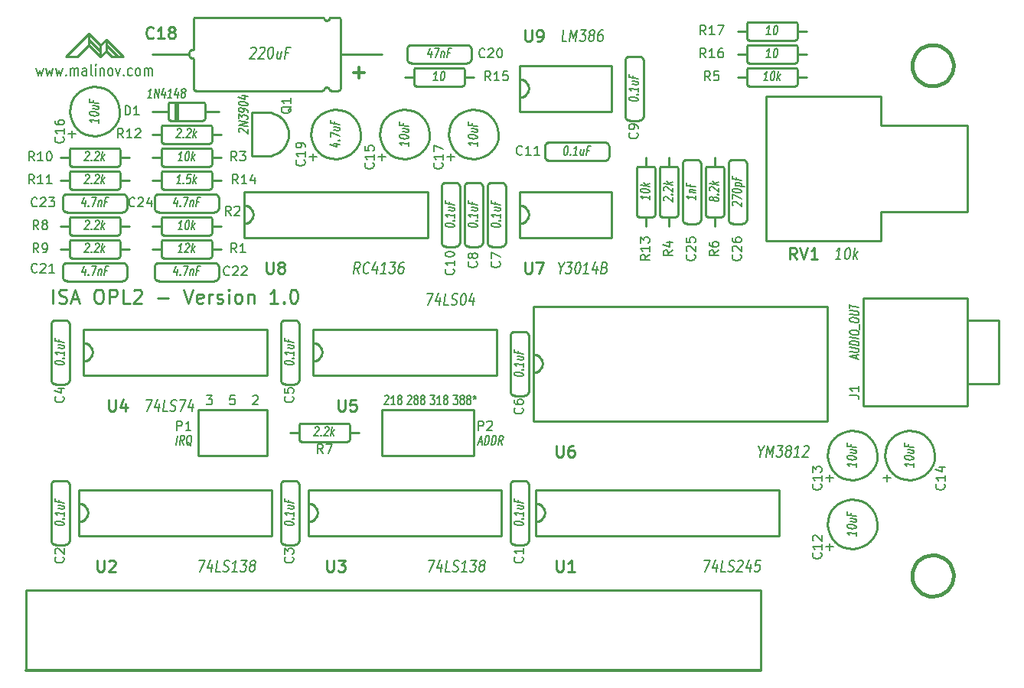
<source format=gto>
G04 (created by PCBNEW-RS274X (2012-01-19 BZR 3256)-stable) date 9/26/2012 11:25:36 PM*
G01*
G70*
G90*
%MOIN*%
G04 Gerber Fmt 3.4, Leading zero omitted, Abs format*
%FSLAX34Y34*%
G04 APERTURE LIST*
%ADD10C,0.006000*%
%ADD11C,0.008000*%
%ADD12C,0.010000*%
%ADD13C,0.012000*%
%ADD14C,0.015000*%
G04 APERTURE END LIST*
G54D10*
G54D11*
X40458Y-22619D02*
X40534Y-22952D01*
X40611Y-22714D01*
X40687Y-22952D01*
X40763Y-22619D01*
X40877Y-22619D02*
X40953Y-22952D01*
X41030Y-22714D01*
X41106Y-22952D01*
X41182Y-22619D01*
X41296Y-22619D02*
X41372Y-22952D01*
X41449Y-22714D01*
X41525Y-22952D01*
X41601Y-22619D01*
X41753Y-22905D02*
X41772Y-22929D01*
X41753Y-22952D01*
X41734Y-22929D01*
X41753Y-22905D01*
X41753Y-22952D01*
X41943Y-22952D02*
X41943Y-22619D01*
X41943Y-22667D02*
X41962Y-22643D01*
X42000Y-22619D01*
X42058Y-22619D01*
X42096Y-22643D01*
X42115Y-22690D01*
X42115Y-22952D01*
X42115Y-22690D02*
X42134Y-22643D01*
X42172Y-22619D01*
X42229Y-22619D01*
X42267Y-22643D01*
X42286Y-22690D01*
X42286Y-22952D01*
X42648Y-22952D02*
X42648Y-22690D01*
X42629Y-22643D01*
X42591Y-22619D01*
X42514Y-22619D01*
X42476Y-22643D01*
X42648Y-22929D02*
X42610Y-22952D01*
X42514Y-22952D01*
X42476Y-22929D01*
X42457Y-22881D01*
X42457Y-22833D01*
X42476Y-22786D01*
X42514Y-22762D01*
X42610Y-22762D01*
X42648Y-22738D01*
X42895Y-22952D02*
X42857Y-22929D01*
X42838Y-22881D01*
X42838Y-22452D01*
X43048Y-22952D02*
X43048Y-22619D01*
X43048Y-22452D02*
X43029Y-22476D01*
X43048Y-22500D01*
X43067Y-22476D01*
X43048Y-22452D01*
X43048Y-22500D01*
X43238Y-22619D02*
X43238Y-22952D01*
X43238Y-22667D02*
X43257Y-22643D01*
X43295Y-22619D01*
X43353Y-22619D01*
X43391Y-22643D01*
X43410Y-22690D01*
X43410Y-22952D01*
X43657Y-22952D02*
X43619Y-22929D01*
X43600Y-22905D01*
X43581Y-22857D01*
X43581Y-22714D01*
X43600Y-22667D01*
X43619Y-22643D01*
X43657Y-22619D01*
X43715Y-22619D01*
X43753Y-22643D01*
X43772Y-22667D01*
X43791Y-22714D01*
X43791Y-22857D01*
X43772Y-22905D01*
X43753Y-22929D01*
X43715Y-22952D01*
X43657Y-22952D01*
X43924Y-22619D02*
X44019Y-22952D01*
X44115Y-22619D01*
X44267Y-22905D02*
X44286Y-22929D01*
X44267Y-22952D01*
X44248Y-22929D01*
X44267Y-22905D01*
X44267Y-22952D01*
X44629Y-22929D02*
X44591Y-22952D01*
X44514Y-22952D01*
X44476Y-22929D01*
X44457Y-22905D01*
X44438Y-22857D01*
X44438Y-22714D01*
X44457Y-22667D01*
X44476Y-22643D01*
X44514Y-22619D01*
X44591Y-22619D01*
X44629Y-22643D01*
X44857Y-22952D02*
X44819Y-22929D01*
X44800Y-22905D01*
X44781Y-22857D01*
X44781Y-22714D01*
X44800Y-22667D01*
X44819Y-22643D01*
X44857Y-22619D01*
X44915Y-22619D01*
X44953Y-22643D01*
X44972Y-22667D01*
X44991Y-22714D01*
X44991Y-22857D01*
X44972Y-22905D01*
X44953Y-22929D01*
X44915Y-22952D01*
X44857Y-22952D01*
X45162Y-22952D02*
X45162Y-22619D01*
X45162Y-22667D02*
X45181Y-22643D01*
X45219Y-22619D01*
X45277Y-22619D01*
X45315Y-22643D01*
X45334Y-22690D01*
X45334Y-22952D01*
X45334Y-22690D02*
X45353Y-22643D01*
X45391Y-22619D01*
X45448Y-22619D01*
X45486Y-22643D01*
X45505Y-22690D01*
X45505Y-22952D01*
G54D12*
X41187Y-32868D02*
X41187Y-32268D01*
X41444Y-32839D02*
X41530Y-32868D01*
X41673Y-32868D01*
X41730Y-32839D01*
X41759Y-32811D01*
X41787Y-32754D01*
X41787Y-32696D01*
X41759Y-32639D01*
X41730Y-32611D01*
X41673Y-32582D01*
X41559Y-32554D01*
X41501Y-32525D01*
X41473Y-32496D01*
X41444Y-32439D01*
X41444Y-32382D01*
X41473Y-32325D01*
X41501Y-32296D01*
X41559Y-32268D01*
X41701Y-32268D01*
X41787Y-32296D01*
X42015Y-32696D02*
X42301Y-32696D01*
X41958Y-32868D02*
X42158Y-32268D01*
X42358Y-32868D01*
X43129Y-32268D02*
X43243Y-32268D01*
X43301Y-32296D01*
X43358Y-32354D01*
X43386Y-32468D01*
X43386Y-32668D01*
X43358Y-32782D01*
X43301Y-32839D01*
X43243Y-32868D01*
X43129Y-32868D01*
X43072Y-32839D01*
X43015Y-32782D01*
X42986Y-32668D01*
X42986Y-32468D01*
X43015Y-32354D01*
X43072Y-32296D01*
X43129Y-32268D01*
X43644Y-32868D02*
X43644Y-32268D01*
X43872Y-32268D01*
X43930Y-32296D01*
X43958Y-32325D01*
X43987Y-32382D01*
X43987Y-32468D01*
X43958Y-32525D01*
X43930Y-32554D01*
X43872Y-32582D01*
X43644Y-32582D01*
X44530Y-32868D02*
X44244Y-32868D01*
X44244Y-32268D01*
X44701Y-32325D02*
X44730Y-32296D01*
X44787Y-32268D01*
X44930Y-32268D01*
X44987Y-32296D01*
X45016Y-32325D01*
X45044Y-32382D01*
X45044Y-32439D01*
X45016Y-32525D01*
X44673Y-32868D01*
X45044Y-32868D01*
X45758Y-32639D02*
X46215Y-32639D01*
X46872Y-32268D02*
X47072Y-32868D01*
X47272Y-32268D01*
X47700Y-32839D02*
X47643Y-32868D01*
X47529Y-32868D01*
X47472Y-32839D01*
X47443Y-32782D01*
X47443Y-32554D01*
X47472Y-32496D01*
X47529Y-32468D01*
X47643Y-32468D01*
X47700Y-32496D01*
X47729Y-32554D01*
X47729Y-32611D01*
X47443Y-32668D01*
X47986Y-32868D02*
X47986Y-32468D01*
X47986Y-32582D02*
X48014Y-32525D01*
X48043Y-32496D01*
X48100Y-32468D01*
X48157Y-32468D01*
X48328Y-32839D02*
X48385Y-32868D01*
X48500Y-32868D01*
X48557Y-32839D01*
X48585Y-32782D01*
X48585Y-32754D01*
X48557Y-32696D01*
X48500Y-32668D01*
X48414Y-32668D01*
X48357Y-32639D01*
X48328Y-32582D01*
X48328Y-32554D01*
X48357Y-32496D01*
X48414Y-32468D01*
X48500Y-32468D01*
X48557Y-32496D01*
X48843Y-32868D02*
X48843Y-32468D01*
X48843Y-32268D02*
X48814Y-32296D01*
X48843Y-32325D01*
X48871Y-32296D01*
X48843Y-32268D01*
X48843Y-32325D01*
X49215Y-32868D02*
X49157Y-32839D01*
X49129Y-32811D01*
X49100Y-32754D01*
X49100Y-32582D01*
X49129Y-32525D01*
X49157Y-32496D01*
X49215Y-32468D01*
X49300Y-32468D01*
X49357Y-32496D01*
X49386Y-32525D01*
X49415Y-32582D01*
X49415Y-32754D01*
X49386Y-32811D01*
X49357Y-32839D01*
X49300Y-32868D01*
X49215Y-32868D01*
X49672Y-32468D02*
X49672Y-32868D01*
X49672Y-32525D02*
X49700Y-32496D01*
X49758Y-32468D01*
X49843Y-32468D01*
X49900Y-32496D01*
X49929Y-32554D01*
X49929Y-32868D01*
X50986Y-32868D02*
X50643Y-32868D01*
X50815Y-32868D02*
X50815Y-32268D01*
X50758Y-32354D01*
X50700Y-32411D01*
X50643Y-32439D01*
X51243Y-32811D02*
X51271Y-32839D01*
X51243Y-32868D01*
X51214Y-32839D01*
X51243Y-32811D01*
X51243Y-32868D01*
X51643Y-32268D02*
X51700Y-32268D01*
X51757Y-32296D01*
X51786Y-32325D01*
X51815Y-32382D01*
X51843Y-32496D01*
X51843Y-32639D01*
X51815Y-32754D01*
X51786Y-32811D01*
X51757Y-32839D01*
X51700Y-32868D01*
X51643Y-32868D01*
X51586Y-32839D01*
X51557Y-32811D01*
X51529Y-32754D01*
X51500Y-32639D01*
X51500Y-32496D01*
X51529Y-32382D01*
X51557Y-32325D01*
X51586Y-32296D01*
X51643Y-32268D01*
X43500Y-21625D02*
X44000Y-22125D01*
X42750Y-21375D02*
X43250Y-21875D01*
X43500Y-21875D02*
X43500Y-21375D01*
X43250Y-21625D02*
X43250Y-22125D01*
X42750Y-21625D02*
X42750Y-21125D01*
X42250Y-22125D02*
X41750Y-22125D01*
X42750Y-21625D02*
X42250Y-22125D01*
X43250Y-22125D02*
X42750Y-21625D01*
X43500Y-21875D02*
X43250Y-22125D01*
X43750Y-22125D02*
X43500Y-21875D01*
X44250Y-22125D02*
X43750Y-22125D01*
X43500Y-21375D02*
X44250Y-22125D01*
X43250Y-21625D02*
X43500Y-21375D01*
X42750Y-21125D02*
X43250Y-21625D01*
X41750Y-22125D02*
X42750Y-21125D01*
G54D10*
X58625Y-36887D02*
X58811Y-36887D01*
X58711Y-37039D01*
X58753Y-37039D01*
X58782Y-37058D01*
X58796Y-37077D01*
X58811Y-37115D01*
X58811Y-37211D01*
X58796Y-37249D01*
X58782Y-37268D01*
X58753Y-37287D01*
X58668Y-37287D01*
X58639Y-37268D01*
X58625Y-37249D01*
X58982Y-37058D02*
X58954Y-37039D01*
X58939Y-37020D01*
X58925Y-36982D01*
X58925Y-36963D01*
X58939Y-36925D01*
X58954Y-36906D01*
X58982Y-36887D01*
X59039Y-36887D01*
X59068Y-36906D01*
X59082Y-36925D01*
X59097Y-36963D01*
X59097Y-36982D01*
X59082Y-37020D01*
X59068Y-37039D01*
X59039Y-37058D01*
X58982Y-37058D01*
X58954Y-37077D01*
X58939Y-37096D01*
X58925Y-37135D01*
X58925Y-37211D01*
X58939Y-37249D01*
X58954Y-37268D01*
X58982Y-37287D01*
X59039Y-37287D01*
X59068Y-37268D01*
X59082Y-37249D01*
X59097Y-37211D01*
X59097Y-37135D01*
X59082Y-37096D01*
X59068Y-37077D01*
X59039Y-37058D01*
X59268Y-37058D02*
X59240Y-37039D01*
X59225Y-37020D01*
X59211Y-36982D01*
X59211Y-36963D01*
X59225Y-36925D01*
X59240Y-36906D01*
X59268Y-36887D01*
X59325Y-36887D01*
X59354Y-36906D01*
X59368Y-36925D01*
X59383Y-36963D01*
X59383Y-36982D01*
X59368Y-37020D01*
X59354Y-37039D01*
X59325Y-37058D01*
X59268Y-37058D01*
X59240Y-37077D01*
X59225Y-37096D01*
X59211Y-37135D01*
X59211Y-37211D01*
X59225Y-37249D01*
X59240Y-37268D01*
X59268Y-37287D01*
X59325Y-37287D01*
X59354Y-37268D01*
X59368Y-37249D01*
X59383Y-37211D01*
X59383Y-37135D01*
X59368Y-37096D01*
X59354Y-37077D01*
X59325Y-37058D01*
X59554Y-36887D02*
X59554Y-36982D01*
X59483Y-36944D02*
X59554Y-36982D01*
X59626Y-36944D01*
X59511Y-37058D02*
X59554Y-36982D01*
X59597Y-37058D01*
X57614Y-36887D02*
X57800Y-36887D01*
X57700Y-37039D01*
X57742Y-37039D01*
X57771Y-37058D01*
X57785Y-37077D01*
X57800Y-37115D01*
X57800Y-37211D01*
X57785Y-37249D01*
X57771Y-37268D01*
X57742Y-37287D01*
X57657Y-37287D01*
X57628Y-37268D01*
X57614Y-37249D01*
X58086Y-37287D02*
X57914Y-37287D01*
X58000Y-37287D02*
X58000Y-36887D01*
X57971Y-36944D01*
X57943Y-36982D01*
X57914Y-37001D01*
X58257Y-37058D02*
X58229Y-37039D01*
X58214Y-37020D01*
X58200Y-36982D01*
X58200Y-36963D01*
X58214Y-36925D01*
X58229Y-36906D01*
X58257Y-36887D01*
X58314Y-36887D01*
X58343Y-36906D01*
X58357Y-36925D01*
X58372Y-36963D01*
X58372Y-36982D01*
X58357Y-37020D01*
X58343Y-37039D01*
X58314Y-37058D01*
X58257Y-37058D01*
X58229Y-37077D01*
X58214Y-37096D01*
X58200Y-37135D01*
X58200Y-37211D01*
X58214Y-37249D01*
X58229Y-37268D01*
X58257Y-37287D01*
X58314Y-37287D01*
X58343Y-37268D01*
X58357Y-37249D01*
X58372Y-37211D01*
X58372Y-37135D01*
X58357Y-37096D01*
X58343Y-37077D01*
X58314Y-37058D01*
X56628Y-36925D02*
X56642Y-36906D01*
X56671Y-36887D01*
X56742Y-36887D01*
X56771Y-36906D01*
X56785Y-36925D01*
X56800Y-36963D01*
X56800Y-37001D01*
X56785Y-37058D01*
X56614Y-37287D01*
X56800Y-37287D01*
X56971Y-37058D02*
X56943Y-37039D01*
X56928Y-37020D01*
X56914Y-36982D01*
X56914Y-36963D01*
X56928Y-36925D01*
X56943Y-36906D01*
X56971Y-36887D01*
X57028Y-36887D01*
X57057Y-36906D01*
X57071Y-36925D01*
X57086Y-36963D01*
X57086Y-36982D01*
X57071Y-37020D01*
X57057Y-37039D01*
X57028Y-37058D01*
X56971Y-37058D01*
X56943Y-37077D01*
X56928Y-37096D01*
X56914Y-37135D01*
X56914Y-37211D01*
X56928Y-37249D01*
X56943Y-37268D01*
X56971Y-37287D01*
X57028Y-37287D01*
X57057Y-37268D01*
X57071Y-37249D01*
X57086Y-37211D01*
X57086Y-37135D01*
X57071Y-37096D01*
X57057Y-37077D01*
X57028Y-37058D01*
X57257Y-37058D02*
X57229Y-37039D01*
X57214Y-37020D01*
X57200Y-36982D01*
X57200Y-36963D01*
X57214Y-36925D01*
X57229Y-36906D01*
X57257Y-36887D01*
X57314Y-36887D01*
X57343Y-36906D01*
X57357Y-36925D01*
X57372Y-36963D01*
X57372Y-36982D01*
X57357Y-37020D01*
X57343Y-37039D01*
X57314Y-37058D01*
X57257Y-37058D01*
X57229Y-37077D01*
X57214Y-37096D01*
X57200Y-37135D01*
X57200Y-37211D01*
X57214Y-37249D01*
X57229Y-37268D01*
X57257Y-37287D01*
X57314Y-37287D01*
X57343Y-37268D01*
X57357Y-37249D01*
X57372Y-37211D01*
X57372Y-37135D01*
X57357Y-37096D01*
X57343Y-37077D01*
X57314Y-37058D01*
X55628Y-36925D02*
X55642Y-36906D01*
X55671Y-36887D01*
X55742Y-36887D01*
X55771Y-36906D01*
X55785Y-36925D01*
X55800Y-36963D01*
X55800Y-37001D01*
X55785Y-37058D01*
X55614Y-37287D01*
X55800Y-37287D01*
X56086Y-37287D02*
X55914Y-37287D01*
X56000Y-37287D02*
X56000Y-36887D01*
X55971Y-36944D01*
X55943Y-36982D01*
X55914Y-37001D01*
X56257Y-37058D02*
X56229Y-37039D01*
X56214Y-37020D01*
X56200Y-36982D01*
X56200Y-36963D01*
X56214Y-36925D01*
X56229Y-36906D01*
X56257Y-36887D01*
X56314Y-36887D01*
X56343Y-36906D01*
X56357Y-36925D01*
X56372Y-36963D01*
X56372Y-36982D01*
X56357Y-37020D01*
X56343Y-37039D01*
X56314Y-37058D01*
X56257Y-37058D01*
X56229Y-37077D01*
X56214Y-37096D01*
X56200Y-37135D01*
X56200Y-37211D01*
X56214Y-37249D01*
X56229Y-37268D01*
X56257Y-37287D01*
X56314Y-37287D01*
X56343Y-37268D01*
X56357Y-37249D01*
X56372Y-37211D01*
X56372Y-37135D01*
X56357Y-37096D01*
X56343Y-37077D01*
X56314Y-37058D01*
G54D11*
X49886Y-36925D02*
X49905Y-36906D01*
X49943Y-36887D01*
X50039Y-36887D01*
X50077Y-36906D01*
X50096Y-36925D01*
X50115Y-36963D01*
X50115Y-37001D01*
X50096Y-37058D01*
X49867Y-37287D01*
X50115Y-37287D01*
X49096Y-36887D02*
X48905Y-36887D01*
X48886Y-37077D01*
X48905Y-37058D01*
X48943Y-37039D01*
X49039Y-37039D01*
X49077Y-37058D01*
X49096Y-37077D01*
X49115Y-37115D01*
X49115Y-37211D01*
X49096Y-37249D01*
X49077Y-37268D01*
X49039Y-37287D01*
X48943Y-37287D01*
X48905Y-37268D01*
X48886Y-37249D01*
X47867Y-36887D02*
X48115Y-36887D01*
X47981Y-37039D01*
X48039Y-37039D01*
X48077Y-37058D01*
X48096Y-37077D01*
X48115Y-37115D01*
X48115Y-37211D01*
X48096Y-37249D01*
X48077Y-37268D01*
X48039Y-37287D01*
X47924Y-37287D01*
X47886Y-37268D01*
X47867Y-37249D01*
G54D12*
X40000Y-48875D02*
X40000Y-45375D01*
X72000Y-45375D02*
X40000Y-45375D01*
G54D13*
X72000Y-48875D02*
X40000Y-48875D01*
G54D12*
X72000Y-45375D02*
X72000Y-48875D01*
G54D14*
X80400Y-22500D02*
X80382Y-22674D01*
X80332Y-22842D01*
X80249Y-22998D01*
X80138Y-23134D01*
X80003Y-23246D01*
X79848Y-23329D01*
X79680Y-23381D01*
X79506Y-23399D01*
X79332Y-23384D01*
X79163Y-23334D01*
X79008Y-23253D01*
X78871Y-23143D01*
X78758Y-23008D01*
X78673Y-22854D01*
X78620Y-22687D01*
X78601Y-22512D01*
X78615Y-22338D01*
X78664Y-22169D01*
X78744Y-22013D01*
X78853Y-21875D01*
X78987Y-21761D01*
X79140Y-21676D01*
X79307Y-21621D01*
X79482Y-21601D01*
X79656Y-21614D01*
X79825Y-21661D01*
X79982Y-21741D01*
X80120Y-21849D01*
X80235Y-21982D01*
X80322Y-22134D01*
X80377Y-22301D01*
X80399Y-22475D01*
X80400Y-22500D01*
X80400Y-44750D02*
X80382Y-44924D01*
X80332Y-45092D01*
X80249Y-45248D01*
X80138Y-45384D01*
X80003Y-45496D01*
X79848Y-45579D01*
X79680Y-45631D01*
X79506Y-45649D01*
X79332Y-45634D01*
X79163Y-45584D01*
X79008Y-45503D01*
X78871Y-45393D01*
X78758Y-45258D01*
X78673Y-45104D01*
X78620Y-44937D01*
X78601Y-44762D01*
X78615Y-44588D01*
X78664Y-44419D01*
X78744Y-44263D01*
X78853Y-44125D01*
X78987Y-44011D01*
X79140Y-43926D01*
X79307Y-43871D01*
X79482Y-43851D01*
X79656Y-43864D01*
X79825Y-43911D01*
X79982Y-43991D01*
X80120Y-44099D01*
X80235Y-44232D01*
X80322Y-44384D01*
X80377Y-44551D01*
X80399Y-44725D01*
X80400Y-44750D01*
G54D12*
X81000Y-33622D02*
X81000Y-36378D01*
X81000Y-36378D02*
X81000Y-37362D01*
X81000Y-37362D02*
X76472Y-37362D01*
X76472Y-37362D02*
X76472Y-32638D01*
X76472Y-32638D02*
X81000Y-32638D01*
X81000Y-32638D02*
X81000Y-33622D01*
X81000Y-33622D02*
X82378Y-33622D01*
X82378Y-33622D02*
X82378Y-36378D01*
X82378Y-36378D02*
X81000Y-36378D01*
X61300Y-43400D02*
X61700Y-43400D01*
X61100Y-40800D02*
X61100Y-43200D01*
X61900Y-40800D02*
X61900Y-43200D01*
X61100Y-43200D02*
X61101Y-43217D01*
X61104Y-43234D01*
X61107Y-43251D01*
X61113Y-43268D01*
X61119Y-43284D01*
X61127Y-43299D01*
X61137Y-43314D01*
X61147Y-43328D01*
X61159Y-43341D01*
X61172Y-43353D01*
X61186Y-43363D01*
X61201Y-43373D01*
X61216Y-43381D01*
X61232Y-43387D01*
X61249Y-43393D01*
X61266Y-43396D01*
X61283Y-43399D01*
X61300Y-43400D01*
X61700Y-43400D02*
X61717Y-43399D01*
X61734Y-43396D01*
X61751Y-43393D01*
X61768Y-43387D01*
X61784Y-43381D01*
X61800Y-43373D01*
X61814Y-43363D01*
X61828Y-43353D01*
X61841Y-43341D01*
X61853Y-43328D01*
X61863Y-43314D01*
X61873Y-43299D01*
X61881Y-43284D01*
X61887Y-43268D01*
X61893Y-43251D01*
X61896Y-43234D01*
X61899Y-43217D01*
X61900Y-43200D01*
X61300Y-40600D02*
X61283Y-40601D01*
X61266Y-40604D01*
X61249Y-40607D01*
X61232Y-40613D01*
X61216Y-40619D01*
X61201Y-40627D01*
X61186Y-40637D01*
X61172Y-40647D01*
X61159Y-40659D01*
X61147Y-40672D01*
X61137Y-40686D01*
X61127Y-40701D01*
X61119Y-40716D01*
X61113Y-40732D01*
X61107Y-40749D01*
X61104Y-40766D01*
X61101Y-40783D01*
X61100Y-40800D01*
X61900Y-40800D02*
X61899Y-40783D01*
X61896Y-40766D01*
X61893Y-40749D01*
X61887Y-40732D01*
X61881Y-40716D01*
X61873Y-40701D01*
X61863Y-40686D01*
X61853Y-40672D01*
X61841Y-40659D01*
X61828Y-40647D01*
X61814Y-40637D01*
X61800Y-40627D01*
X61784Y-40619D01*
X61768Y-40613D01*
X61751Y-40607D01*
X61734Y-40604D01*
X61717Y-40601D01*
X61700Y-40600D01*
X61300Y-40600D02*
X61700Y-40600D01*
X41300Y-43400D02*
X41700Y-43400D01*
X41100Y-40800D02*
X41100Y-43200D01*
X41900Y-40800D02*
X41900Y-43200D01*
X41100Y-43200D02*
X41101Y-43217D01*
X41104Y-43234D01*
X41107Y-43251D01*
X41113Y-43268D01*
X41119Y-43284D01*
X41127Y-43299D01*
X41137Y-43314D01*
X41147Y-43328D01*
X41159Y-43341D01*
X41172Y-43353D01*
X41186Y-43363D01*
X41201Y-43373D01*
X41216Y-43381D01*
X41232Y-43387D01*
X41249Y-43393D01*
X41266Y-43396D01*
X41283Y-43399D01*
X41300Y-43400D01*
X41700Y-43400D02*
X41717Y-43399D01*
X41734Y-43396D01*
X41751Y-43393D01*
X41768Y-43387D01*
X41784Y-43381D01*
X41800Y-43373D01*
X41814Y-43363D01*
X41828Y-43353D01*
X41841Y-43341D01*
X41853Y-43328D01*
X41863Y-43314D01*
X41873Y-43299D01*
X41881Y-43284D01*
X41887Y-43268D01*
X41893Y-43251D01*
X41896Y-43234D01*
X41899Y-43217D01*
X41900Y-43200D01*
X41300Y-40600D02*
X41283Y-40601D01*
X41266Y-40604D01*
X41249Y-40607D01*
X41232Y-40613D01*
X41216Y-40619D01*
X41201Y-40627D01*
X41186Y-40637D01*
X41172Y-40647D01*
X41159Y-40659D01*
X41147Y-40672D01*
X41137Y-40686D01*
X41127Y-40701D01*
X41119Y-40716D01*
X41113Y-40732D01*
X41107Y-40749D01*
X41104Y-40766D01*
X41101Y-40783D01*
X41100Y-40800D01*
X41900Y-40800D02*
X41899Y-40783D01*
X41896Y-40766D01*
X41893Y-40749D01*
X41887Y-40732D01*
X41881Y-40716D01*
X41873Y-40701D01*
X41863Y-40686D01*
X41853Y-40672D01*
X41841Y-40659D01*
X41828Y-40647D01*
X41814Y-40637D01*
X41800Y-40627D01*
X41784Y-40619D01*
X41768Y-40613D01*
X41751Y-40607D01*
X41734Y-40604D01*
X41717Y-40601D01*
X41700Y-40600D01*
X41300Y-40600D02*
X41700Y-40600D01*
X41300Y-36400D02*
X41700Y-36400D01*
X41100Y-33800D02*
X41100Y-36200D01*
X41900Y-33800D02*
X41900Y-36200D01*
X41100Y-36200D02*
X41101Y-36217D01*
X41104Y-36234D01*
X41107Y-36251D01*
X41113Y-36268D01*
X41119Y-36284D01*
X41127Y-36299D01*
X41137Y-36314D01*
X41147Y-36328D01*
X41159Y-36341D01*
X41172Y-36353D01*
X41186Y-36363D01*
X41201Y-36373D01*
X41216Y-36381D01*
X41232Y-36387D01*
X41249Y-36393D01*
X41266Y-36396D01*
X41283Y-36399D01*
X41300Y-36400D01*
X41700Y-36400D02*
X41717Y-36399D01*
X41734Y-36396D01*
X41751Y-36393D01*
X41768Y-36387D01*
X41784Y-36381D01*
X41800Y-36373D01*
X41814Y-36363D01*
X41828Y-36353D01*
X41841Y-36341D01*
X41853Y-36328D01*
X41863Y-36314D01*
X41873Y-36299D01*
X41881Y-36284D01*
X41887Y-36268D01*
X41893Y-36251D01*
X41896Y-36234D01*
X41899Y-36217D01*
X41900Y-36200D01*
X41300Y-33600D02*
X41283Y-33601D01*
X41266Y-33604D01*
X41249Y-33607D01*
X41232Y-33613D01*
X41216Y-33619D01*
X41201Y-33627D01*
X41186Y-33637D01*
X41172Y-33647D01*
X41159Y-33659D01*
X41147Y-33672D01*
X41137Y-33686D01*
X41127Y-33701D01*
X41119Y-33716D01*
X41113Y-33732D01*
X41107Y-33749D01*
X41104Y-33766D01*
X41101Y-33783D01*
X41100Y-33800D01*
X41900Y-33800D02*
X41899Y-33783D01*
X41896Y-33766D01*
X41893Y-33749D01*
X41887Y-33732D01*
X41881Y-33716D01*
X41873Y-33701D01*
X41863Y-33686D01*
X41853Y-33672D01*
X41841Y-33659D01*
X41828Y-33647D01*
X41814Y-33637D01*
X41800Y-33627D01*
X41784Y-33619D01*
X41768Y-33613D01*
X41751Y-33607D01*
X41734Y-33604D01*
X41717Y-33601D01*
X41700Y-33600D01*
X41300Y-33600D02*
X41700Y-33600D01*
X51300Y-36400D02*
X51700Y-36400D01*
X51100Y-33800D02*
X51100Y-36200D01*
X51900Y-33800D02*
X51900Y-36200D01*
X51100Y-36200D02*
X51101Y-36217D01*
X51104Y-36234D01*
X51107Y-36251D01*
X51113Y-36268D01*
X51119Y-36284D01*
X51127Y-36299D01*
X51137Y-36314D01*
X51147Y-36328D01*
X51159Y-36341D01*
X51172Y-36353D01*
X51186Y-36363D01*
X51201Y-36373D01*
X51216Y-36381D01*
X51232Y-36387D01*
X51249Y-36393D01*
X51266Y-36396D01*
X51283Y-36399D01*
X51300Y-36400D01*
X51700Y-36400D02*
X51717Y-36399D01*
X51734Y-36396D01*
X51751Y-36393D01*
X51768Y-36387D01*
X51784Y-36381D01*
X51800Y-36373D01*
X51814Y-36363D01*
X51828Y-36353D01*
X51841Y-36341D01*
X51853Y-36328D01*
X51863Y-36314D01*
X51873Y-36299D01*
X51881Y-36284D01*
X51887Y-36268D01*
X51893Y-36251D01*
X51896Y-36234D01*
X51899Y-36217D01*
X51900Y-36200D01*
X51300Y-33600D02*
X51283Y-33601D01*
X51266Y-33604D01*
X51249Y-33607D01*
X51232Y-33613D01*
X51216Y-33619D01*
X51201Y-33627D01*
X51186Y-33637D01*
X51172Y-33647D01*
X51159Y-33659D01*
X51147Y-33672D01*
X51137Y-33686D01*
X51127Y-33701D01*
X51119Y-33716D01*
X51113Y-33732D01*
X51107Y-33749D01*
X51104Y-33766D01*
X51101Y-33783D01*
X51100Y-33800D01*
X51900Y-33800D02*
X51899Y-33783D01*
X51896Y-33766D01*
X51893Y-33749D01*
X51887Y-33732D01*
X51881Y-33716D01*
X51873Y-33701D01*
X51863Y-33686D01*
X51853Y-33672D01*
X51841Y-33659D01*
X51828Y-33647D01*
X51814Y-33637D01*
X51800Y-33627D01*
X51784Y-33619D01*
X51768Y-33613D01*
X51751Y-33607D01*
X51734Y-33604D01*
X51717Y-33601D01*
X51700Y-33600D01*
X51300Y-33600D02*
X51700Y-33600D01*
X61300Y-36900D02*
X61700Y-36900D01*
X61100Y-34300D02*
X61100Y-36700D01*
X61900Y-34300D02*
X61900Y-36700D01*
X61100Y-36700D02*
X61101Y-36717D01*
X61104Y-36734D01*
X61107Y-36751D01*
X61113Y-36768D01*
X61119Y-36784D01*
X61127Y-36799D01*
X61137Y-36814D01*
X61147Y-36828D01*
X61159Y-36841D01*
X61172Y-36853D01*
X61186Y-36863D01*
X61201Y-36873D01*
X61216Y-36881D01*
X61232Y-36887D01*
X61249Y-36893D01*
X61266Y-36896D01*
X61283Y-36899D01*
X61300Y-36900D01*
X61700Y-36900D02*
X61717Y-36899D01*
X61734Y-36896D01*
X61751Y-36893D01*
X61768Y-36887D01*
X61784Y-36881D01*
X61800Y-36873D01*
X61814Y-36863D01*
X61828Y-36853D01*
X61841Y-36841D01*
X61853Y-36828D01*
X61863Y-36814D01*
X61873Y-36799D01*
X61881Y-36784D01*
X61887Y-36768D01*
X61893Y-36751D01*
X61896Y-36734D01*
X61899Y-36717D01*
X61900Y-36700D01*
X61300Y-34100D02*
X61283Y-34101D01*
X61266Y-34104D01*
X61249Y-34107D01*
X61232Y-34113D01*
X61216Y-34119D01*
X61201Y-34127D01*
X61186Y-34137D01*
X61172Y-34147D01*
X61159Y-34159D01*
X61147Y-34172D01*
X61137Y-34186D01*
X61127Y-34201D01*
X61119Y-34216D01*
X61113Y-34232D01*
X61107Y-34249D01*
X61104Y-34266D01*
X61101Y-34283D01*
X61100Y-34300D01*
X61900Y-34300D02*
X61899Y-34283D01*
X61896Y-34266D01*
X61893Y-34249D01*
X61887Y-34232D01*
X61881Y-34216D01*
X61873Y-34201D01*
X61863Y-34186D01*
X61853Y-34172D01*
X61841Y-34159D01*
X61828Y-34147D01*
X61814Y-34137D01*
X61800Y-34127D01*
X61784Y-34119D01*
X61768Y-34113D01*
X61751Y-34107D01*
X61734Y-34104D01*
X61717Y-34101D01*
X61700Y-34100D01*
X61300Y-34100D02*
X61700Y-34100D01*
X60700Y-27600D02*
X60300Y-27600D01*
X60900Y-30200D02*
X60900Y-27800D01*
X60100Y-30200D02*
X60100Y-27800D01*
X60900Y-27800D02*
X60899Y-27783D01*
X60896Y-27766D01*
X60893Y-27749D01*
X60887Y-27732D01*
X60881Y-27716D01*
X60873Y-27701D01*
X60863Y-27686D01*
X60853Y-27672D01*
X60841Y-27659D01*
X60828Y-27647D01*
X60814Y-27637D01*
X60800Y-27627D01*
X60784Y-27619D01*
X60768Y-27613D01*
X60751Y-27607D01*
X60734Y-27604D01*
X60717Y-27601D01*
X60700Y-27600D01*
X60300Y-27600D02*
X60283Y-27601D01*
X60266Y-27604D01*
X60249Y-27607D01*
X60232Y-27613D01*
X60216Y-27619D01*
X60201Y-27627D01*
X60186Y-27637D01*
X60172Y-27647D01*
X60159Y-27659D01*
X60147Y-27672D01*
X60137Y-27686D01*
X60127Y-27701D01*
X60119Y-27716D01*
X60113Y-27732D01*
X60107Y-27749D01*
X60104Y-27766D01*
X60101Y-27783D01*
X60100Y-27800D01*
X60700Y-30400D02*
X60717Y-30399D01*
X60734Y-30396D01*
X60751Y-30393D01*
X60768Y-30387D01*
X60784Y-30381D01*
X60800Y-30373D01*
X60814Y-30363D01*
X60828Y-30353D01*
X60841Y-30341D01*
X60853Y-30328D01*
X60863Y-30314D01*
X60873Y-30299D01*
X60881Y-30284D01*
X60887Y-30268D01*
X60893Y-30251D01*
X60896Y-30234D01*
X60899Y-30217D01*
X60900Y-30200D01*
X60100Y-30200D02*
X60101Y-30217D01*
X60104Y-30234D01*
X60107Y-30251D01*
X60113Y-30268D01*
X60119Y-30284D01*
X60127Y-30299D01*
X60137Y-30314D01*
X60147Y-30328D01*
X60159Y-30341D01*
X60172Y-30353D01*
X60186Y-30363D01*
X60201Y-30373D01*
X60216Y-30381D01*
X60232Y-30387D01*
X60249Y-30393D01*
X60266Y-30396D01*
X60283Y-30399D01*
X60300Y-30400D01*
X60700Y-30400D02*
X60300Y-30400D01*
X59300Y-30400D02*
X59700Y-30400D01*
X59100Y-27800D02*
X59100Y-30200D01*
X59900Y-27800D02*
X59900Y-30200D01*
X59100Y-30200D02*
X59101Y-30217D01*
X59104Y-30234D01*
X59107Y-30251D01*
X59113Y-30268D01*
X59119Y-30284D01*
X59127Y-30299D01*
X59137Y-30314D01*
X59147Y-30328D01*
X59159Y-30341D01*
X59172Y-30353D01*
X59186Y-30363D01*
X59201Y-30373D01*
X59216Y-30381D01*
X59232Y-30387D01*
X59249Y-30393D01*
X59266Y-30396D01*
X59283Y-30399D01*
X59300Y-30400D01*
X59700Y-30400D02*
X59717Y-30399D01*
X59734Y-30396D01*
X59751Y-30393D01*
X59768Y-30387D01*
X59784Y-30381D01*
X59800Y-30373D01*
X59814Y-30363D01*
X59828Y-30353D01*
X59841Y-30341D01*
X59853Y-30328D01*
X59863Y-30314D01*
X59873Y-30299D01*
X59881Y-30284D01*
X59887Y-30268D01*
X59893Y-30251D01*
X59896Y-30234D01*
X59899Y-30217D01*
X59900Y-30200D01*
X59300Y-27600D02*
X59283Y-27601D01*
X59266Y-27604D01*
X59249Y-27607D01*
X59232Y-27613D01*
X59216Y-27619D01*
X59201Y-27627D01*
X59186Y-27637D01*
X59172Y-27647D01*
X59159Y-27659D01*
X59147Y-27672D01*
X59137Y-27686D01*
X59127Y-27701D01*
X59119Y-27716D01*
X59113Y-27732D01*
X59107Y-27749D01*
X59104Y-27766D01*
X59101Y-27783D01*
X59100Y-27800D01*
X59900Y-27800D02*
X59899Y-27783D01*
X59896Y-27766D01*
X59893Y-27749D01*
X59887Y-27732D01*
X59881Y-27716D01*
X59873Y-27701D01*
X59863Y-27686D01*
X59853Y-27672D01*
X59841Y-27659D01*
X59828Y-27647D01*
X59814Y-27637D01*
X59800Y-27627D01*
X59784Y-27619D01*
X59768Y-27613D01*
X59751Y-27607D01*
X59734Y-27604D01*
X59717Y-27601D01*
X59700Y-27600D01*
X59300Y-27600D02*
X59700Y-27600D01*
X66300Y-24900D02*
X66700Y-24900D01*
X66100Y-22300D02*
X66100Y-24700D01*
X66900Y-22300D02*
X66900Y-24700D01*
X66100Y-24700D02*
X66101Y-24717D01*
X66104Y-24734D01*
X66107Y-24751D01*
X66113Y-24768D01*
X66119Y-24784D01*
X66127Y-24799D01*
X66137Y-24814D01*
X66147Y-24828D01*
X66159Y-24841D01*
X66172Y-24853D01*
X66186Y-24863D01*
X66201Y-24873D01*
X66216Y-24881D01*
X66232Y-24887D01*
X66249Y-24893D01*
X66266Y-24896D01*
X66283Y-24899D01*
X66300Y-24900D01*
X66700Y-24900D02*
X66717Y-24899D01*
X66734Y-24896D01*
X66751Y-24893D01*
X66768Y-24887D01*
X66784Y-24881D01*
X66800Y-24873D01*
X66814Y-24863D01*
X66828Y-24853D01*
X66841Y-24841D01*
X66853Y-24828D01*
X66863Y-24814D01*
X66873Y-24799D01*
X66881Y-24784D01*
X66887Y-24768D01*
X66893Y-24751D01*
X66896Y-24734D01*
X66899Y-24717D01*
X66900Y-24700D01*
X66300Y-22100D02*
X66283Y-22101D01*
X66266Y-22104D01*
X66249Y-22107D01*
X66232Y-22113D01*
X66216Y-22119D01*
X66201Y-22127D01*
X66186Y-22137D01*
X66172Y-22147D01*
X66159Y-22159D01*
X66147Y-22172D01*
X66137Y-22186D01*
X66127Y-22201D01*
X66119Y-22216D01*
X66113Y-22232D01*
X66107Y-22249D01*
X66104Y-22266D01*
X66101Y-22283D01*
X66100Y-22300D01*
X66900Y-22300D02*
X66899Y-22283D01*
X66896Y-22266D01*
X66893Y-22249D01*
X66887Y-22232D01*
X66881Y-22216D01*
X66873Y-22201D01*
X66863Y-22186D01*
X66853Y-22172D01*
X66841Y-22159D01*
X66828Y-22147D01*
X66814Y-22137D01*
X66800Y-22127D01*
X66784Y-22119D01*
X66768Y-22113D01*
X66751Y-22107D01*
X66734Y-22104D01*
X66717Y-22101D01*
X66700Y-22100D01*
X66300Y-22100D02*
X66700Y-22100D01*
X57583Y-25500D02*
X57562Y-25710D01*
X57501Y-25912D01*
X57402Y-26099D01*
X57268Y-26263D01*
X57105Y-26397D01*
X56919Y-26498D01*
X56717Y-26560D01*
X56507Y-26582D01*
X56298Y-26563D01*
X56095Y-26504D01*
X55907Y-26406D01*
X55743Y-26273D01*
X55607Y-26111D01*
X55505Y-25926D01*
X55441Y-25725D01*
X55418Y-25515D01*
X55435Y-25305D01*
X55494Y-25102D01*
X55590Y-24914D01*
X55721Y-24748D01*
X55882Y-24611D01*
X56067Y-24508D01*
X56268Y-24443D01*
X56478Y-24418D01*
X56688Y-24434D01*
X56891Y-24491D01*
X57080Y-24586D01*
X57246Y-24716D01*
X57384Y-24876D01*
X57489Y-25060D01*
X57556Y-25261D01*
X57582Y-25470D01*
X57583Y-25500D01*
X59400Y-22200D02*
X59400Y-21800D01*
X56800Y-22400D02*
X59200Y-22400D01*
X56800Y-21600D02*
X59200Y-21600D01*
X59200Y-22400D02*
X59217Y-22399D01*
X59234Y-22396D01*
X59251Y-22393D01*
X59268Y-22387D01*
X59284Y-22381D01*
X59300Y-22373D01*
X59314Y-22363D01*
X59328Y-22353D01*
X59341Y-22341D01*
X59353Y-22328D01*
X59363Y-22314D01*
X59373Y-22299D01*
X59381Y-22284D01*
X59387Y-22268D01*
X59393Y-22251D01*
X59396Y-22234D01*
X59399Y-22217D01*
X59400Y-22200D01*
X59400Y-21800D02*
X59399Y-21783D01*
X59396Y-21766D01*
X59393Y-21749D01*
X59387Y-21732D01*
X59381Y-21716D01*
X59373Y-21701D01*
X59363Y-21686D01*
X59353Y-21672D01*
X59341Y-21659D01*
X59328Y-21647D01*
X59314Y-21637D01*
X59300Y-21627D01*
X59284Y-21619D01*
X59268Y-21613D01*
X59251Y-21607D01*
X59234Y-21604D01*
X59217Y-21601D01*
X59200Y-21600D01*
X56600Y-22200D02*
X56601Y-22217D01*
X56604Y-22234D01*
X56607Y-22251D01*
X56613Y-22268D01*
X56619Y-22284D01*
X56627Y-22299D01*
X56637Y-22314D01*
X56647Y-22328D01*
X56659Y-22341D01*
X56672Y-22353D01*
X56686Y-22363D01*
X56701Y-22373D01*
X56716Y-22381D01*
X56732Y-22387D01*
X56749Y-22393D01*
X56766Y-22396D01*
X56783Y-22399D01*
X56800Y-22400D01*
X56800Y-21600D02*
X56783Y-21601D01*
X56766Y-21604D01*
X56749Y-21607D01*
X56732Y-21613D01*
X56716Y-21619D01*
X56701Y-21627D01*
X56686Y-21637D01*
X56672Y-21647D01*
X56659Y-21659D01*
X56647Y-21672D01*
X56637Y-21686D01*
X56627Y-21701D01*
X56619Y-21716D01*
X56613Y-21732D01*
X56607Y-21749D01*
X56604Y-21766D01*
X56601Y-21783D01*
X56600Y-21800D01*
X56600Y-22200D02*
X56600Y-21800D01*
X48400Y-28700D02*
X48400Y-28300D01*
X45800Y-28900D02*
X48200Y-28900D01*
X45800Y-28100D02*
X48200Y-28100D01*
X48200Y-28900D02*
X48217Y-28899D01*
X48234Y-28896D01*
X48251Y-28893D01*
X48268Y-28887D01*
X48284Y-28881D01*
X48300Y-28873D01*
X48314Y-28863D01*
X48328Y-28853D01*
X48341Y-28841D01*
X48353Y-28828D01*
X48363Y-28814D01*
X48373Y-28799D01*
X48381Y-28784D01*
X48387Y-28768D01*
X48393Y-28751D01*
X48396Y-28734D01*
X48399Y-28717D01*
X48400Y-28700D01*
X48400Y-28300D02*
X48399Y-28283D01*
X48396Y-28266D01*
X48393Y-28249D01*
X48387Y-28232D01*
X48381Y-28216D01*
X48373Y-28201D01*
X48363Y-28186D01*
X48353Y-28172D01*
X48341Y-28159D01*
X48328Y-28147D01*
X48314Y-28137D01*
X48300Y-28127D01*
X48284Y-28119D01*
X48268Y-28113D01*
X48251Y-28107D01*
X48234Y-28104D01*
X48217Y-28101D01*
X48200Y-28100D01*
X45600Y-28700D02*
X45601Y-28717D01*
X45604Y-28734D01*
X45607Y-28751D01*
X45613Y-28768D01*
X45619Y-28784D01*
X45627Y-28799D01*
X45637Y-28814D01*
X45647Y-28828D01*
X45659Y-28841D01*
X45672Y-28853D01*
X45686Y-28863D01*
X45701Y-28873D01*
X45716Y-28881D01*
X45732Y-28887D01*
X45749Y-28893D01*
X45766Y-28896D01*
X45783Y-28899D01*
X45800Y-28900D01*
X45800Y-28100D02*
X45783Y-28101D01*
X45766Y-28104D01*
X45749Y-28107D01*
X45732Y-28113D01*
X45716Y-28119D01*
X45701Y-28127D01*
X45686Y-28137D01*
X45672Y-28147D01*
X45659Y-28159D01*
X45647Y-28172D01*
X45637Y-28186D01*
X45627Y-28201D01*
X45619Y-28216D01*
X45613Y-28232D01*
X45607Y-28249D01*
X45604Y-28266D01*
X45601Y-28283D01*
X45600Y-28300D01*
X45600Y-28700D02*
X45600Y-28300D01*
X68800Y-29400D02*
X69200Y-29400D01*
X68600Y-26800D02*
X68600Y-29200D01*
X69400Y-26800D02*
X69400Y-29200D01*
X68600Y-29200D02*
X68601Y-29217D01*
X68604Y-29234D01*
X68607Y-29251D01*
X68613Y-29268D01*
X68619Y-29284D01*
X68627Y-29299D01*
X68637Y-29314D01*
X68647Y-29328D01*
X68659Y-29341D01*
X68672Y-29353D01*
X68686Y-29363D01*
X68701Y-29373D01*
X68716Y-29381D01*
X68732Y-29387D01*
X68749Y-29393D01*
X68766Y-29396D01*
X68783Y-29399D01*
X68800Y-29400D01*
X69200Y-29400D02*
X69217Y-29399D01*
X69234Y-29396D01*
X69251Y-29393D01*
X69268Y-29387D01*
X69284Y-29381D01*
X69300Y-29373D01*
X69314Y-29363D01*
X69328Y-29353D01*
X69341Y-29341D01*
X69353Y-29328D01*
X69363Y-29314D01*
X69373Y-29299D01*
X69381Y-29284D01*
X69387Y-29268D01*
X69393Y-29251D01*
X69396Y-29234D01*
X69399Y-29217D01*
X69400Y-29200D01*
X68800Y-26600D02*
X68783Y-26601D01*
X68766Y-26604D01*
X68749Y-26607D01*
X68732Y-26613D01*
X68716Y-26619D01*
X68701Y-26627D01*
X68686Y-26637D01*
X68672Y-26647D01*
X68659Y-26659D01*
X68647Y-26672D01*
X68637Y-26686D01*
X68627Y-26701D01*
X68619Y-26716D01*
X68613Y-26732D01*
X68607Y-26749D01*
X68604Y-26766D01*
X68601Y-26783D01*
X68600Y-26800D01*
X69400Y-26800D02*
X69399Y-26783D01*
X69396Y-26766D01*
X69393Y-26749D01*
X69387Y-26732D01*
X69381Y-26716D01*
X69373Y-26701D01*
X69363Y-26686D01*
X69353Y-26672D01*
X69341Y-26659D01*
X69328Y-26647D01*
X69314Y-26637D01*
X69300Y-26627D01*
X69284Y-26619D01*
X69268Y-26613D01*
X69251Y-26607D01*
X69234Y-26604D01*
X69217Y-26601D01*
X69200Y-26600D01*
X68800Y-26600D02*
X69200Y-26600D01*
X70800Y-29400D02*
X71200Y-29400D01*
X70600Y-26800D02*
X70600Y-29200D01*
X71400Y-26800D02*
X71400Y-29200D01*
X70600Y-29200D02*
X70601Y-29217D01*
X70604Y-29234D01*
X70607Y-29251D01*
X70613Y-29268D01*
X70619Y-29284D01*
X70627Y-29299D01*
X70637Y-29314D01*
X70647Y-29328D01*
X70659Y-29341D01*
X70672Y-29353D01*
X70686Y-29363D01*
X70701Y-29373D01*
X70716Y-29381D01*
X70732Y-29387D01*
X70749Y-29393D01*
X70766Y-29396D01*
X70783Y-29399D01*
X70800Y-29400D01*
X71200Y-29400D02*
X71217Y-29399D01*
X71234Y-29396D01*
X71251Y-29393D01*
X71268Y-29387D01*
X71284Y-29381D01*
X71300Y-29373D01*
X71314Y-29363D01*
X71328Y-29353D01*
X71341Y-29341D01*
X71353Y-29328D01*
X71363Y-29314D01*
X71373Y-29299D01*
X71381Y-29284D01*
X71387Y-29268D01*
X71393Y-29251D01*
X71396Y-29234D01*
X71399Y-29217D01*
X71400Y-29200D01*
X70800Y-26600D02*
X70783Y-26601D01*
X70766Y-26604D01*
X70749Y-26607D01*
X70732Y-26613D01*
X70716Y-26619D01*
X70701Y-26627D01*
X70686Y-26637D01*
X70672Y-26647D01*
X70659Y-26659D01*
X70647Y-26672D01*
X70637Y-26686D01*
X70627Y-26701D01*
X70619Y-26716D01*
X70613Y-26732D01*
X70607Y-26749D01*
X70604Y-26766D01*
X70601Y-26783D01*
X70600Y-26800D01*
X71400Y-26800D02*
X71399Y-26783D01*
X71396Y-26766D01*
X71393Y-26749D01*
X71387Y-26732D01*
X71381Y-26716D01*
X71373Y-26701D01*
X71363Y-26686D01*
X71353Y-26672D01*
X71341Y-26659D01*
X71328Y-26647D01*
X71314Y-26637D01*
X71300Y-26627D01*
X71284Y-26619D01*
X71268Y-26613D01*
X71251Y-26607D01*
X71234Y-26604D01*
X71217Y-26601D01*
X71200Y-26600D01*
X70800Y-26600D02*
X71200Y-26600D01*
X42300Y-42400D02*
X42334Y-42398D01*
X42369Y-42393D01*
X42403Y-42386D01*
X42436Y-42375D01*
X42469Y-42362D01*
X42500Y-42346D01*
X42529Y-42327D01*
X42557Y-42306D01*
X42582Y-42282D01*
X42606Y-42257D01*
X42627Y-42229D01*
X42646Y-42199D01*
X42662Y-42169D01*
X42675Y-42136D01*
X42686Y-42103D01*
X42693Y-42069D01*
X42698Y-42034D01*
X42700Y-42000D01*
X42700Y-42000D02*
X42698Y-41966D01*
X42693Y-41931D01*
X42686Y-41897D01*
X42675Y-41864D01*
X42662Y-41831D01*
X42646Y-41801D01*
X42627Y-41771D01*
X42606Y-41743D01*
X42582Y-41718D01*
X42557Y-41694D01*
X42529Y-41673D01*
X42500Y-41654D01*
X42469Y-41638D01*
X42436Y-41625D01*
X42403Y-41614D01*
X42369Y-41607D01*
X42334Y-41602D01*
X42300Y-41600D01*
X42300Y-41000D02*
X50700Y-41000D01*
X50700Y-41000D02*
X50700Y-43000D01*
X50700Y-43000D02*
X42300Y-43000D01*
X42300Y-43000D02*
X42300Y-41000D01*
X52300Y-42400D02*
X52334Y-42398D01*
X52369Y-42393D01*
X52403Y-42386D01*
X52436Y-42375D01*
X52469Y-42362D01*
X52500Y-42346D01*
X52529Y-42327D01*
X52557Y-42306D01*
X52582Y-42282D01*
X52606Y-42257D01*
X52627Y-42229D01*
X52646Y-42199D01*
X52662Y-42169D01*
X52675Y-42136D01*
X52686Y-42103D01*
X52693Y-42069D01*
X52698Y-42034D01*
X52700Y-42000D01*
X52700Y-42000D02*
X52698Y-41966D01*
X52693Y-41931D01*
X52686Y-41897D01*
X52675Y-41864D01*
X52662Y-41831D01*
X52646Y-41801D01*
X52627Y-41771D01*
X52606Y-41743D01*
X52582Y-41718D01*
X52557Y-41694D01*
X52529Y-41673D01*
X52500Y-41654D01*
X52469Y-41638D01*
X52436Y-41625D01*
X52403Y-41614D01*
X52369Y-41607D01*
X52334Y-41602D01*
X52300Y-41600D01*
X52300Y-41000D02*
X60700Y-41000D01*
X60700Y-41000D02*
X60700Y-43000D01*
X60700Y-43000D02*
X52300Y-43000D01*
X52300Y-43000D02*
X52300Y-41000D01*
X52500Y-35400D02*
X52534Y-35398D01*
X52569Y-35393D01*
X52603Y-35386D01*
X52636Y-35375D01*
X52669Y-35362D01*
X52700Y-35346D01*
X52729Y-35327D01*
X52757Y-35306D01*
X52782Y-35282D01*
X52806Y-35257D01*
X52827Y-35229D01*
X52846Y-35199D01*
X52862Y-35169D01*
X52875Y-35136D01*
X52886Y-35103D01*
X52893Y-35069D01*
X52898Y-35034D01*
X52900Y-35000D01*
X52900Y-35000D02*
X52898Y-34966D01*
X52893Y-34931D01*
X52886Y-34897D01*
X52875Y-34864D01*
X52862Y-34831D01*
X52846Y-34801D01*
X52827Y-34771D01*
X52806Y-34743D01*
X52782Y-34718D01*
X52757Y-34694D01*
X52729Y-34673D01*
X52700Y-34654D01*
X52669Y-34638D01*
X52636Y-34625D01*
X52603Y-34614D01*
X52569Y-34607D01*
X52534Y-34602D01*
X52500Y-34600D01*
X60500Y-34000D02*
X52500Y-34000D01*
X52500Y-34000D02*
X52500Y-36000D01*
X52500Y-36000D02*
X60500Y-36000D01*
X60500Y-36000D02*
X60500Y-34000D01*
X62100Y-35900D02*
X62134Y-35898D01*
X62169Y-35893D01*
X62203Y-35886D01*
X62236Y-35875D01*
X62269Y-35862D01*
X62300Y-35846D01*
X62329Y-35827D01*
X62357Y-35806D01*
X62382Y-35782D01*
X62406Y-35757D01*
X62427Y-35729D01*
X62446Y-35699D01*
X62462Y-35669D01*
X62475Y-35636D01*
X62486Y-35603D01*
X62493Y-35569D01*
X62498Y-35534D01*
X62500Y-35500D01*
X62500Y-35500D02*
X62498Y-35466D01*
X62493Y-35431D01*
X62486Y-35397D01*
X62475Y-35364D01*
X62462Y-35331D01*
X62446Y-35301D01*
X62427Y-35271D01*
X62406Y-35243D01*
X62382Y-35218D01*
X62357Y-35194D01*
X62329Y-35173D01*
X62300Y-35154D01*
X62269Y-35138D01*
X62236Y-35125D01*
X62203Y-35114D01*
X62169Y-35107D01*
X62134Y-35102D01*
X62100Y-35100D01*
X62100Y-33000D02*
X74900Y-33000D01*
X74900Y-33000D02*
X74900Y-38000D01*
X74900Y-38000D02*
X62100Y-38000D01*
X62100Y-38000D02*
X62100Y-33000D01*
X61500Y-29400D02*
X61534Y-29398D01*
X61569Y-29393D01*
X61603Y-29386D01*
X61636Y-29375D01*
X61669Y-29362D01*
X61700Y-29346D01*
X61729Y-29327D01*
X61757Y-29306D01*
X61782Y-29282D01*
X61806Y-29257D01*
X61827Y-29229D01*
X61846Y-29199D01*
X61862Y-29169D01*
X61875Y-29136D01*
X61886Y-29103D01*
X61893Y-29069D01*
X61898Y-29034D01*
X61900Y-29000D01*
X61900Y-29000D02*
X61898Y-28966D01*
X61893Y-28931D01*
X61886Y-28897D01*
X61875Y-28864D01*
X61862Y-28831D01*
X61846Y-28801D01*
X61827Y-28771D01*
X61806Y-28743D01*
X61782Y-28718D01*
X61757Y-28694D01*
X61729Y-28673D01*
X61700Y-28654D01*
X61669Y-28638D01*
X61636Y-28625D01*
X61603Y-28614D01*
X61569Y-28607D01*
X61534Y-28602D01*
X61500Y-28600D01*
X61500Y-30000D02*
X61500Y-28000D01*
X61500Y-28000D02*
X65500Y-28000D01*
X65500Y-28000D02*
X65500Y-30000D01*
X65500Y-30000D02*
X61500Y-30000D01*
X49500Y-29400D02*
X49534Y-29398D01*
X49569Y-29393D01*
X49603Y-29386D01*
X49636Y-29375D01*
X49669Y-29362D01*
X49700Y-29346D01*
X49729Y-29327D01*
X49757Y-29306D01*
X49782Y-29282D01*
X49806Y-29257D01*
X49827Y-29229D01*
X49846Y-29199D01*
X49862Y-29169D01*
X49875Y-29136D01*
X49886Y-29103D01*
X49893Y-29069D01*
X49898Y-29034D01*
X49900Y-29000D01*
X49900Y-29000D02*
X49898Y-28966D01*
X49893Y-28931D01*
X49886Y-28897D01*
X49875Y-28864D01*
X49862Y-28831D01*
X49846Y-28801D01*
X49827Y-28771D01*
X49806Y-28743D01*
X49782Y-28718D01*
X49757Y-28694D01*
X49729Y-28673D01*
X49700Y-28654D01*
X49669Y-28638D01*
X49636Y-28625D01*
X49603Y-28614D01*
X49569Y-28607D01*
X49534Y-28602D01*
X49500Y-28600D01*
X57500Y-28000D02*
X49500Y-28000D01*
X49500Y-28000D02*
X49500Y-30000D01*
X49500Y-30000D02*
X57500Y-30000D01*
X57500Y-30000D02*
X57500Y-28000D01*
X61500Y-23900D02*
X61534Y-23898D01*
X61569Y-23893D01*
X61603Y-23886D01*
X61636Y-23875D01*
X61669Y-23862D01*
X61700Y-23846D01*
X61729Y-23827D01*
X61757Y-23806D01*
X61782Y-23782D01*
X61806Y-23757D01*
X61827Y-23729D01*
X61846Y-23699D01*
X61862Y-23669D01*
X61875Y-23636D01*
X61886Y-23603D01*
X61893Y-23569D01*
X61898Y-23534D01*
X61900Y-23500D01*
X61900Y-23500D02*
X61898Y-23466D01*
X61893Y-23431D01*
X61886Y-23397D01*
X61875Y-23364D01*
X61862Y-23331D01*
X61846Y-23301D01*
X61827Y-23271D01*
X61806Y-23243D01*
X61782Y-23218D01*
X61757Y-23194D01*
X61729Y-23173D01*
X61700Y-23154D01*
X61669Y-23138D01*
X61636Y-23125D01*
X61603Y-23114D01*
X61569Y-23107D01*
X61534Y-23102D01*
X61500Y-23100D01*
X61500Y-24500D02*
X61500Y-22500D01*
X61500Y-22500D02*
X65500Y-22500D01*
X65500Y-22500D02*
X65500Y-24500D01*
X65500Y-24500D02*
X61500Y-24500D01*
X53001Y-20499D02*
X53010Y-20508D01*
X53020Y-20515D01*
X53030Y-20522D01*
X53041Y-20527D01*
X53052Y-20532D01*
X53064Y-20536D01*
X53076Y-20538D01*
X53088Y-20540D01*
X53100Y-20541D01*
X53112Y-20540D01*
X53124Y-20538D01*
X53136Y-20536D01*
X53148Y-20532D01*
X53159Y-20527D01*
X53170Y-20522D01*
X53180Y-20515D01*
X53190Y-20508D01*
X53199Y-20499D01*
X53000Y-20500D02*
X52999Y-20492D01*
X52998Y-20483D01*
X52996Y-20475D01*
X52993Y-20466D01*
X52990Y-20458D01*
X52986Y-20451D01*
X52981Y-20443D01*
X52976Y-20436D01*
X52970Y-20430D01*
X52964Y-20424D01*
X52957Y-20419D01*
X52950Y-20414D01*
X52942Y-20410D01*
X52934Y-20407D01*
X52925Y-20404D01*
X52917Y-20402D01*
X52908Y-20401D01*
X52900Y-20400D01*
X53300Y-20400D02*
X53292Y-20401D01*
X53283Y-20402D01*
X53275Y-20404D01*
X53266Y-20407D01*
X53258Y-20410D01*
X53251Y-20414D01*
X53243Y-20419D01*
X53236Y-20424D01*
X53230Y-20430D01*
X53224Y-20436D01*
X53219Y-20443D01*
X53214Y-20451D01*
X53210Y-20458D01*
X53207Y-20466D01*
X53204Y-20475D01*
X53202Y-20483D01*
X53201Y-20492D01*
X53200Y-20500D01*
X52900Y-23600D02*
X52908Y-23599D01*
X52917Y-23598D01*
X52925Y-23596D01*
X52934Y-23593D01*
X52942Y-23590D01*
X52950Y-23586D01*
X52957Y-23581D01*
X52964Y-23576D01*
X52970Y-23570D01*
X52976Y-23564D01*
X52981Y-23557D01*
X52986Y-23549D01*
X52990Y-23542D01*
X52993Y-23534D01*
X52996Y-23525D01*
X52998Y-23517D01*
X52999Y-23508D01*
X53000Y-23500D01*
X53199Y-23501D02*
X53190Y-23492D01*
X53180Y-23485D01*
X53170Y-23478D01*
X53159Y-23473D01*
X53148Y-23468D01*
X53136Y-23464D01*
X53124Y-23462D01*
X53112Y-23460D01*
X53100Y-23459D01*
X53088Y-23460D01*
X53076Y-23462D01*
X53064Y-23464D01*
X53052Y-23468D01*
X53041Y-23473D01*
X53030Y-23478D01*
X53020Y-23485D01*
X53010Y-23492D01*
X53001Y-23501D01*
X53200Y-23500D02*
X53201Y-23508D01*
X53202Y-23517D01*
X53204Y-23525D01*
X53207Y-23534D01*
X53210Y-23542D01*
X53214Y-23549D01*
X53219Y-23557D01*
X53224Y-23564D01*
X53230Y-23570D01*
X53236Y-23576D01*
X53243Y-23581D01*
X53251Y-23586D01*
X53258Y-23590D01*
X53266Y-23593D01*
X53275Y-23596D01*
X53283Y-23598D01*
X53292Y-23599D01*
X53300Y-23600D01*
X53700Y-22000D02*
X55500Y-22000D01*
X45500Y-22000D02*
X47100Y-22000D01*
X52900Y-23600D02*
X47400Y-23600D01*
X53600Y-23600D02*
X53300Y-23600D01*
X53700Y-20500D02*
X53700Y-23500D01*
X53300Y-20400D02*
X53600Y-20400D01*
X47400Y-20400D02*
X52900Y-20400D01*
X47300Y-21800D02*
X47300Y-20500D01*
X47300Y-23500D02*
X47300Y-22200D01*
X53600Y-23600D02*
X53608Y-23599D01*
X53617Y-23598D01*
X53625Y-23596D01*
X53634Y-23593D01*
X53642Y-23590D01*
X53650Y-23586D01*
X53657Y-23581D01*
X53664Y-23576D01*
X53670Y-23570D01*
X53676Y-23564D01*
X53681Y-23557D01*
X53686Y-23549D01*
X53690Y-23542D01*
X53693Y-23534D01*
X53696Y-23525D01*
X53698Y-23517D01*
X53699Y-23508D01*
X53700Y-23500D01*
X53700Y-20500D02*
X53699Y-20492D01*
X53698Y-20483D01*
X53696Y-20475D01*
X53693Y-20466D01*
X53690Y-20458D01*
X53686Y-20451D01*
X53681Y-20443D01*
X53676Y-20436D01*
X53670Y-20430D01*
X53664Y-20424D01*
X53657Y-20419D01*
X53650Y-20414D01*
X53642Y-20410D01*
X53634Y-20407D01*
X53625Y-20404D01*
X53617Y-20402D01*
X53608Y-20401D01*
X53600Y-20400D01*
X47400Y-20400D02*
X47392Y-20401D01*
X47383Y-20402D01*
X47375Y-20404D01*
X47366Y-20407D01*
X47358Y-20410D01*
X47351Y-20414D01*
X47343Y-20419D01*
X47336Y-20424D01*
X47330Y-20430D01*
X47324Y-20436D01*
X47319Y-20443D01*
X47314Y-20451D01*
X47310Y-20458D01*
X47307Y-20466D01*
X47304Y-20475D01*
X47302Y-20483D01*
X47301Y-20492D01*
X47300Y-20500D01*
X47300Y-23500D02*
X47301Y-23508D01*
X47302Y-23517D01*
X47304Y-23525D01*
X47307Y-23534D01*
X47310Y-23542D01*
X47314Y-23549D01*
X47319Y-23557D01*
X47324Y-23564D01*
X47330Y-23570D01*
X47336Y-23576D01*
X47343Y-23581D01*
X47351Y-23586D01*
X47358Y-23590D01*
X47366Y-23593D01*
X47375Y-23596D01*
X47383Y-23598D01*
X47392Y-23599D01*
X47400Y-23600D01*
X47300Y-21800D02*
X47283Y-21801D01*
X47266Y-21804D01*
X47249Y-21807D01*
X47232Y-21813D01*
X47216Y-21819D01*
X47201Y-21827D01*
X47186Y-21837D01*
X47172Y-21847D01*
X47159Y-21859D01*
X47147Y-21872D01*
X47137Y-21886D01*
X47127Y-21901D01*
X47119Y-21916D01*
X47113Y-21932D01*
X47107Y-21949D01*
X47104Y-21966D01*
X47101Y-21983D01*
X47100Y-22000D01*
X47100Y-22000D02*
X47101Y-22017D01*
X47104Y-22034D01*
X47107Y-22051D01*
X47113Y-22068D01*
X47119Y-22084D01*
X47127Y-22099D01*
X47137Y-22114D01*
X47147Y-22128D01*
X47159Y-22141D01*
X47172Y-22153D01*
X47186Y-22163D01*
X47201Y-22173D01*
X47216Y-22181D01*
X47232Y-22187D01*
X47249Y-22193D01*
X47266Y-22196D01*
X47283Y-22199D01*
X47300Y-22200D01*
X46600Y-24100D02*
X46600Y-24900D01*
X46500Y-24100D02*
X46500Y-24900D01*
X46300Y-24100D02*
X46292Y-24101D01*
X46283Y-24102D01*
X46275Y-24104D01*
X46266Y-24107D01*
X46258Y-24110D01*
X46251Y-24114D01*
X46243Y-24119D01*
X46236Y-24124D01*
X46230Y-24130D01*
X46224Y-24136D01*
X46219Y-24143D01*
X46214Y-24151D01*
X46210Y-24158D01*
X46207Y-24166D01*
X46204Y-24175D01*
X46202Y-24183D01*
X46201Y-24192D01*
X46200Y-24200D01*
X46200Y-24800D02*
X46201Y-24808D01*
X46202Y-24817D01*
X46204Y-24825D01*
X46207Y-24834D01*
X46210Y-24842D01*
X46214Y-24849D01*
X46219Y-24857D01*
X46224Y-24864D01*
X46230Y-24870D01*
X46236Y-24876D01*
X46243Y-24881D01*
X46251Y-24886D01*
X46258Y-24890D01*
X46266Y-24893D01*
X46275Y-24896D01*
X46283Y-24898D01*
X46292Y-24899D01*
X46300Y-24900D01*
X47800Y-24200D02*
X47799Y-24192D01*
X47798Y-24183D01*
X47796Y-24175D01*
X47793Y-24166D01*
X47790Y-24158D01*
X47786Y-24151D01*
X47781Y-24143D01*
X47776Y-24136D01*
X47770Y-24130D01*
X47764Y-24124D01*
X47757Y-24119D01*
X47750Y-24114D01*
X47742Y-24110D01*
X47734Y-24107D01*
X47725Y-24104D01*
X47717Y-24102D01*
X47708Y-24101D01*
X47700Y-24100D01*
X47700Y-24900D02*
X47708Y-24899D01*
X47717Y-24898D01*
X47725Y-24896D01*
X47734Y-24893D01*
X47742Y-24890D01*
X47750Y-24886D01*
X47757Y-24881D01*
X47764Y-24876D01*
X47770Y-24870D01*
X47776Y-24864D01*
X47781Y-24857D01*
X47786Y-24849D01*
X47790Y-24842D01*
X47793Y-24834D01*
X47796Y-24825D01*
X47798Y-24817D01*
X47799Y-24808D01*
X47800Y-24800D01*
X46200Y-24800D02*
X46200Y-24200D01*
X47800Y-24200D02*
X47800Y-24800D01*
X47700Y-24900D02*
X46300Y-24900D01*
X46300Y-24100D02*
X47700Y-24100D01*
X46200Y-24500D02*
X45500Y-24500D01*
X48400Y-24500D02*
X47800Y-24500D01*
X48000Y-30900D02*
X46000Y-30900D01*
X48100Y-30200D02*
X48100Y-30800D01*
X46000Y-30100D02*
X48000Y-30100D01*
X45900Y-30800D02*
X45900Y-30200D01*
X48000Y-30900D02*
X48008Y-30899D01*
X48017Y-30898D01*
X48025Y-30896D01*
X48034Y-30893D01*
X48042Y-30890D01*
X48050Y-30886D01*
X48057Y-30881D01*
X48064Y-30876D01*
X48070Y-30870D01*
X48076Y-30864D01*
X48081Y-30857D01*
X48086Y-30849D01*
X48090Y-30842D01*
X48093Y-30834D01*
X48096Y-30825D01*
X48098Y-30817D01*
X48099Y-30808D01*
X48100Y-30800D01*
X48100Y-30200D02*
X48099Y-30192D01*
X48098Y-30183D01*
X48096Y-30175D01*
X48093Y-30166D01*
X48090Y-30158D01*
X48086Y-30151D01*
X48081Y-30143D01*
X48076Y-30136D01*
X48070Y-30130D01*
X48064Y-30124D01*
X48057Y-30119D01*
X48050Y-30114D01*
X48042Y-30110D01*
X48034Y-30107D01*
X48025Y-30104D01*
X48017Y-30102D01*
X48008Y-30101D01*
X48000Y-30100D01*
X45900Y-30800D02*
X45901Y-30808D01*
X45902Y-30817D01*
X45904Y-30825D01*
X45907Y-30834D01*
X45910Y-30842D01*
X45914Y-30849D01*
X45919Y-30857D01*
X45924Y-30864D01*
X45930Y-30870D01*
X45936Y-30876D01*
X45943Y-30881D01*
X45951Y-30886D01*
X45958Y-30890D01*
X45966Y-30893D01*
X45975Y-30896D01*
X45983Y-30898D01*
X45992Y-30899D01*
X46000Y-30900D01*
X46000Y-30100D02*
X45992Y-30101D01*
X45983Y-30102D01*
X45975Y-30104D01*
X45966Y-30107D01*
X45958Y-30110D01*
X45951Y-30114D01*
X45943Y-30119D01*
X45936Y-30124D01*
X45930Y-30130D01*
X45924Y-30136D01*
X45919Y-30143D01*
X45914Y-30151D01*
X45910Y-30158D01*
X45907Y-30166D01*
X45904Y-30175D01*
X45902Y-30183D01*
X45901Y-30192D01*
X45900Y-30200D01*
X48100Y-30500D02*
X48500Y-30500D01*
X45500Y-30500D02*
X45900Y-30500D01*
X48000Y-29900D02*
X46000Y-29900D01*
X48100Y-29200D02*
X48100Y-29800D01*
X46000Y-29100D02*
X48000Y-29100D01*
X45900Y-29800D02*
X45900Y-29200D01*
X48000Y-29900D02*
X48008Y-29899D01*
X48017Y-29898D01*
X48025Y-29896D01*
X48034Y-29893D01*
X48042Y-29890D01*
X48050Y-29886D01*
X48057Y-29881D01*
X48064Y-29876D01*
X48070Y-29870D01*
X48076Y-29864D01*
X48081Y-29857D01*
X48086Y-29849D01*
X48090Y-29842D01*
X48093Y-29834D01*
X48096Y-29825D01*
X48098Y-29817D01*
X48099Y-29808D01*
X48100Y-29800D01*
X48100Y-29200D02*
X48099Y-29192D01*
X48098Y-29183D01*
X48096Y-29175D01*
X48093Y-29166D01*
X48090Y-29158D01*
X48086Y-29151D01*
X48081Y-29143D01*
X48076Y-29136D01*
X48070Y-29130D01*
X48064Y-29124D01*
X48057Y-29119D01*
X48050Y-29114D01*
X48042Y-29110D01*
X48034Y-29107D01*
X48025Y-29104D01*
X48017Y-29102D01*
X48008Y-29101D01*
X48000Y-29100D01*
X45900Y-29800D02*
X45901Y-29808D01*
X45902Y-29817D01*
X45904Y-29825D01*
X45907Y-29834D01*
X45910Y-29842D01*
X45914Y-29849D01*
X45919Y-29857D01*
X45924Y-29864D01*
X45930Y-29870D01*
X45936Y-29876D01*
X45943Y-29881D01*
X45951Y-29886D01*
X45958Y-29890D01*
X45966Y-29893D01*
X45975Y-29896D01*
X45983Y-29898D01*
X45992Y-29899D01*
X46000Y-29900D01*
X46000Y-29100D02*
X45992Y-29101D01*
X45983Y-29102D01*
X45975Y-29104D01*
X45966Y-29107D01*
X45958Y-29110D01*
X45951Y-29114D01*
X45943Y-29119D01*
X45936Y-29124D01*
X45930Y-29130D01*
X45924Y-29136D01*
X45919Y-29143D01*
X45914Y-29151D01*
X45910Y-29158D01*
X45907Y-29166D01*
X45904Y-29175D01*
X45902Y-29183D01*
X45901Y-29192D01*
X45900Y-29200D01*
X48100Y-29500D02*
X48500Y-29500D01*
X45500Y-29500D02*
X45900Y-29500D01*
X48000Y-26900D02*
X46000Y-26900D01*
X48100Y-26200D02*
X48100Y-26800D01*
X46000Y-26100D02*
X48000Y-26100D01*
X45900Y-26800D02*
X45900Y-26200D01*
X48000Y-26900D02*
X48008Y-26899D01*
X48017Y-26898D01*
X48025Y-26896D01*
X48034Y-26893D01*
X48042Y-26890D01*
X48050Y-26886D01*
X48057Y-26881D01*
X48064Y-26876D01*
X48070Y-26870D01*
X48076Y-26864D01*
X48081Y-26857D01*
X48086Y-26849D01*
X48090Y-26842D01*
X48093Y-26834D01*
X48096Y-26825D01*
X48098Y-26817D01*
X48099Y-26808D01*
X48100Y-26800D01*
X48100Y-26200D02*
X48099Y-26192D01*
X48098Y-26183D01*
X48096Y-26175D01*
X48093Y-26166D01*
X48090Y-26158D01*
X48086Y-26151D01*
X48081Y-26143D01*
X48076Y-26136D01*
X48070Y-26130D01*
X48064Y-26124D01*
X48057Y-26119D01*
X48050Y-26114D01*
X48042Y-26110D01*
X48034Y-26107D01*
X48025Y-26104D01*
X48017Y-26102D01*
X48008Y-26101D01*
X48000Y-26100D01*
X45900Y-26800D02*
X45901Y-26808D01*
X45902Y-26817D01*
X45904Y-26825D01*
X45907Y-26834D01*
X45910Y-26842D01*
X45914Y-26849D01*
X45919Y-26857D01*
X45924Y-26864D01*
X45930Y-26870D01*
X45936Y-26876D01*
X45943Y-26881D01*
X45951Y-26886D01*
X45958Y-26890D01*
X45966Y-26893D01*
X45975Y-26896D01*
X45983Y-26898D01*
X45992Y-26899D01*
X46000Y-26900D01*
X46000Y-26100D02*
X45992Y-26101D01*
X45983Y-26102D01*
X45975Y-26104D01*
X45966Y-26107D01*
X45958Y-26110D01*
X45951Y-26114D01*
X45943Y-26119D01*
X45936Y-26124D01*
X45930Y-26130D01*
X45924Y-26136D01*
X45919Y-26143D01*
X45914Y-26151D01*
X45910Y-26158D01*
X45907Y-26166D01*
X45904Y-26175D01*
X45902Y-26183D01*
X45901Y-26192D01*
X45900Y-26200D01*
X48100Y-26500D02*
X48500Y-26500D01*
X45500Y-26500D02*
X45900Y-26500D01*
X66600Y-29000D02*
X66600Y-27000D01*
X67300Y-29100D02*
X66700Y-29100D01*
X67400Y-27000D02*
X67400Y-29000D01*
X66700Y-26900D02*
X67300Y-26900D01*
X66600Y-29000D02*
X66601Y-29008D01*
X66602Y-29017D01*
X66604Y-29025D01*
X66607Y-29034D01*
X66610Y-29042D01*
X66614Y-29049D01*
X66619Y-29057D01*
X66624Y-29064D01*
X66630Y-29070D01*
X66636Y-29076D01*
X66643Y-29081D01*
X66651Y-29086D01*
X66658Y-29090D01*
X66666Y-29093D01*
X66675Y-29096D01*
X66683Y-29098D01*
X66692Y-29099D01*
X66700Y-29100D01*
X67300Y-29100D02*
X67308Y-29099D01*
X67317Y-29098D01*
X67325Y-29096D01*
X67334Y-29093D01*
X67342Y-29090D01*
X67350Y-29086D01*
X67357Y-29081D01*
X67364Y-29076D01*
X67370Y-29070D01*
X67376Y-29064D01*
X67381Y-29057D01*
X67386Y-29049D01*
X67390Y-29042D01*
X67393Y-29034D01*
X67396Y-29025D01*
X67398Y-29017D01*
X67399Y-29008D01*
X67400Y-29000D01*
X66700Y-26900D02*
X66692Y-26901D01*
X66683Y-26902D01*
X66675Y-26904D01*
X66666Y-26907D01*
X66658Y-26910D01*
X66651Y-26914D01*
X66643Y-26919D01*
X66636Y-26924D01*
X66630Y-26930D01*
X66624Y-26936D01*
X66619Y-26943D01*
X66614Y-26951D01*
X66610Y-26958D01*
X66607Y-26966D01*
X66604Y-26975D01*
X66602Y-26983D01*
X66601Y-26992D01*
X66600Y-27000D01*
X67400Y-27000D02*
X67399Y-26992D01*
X67398Y-26983D01*
X67396Y-26975D01*
X67393Y-26966D01*
X67390Y-26958D01*
X67386Y-26951D01*
X67381Y-26943D01*
X67376Y-26936D01*
X67370Y-26930D01*
X67364Y-26924D01*
X67357Y-26919D01*
X67350Y-26914D01*
X67342Y-26910D01*
X67334Y-26907D01*
X67325Y-26904D01*
X67317Y-26902D01*
X67308Y-26901D01*
X67300Y-26900D01*
X67000Y-29100D02*
X67000Y-29500D01*
X67000Y-26500D02*
X67000Y-26900D01*
X73500Y-23400D02*
X71500Y-23400D01*
X73600Y-22700D02*
X73600Y-23300D01*
X71500Y-22600D02*
X73500Y-22600D01*
X71400Y-23300D02*
X71400Y-22700D01*
X73500Y-23400D02*
X73508Y-23399D01*
X73517Y-23398D01*
X73525Y-23396D01*
X73534Y-23393D01*
X73542Y-23390D01*
X73550Y-23386D01*
X73557Y-23381D01*
X73564Y-23376D01*
X73570Y-23370D01*
X73576Y-23364D01*
X73581Y-23357D01*
X73586Y-23349D01*
X73590Y-23342D01*
X73593Y-23334D01*
X73596Y-23325D01*
X73598Y-23317D01*
X73599Y-23308D01*
X73600Y-23300D01*
X73600Y-22700D02*
X73599Y-22692D01*
X73598Y-22683D01*
X73596Y-22675D01*
X73593Y-22666D01*
X73590Y-22658D01*
X73586Y-22651D01*
X73581Y-22643D01*
X73576Y-22636D01*
X73570Y-22630D01*
X73564Y-22624D01*
X73557Y-22619D01*
X73550Y-22614D01*
X73542Y-22610D01*
X73534Y-22607D01*
X73525Y-22604D01*
X73517Y-22602D01*
X73508Y-22601D01*
X73500Y-22600D01*
X71400Y-23300D02*
X71401Y-23308D01*
X71402Y-23317D01*
X71404Y-23325D01*
X71407Y-23334D01*
X71410Y-23342D01*
X71414Y-23349D01*
X71419Y-23357D01*
X71424Y-23364D01*
X71430Y-23370D01*
X71436Y-23376D01*
X71443Y-23381D01*
X71451Y-23386D01*
X71458Y-23390D01*
X71466Y-23393D01*
X71475Y-23396D01*
X71483Y-23398D01*
X71492Y-23399D01*
X71500Y-23400D01*
X71500Y-22600D02*
X71492Y-22601D01*
X71483Y-22602D01*
X71475Y-22604D01*
X71466Y-22607D01*
X71458Y-22610D01*
X71451Y-22614D01*
X71443Y-22619D01*
X71436Y-22624D01*
X71430Y-22630D01*
X71424Y-22636D01*
X71419Y-22643D01*
X71414Y-22651D01*
X71410Y-22658D01*
X71407Y-22666D01*
X71404Y-22675D01*
X71402Y-22683D01*
X71401Y-22692D01*
X71400Y-22700D01*
X73600Y-23000D02*
X74000Y-23000D01*
X71000Y-23000D02*
X71400Y-23000D01*
X69600Y-29000D02*
X69600Y-27000D01*
X70300Y-29100D02*
X69700Y-29100D01*
X70400Y-27000D02*
X70400Y-29000D01*
X69700Y-26900D02*
X70300Y-26900D01*
X69600Y-29000D02*
X69601Y-29008D01*
X69602Y-29017D01*
X69604Y-29025D01*
X69607Y-29034D01*
X69610Y-29042D01*
X69614Y-29049D01*
X69619Y-29057D01*
X69624Y-29064D01*
X69630Y-29070D01*
X69636Y-29076D01*
X69643Y-29081D01*
X69651Y-29086D01*
X69658Y-29090D01*
X69666Y-29093D01*
X69675Y-29096D01*
X69683Y-29098D01*
X69692Y-29099D01*
X69700Y-29100D01*
X70300Y-29100D02*
X70308Y-29099D01*
X70317Y-29098D01*
X70325Y-29096D01*
X70334Y-29093D01*
X70342Y-29090D01*
X70350Y-29086D01*
X70357Y-29081D01*
X70364Y-29076D01*
X70370Y-29070D01*
X70376Y-29064D01*
X70381Y-29057D01*
X70386Y-29049D01*
X70390Y-29042D01*
X70393Y-29034D01*
X70396Y-29025D01*
X70398Y-29017D01*
X70399Y-29008D01*
X70400Y-29000D01*
X69700Y-26900D02*
X69692Y-26901D01*
X69683Y-26902D01*
X69675Y-26904D01*
X69666Y-26907D01*
X69658Y-26910D01*
X69651Y-26914D01*
X69643Y-26919D01*
X69636Y-26924D01*
X69630Y-26930D01*
X69624Y-26936D01*
X69619Y-26943D01*
X69614Y-26951D01*
X69610Y-26958D01*
X69607Y-26966D01*
X69604Y-26975D01*
X69602Y-26983D01*
X69601Y-26992D01*
X69600Y-27000D01*
X70400Y-27000D02*
X70399Y-26992D01*
X70398Y-26983D01*
X70396Y-26975D01*
X70393Y-26966D01*
X70390Y-26958D01*
X70386Y-26951D01*
X70381Y-26943D01*
X70376Y-26936D01*
X70370Y-26930D01*
X70364Y-26924D01*
X70357Y-26919D01*
X70350Y-26914D01*
X70342Y-26910D01*
X70334Y-26907D01*
X70325Y-26904D01*
X70317Y-26902D01*
X70308Y-26901D01*
X70300Y-26900D01*
X70000Y-29100D02*
X70000Y-29500D01*
X70000Y-26500D02*
X70000Y-26900D01*
X54000Y-38900D02*
X52000Y-38900D01*
X54100Y-38200D02*
X54100Y-38800D01*
X52000Y-38100D02*
X54000Y-38100D01*
X51900Y-38800D02*
X51900Y-38200D01*
X54000Y-38900D02*
X54008Y-38899D01*
X54017Y-38898D01*
X54025Y-38896D01*
X54034Y-38893D01*
X54042Y-38890D01*
X54050Y-38886D01*
X54057Y-38881D01*
X54064Y-38876D01*
X54070Y-38870D01*
X54076Y-38864D01*
X54081Y-38857D01*
X54086Y-38849D01*
X54090Y-38842D01*
X54093Y-38834D01*
X54096Y-38825D01*
X54098Y-38817D01*
X54099Y-38808D01*
X54100Y-38800D01*
X54100Y-38200D02*
X54099Y-38192D01*
X54098Y-38183D01*
X54096Y-38175D01*
X54093Y-38166D01*
X54090Y-38158D01*
X54086Y-38151D01*
X54081Y-38143D01*
X54076Y-38136D01*
X54070Y-38130D01*
X54064Y-38124D01*
X54057Y-38119D01*
X54050Y-38114D01*
X54042Y-38110D01*
X54034Y-38107D01*
X54025Y-38104D01*
X54017Y-38102D01*
X54008Y-38101D01*
X54000Y-38100D01*
X51900Y-38800D02*
X51901Y-38808D01*
X51902Y-38817D01*
X51904Y-38825D01*
X51907Y-38834D01*
X51910Y-38842D01*
X51914Y-38849D01*
X51919Y-38857D01*
X51924Y-38864D01*
X51930Y-38870D01*
X51936Y-38876D01*
X51943Y-38881D01*
X51951Y-38886D01*
X51958Y-38890D01*
X51966Y-38893D01*
X51975Y-38896D01*
X51983Y-38898D01*
X51992Y-38899D01*
X52000Y-38900D01*
X52000Y-38100D02*
X51992Y-38101D01*
X51983Y-38102D01*
X51975Y-38104D01*
X51966Y-38107D01*
X51958Y-38110D01*
X51951Y-38114D01*
X51943Y-38119D01*
X51936Y-38124D01*
X51930Y-38130D01*
X51924Y-38136D01*
X51919Y-38143D01*
X51914Y-38151D01*
X51910Y-38158D01*
X51907Y-38166D01*
X51904Y-38175D01*
X51902Y-38183D01*
X51901Y-38192D01*
X51900Y-38200D01*
X54100Y-38500D02*
X54500Y-38500D01*
X51500Y-38500D02*
X51900Y-38500D01*
X44000Y-29900D02*
X42000Y-29900D01*
X44100Y-29200D02*
X44100Y-29800D01*
X42000Y-29100D02*
X44000Y-29100D01*
X41900Y-29800D02*
X41900Y-29200D01*
X44000Y-29900D02*
X44008Y-29899D01*
X44017Y-29898D01*
X44025Y-29896D01*
X44034Y-29893D01*
X44042Y-29890D01*
X44050Y-29886D01*
X44057Y-29881D01*
X44064Y-29876D01*
X44070Y-29870D01*
X44076Y-29864D01*
X44081Y-29857D01*
X44086Y-29849D01*
X44090Y-29842D01*
X44093Y-29834D01*
X44096Y-29825D01*
X44098Y-29817D01*
X44099Y-29808D01*
X44100Y-29800D01*
X44100Y-29200D02*
X44099Y-29192D01*
X44098Y-29183D01*
X44096Y-29175D01*
X44093Y-29166D01*
X44090Y-29158D01*
X44086Y-29151D01*
X44081Y-29143D01*
X44076Y-29136D01*
X44070Y-29130D01*
X44064Y-29124D01*
X44057Y-29119D01*
X44050Y-29114D01*
X44042Y-29110D01*
X44034Y-29107D01*
X44025Y-29104D01*
X44017Y-29102D01*
X44008Y-29101D01*
X44000Y-29100D01*
X41900Y-29800D02*
X41901Y-29808D01*
X41902Y-29817D01*
X41904Y-29825D01*
X41907Y-29834D01*
X41910Y-29842D01*
X41914Y-29849D01*
X41919Y-29857D01*
X41924Y-29864D01*
X41930Y-29870D01*
X41936Y-29876D01*
X41943Y-29881D01*
X41951Y-29886D01*
X41958Y-29890D01*
X41966Y-29893D01*
X41975Y-29896D01*
X41983Y-29898D01*
X41992Y-29899D01*
X42000Y-29900D01*
X42000Y-29100D02*
X41992Y-29101D01*
X41983Y-29102D01*
X41975Y-29104D01*
X41966Y-29107D01*
X41958Y-29110D01*
X41951Y-29114D01*
X41943Y-29119D01*
X41936Y-29124D01*
X41930Y-29130D01*
X41924Y-29136D01*
X41919Y-29143D01*
X41914Y-29151D01*
X41910Y-29158D01*
X41907Y-29166D01*
X41904Y-29175D01*
X41902Y-29183D01*
X41901Y-29192D01*
X41900Y-29200D01*
X44100Y-29500D02*
X44500Y-29500D01*
X41500Y-29500D02*
X41900Y-29500D01*
X42000Y-30100D02*
X44000Y-30100D01*
X41900Y-30800D02*
X41900Y-30200D01*
X44000Y-30900D02*
X42000Y-30900D01*
X44100Y-30200D02*
X44100Y-30800D01*
X42000Y-30100D02*
X41992Y-30101D01*
X41983Y-30102D01*
X41975Y-30104D01*
X41966Y-30107D01*
X41958Y-30110D01*
X41951Y-30114D01*
X41943Y-30119D01*
X41936Y-30124D01*
X41930Y-30130D01*
X41924Y-30136D01*
X41919Y-30143D01*
X41914Y-30151D01*
X41910Y-30158D01*
X41907Y-30166D01*
X41904Y-30175D01*
X41902Y-30183D01*
X41901Y-30192D01*
X41900Y-30200D01*
X41900Y-30800D02*
X41901Y-30808D01*
X41902Y-30817D01*
X41904Y-30825D01*
X41907Y-30834D01*
X41910Y-30842D01*
X41914Y-30849D01*
X41919Y-30857D01*
X41924Y-30864D01*
X41930Y-30870D01*
X41936Y-30876D01*
X41943Y-30881D01*
X41951Y-30886D01*
X41958Y-30890D01*
X41966Y-30893D01*
X41975Y-30896D01*
X41983Y-30898D01*
X41992Y-30899D01*
X42000Y-30900D01*
X44100Y-30200D02*
X44099Y-30192D01*
X44098Y-30183D01*
X44096Y-30175D01*
X44093Y-30166D01*
X44090Y-30158D01*
X44086Y-30151D01*
X44081Y-30143D01*
X44076Y-30136D01*
X44070Y-30130D01*
X44064Y-30124D01*
X44057Y-30119D01*
X44050Y-30114D01*
X44042Y-30110D01*
X44034Y-30107D01*
X44025Y-30104D01*
X44017Y-30102D01*
X44008Y-30101D01*
X44000Y-30100D01*
X44000Y-30900D02*
X44008Y-30899D01*
X44017Y-30898D01*
X44025Y-30896D01*
X44034Y-30893D01*
X44042Y-30890D01*
X44050Y-30886D01*
X44057Y-30881D01*
X44064Y-30876D01*
X44070Y-30870D01*
X44076Y-30864D01*
X44081Y-30857D01*
X44086Y-30849D01*
X44090Y-30842D01*
X44093Y-30834D01*
X44096Y-30825D01*
X44098Y-30817D01*
X44099Y-30808D01*
X44100Y-30800D01*
X41900Y-30500D02*
X41500Y-30500D01*
X44500Y-30500D02*
X44100Y-30500D01*
X44000Y-26900D02*
X42000Y-26900D01*
X44100Y-26200D02*
X44100Y-26800D01*
X42000Y-26100D02*
X44000Y-26100D01*
X41900Y-26800D02*
X41900Y-26200D01*
X44000Y-26900D02*
X44008Y-26899D01*
X44017Y-26898D01*
X44025Y-26896D01*
X44034Y-26893D01*
X44042Y-26890D01*
X44050Y-26886D01*
X44057Y-26881D01*
X44064Y-26876D01*
X44070Y-26870D01*
X44076Y-26864D01*
X44081Y-26857D01*
X44086Y-26849D01*
X44090Y-26842D01*
X44093Y-26834D01*
X44096Y-26825D01*
X44098Y-26817D01*
X44099Y-26808D01*
X44100Y-26800D01*
X44100Y-26200D02*
X44099Y-26192D01*
X44098Y-26183D01*
X44096Y-26175D01*
X44093Y-26166D01*
X44090Y-26158D01*
X44086Y-26151D01*
X44081Y-26143D01*
X44076Y-26136D01*
X44070Y-26130D01*
X44064Y-26124D01*
X44057Y-26119D01*
X44050Y-26114D01*
X44042Y-26110D01*
X44034Y-26107D01*
X44025Y-26104D01*
X44017Y-26102D01*
X44008Y-26101D01*
X44000Y-26100D01*
X41900Y-26800D02*
X41901Y-26808D01*
X41902Y-26817D01*
X41904Y-26825D01*
X41907Y-26834D01*
X41910Y-26842D01*
X41914Y-26849D01*
X41919Y-26857D01*
X41924Y-26864D01*
X41930Y-26870D01*
X41936Y-26876D01*
X41943Y-26881D01*
X41951Y-26886D01*
X41958Y-26890D01*
X41966Y-26893D01*
X41975Y-26896D01*
X41983Y-26898D01*
X41992Y-26899D01*
X42000Y-26900D01*
X42000Y-26100D02*
X41992Y-26101D01*
X41983Y-26102D01*
X41975Y-26104D01*
X41966Y-26107D01*
X41958Y-26110D01*
X41951Y-26114D01*
X41943Y-26119D01*
X41936Y-26124D01*
X41930Y-26130D01*
X41924Y-26136D01*
X41919Y-26143D01*
X41914Y-26151D01*
X41910Y-26158D01*
X41907Y-26166D01*
X41904Y-26175D01*
X41902Y-26183D01*
X41901Y-26192D01*
X41900Y-26200D01*
X44100Y-26500D02*
X44500Y-26500D01*
X41500Y-26500D02*
X41900Y-26500D01*
X42000Y-27100D02*
X44000Y-27100D01*
X41900Y-27800D02*
X41900Y-27200D01*
X44000Y-27900D02*
X42000Y-27900D01*
X44100Y-27200D02*
X44100Y-27800D01*
X42000Y-27100D02*
X41992Y-27101D01*
X41983Y-27102D01*
X41975Y-27104D01*
X41966Y-27107D01*
X41958Y-27110D01*
X41951Y-27114D01*
X41943Y-27119D01*
X41936Y-27124D01*
X41930Y-27130D01*
X41924Y-27136D01*
X41919Y-27143D01*
X41914Y-27151D01*
X41910Y-27158D01*
X41907Y-27166D01*
X41904Y-27175D01*
X41902Y-27183D01*
X41901Y-27192D01*
X41900Y-27200D01*
X41900Y-27800D02*
X41901Y-27808D01*
X41902Y-27817D01*
X41904Y-27825D01*
X41907Y-27834D01*
X41910Y-27842D01*
X41914Y-27849D01*
X41919Y-27857D01*
X41924Y-27864D01*
X41930Y-27870D01*
X41936Y-27876D01*
X41943Y-27881D01*
X41951Y-27886D01*
X41958Y-27890D01*
X41966Y-27893D01*
X41975Y-27896D01*
X41983Y-27898D01*
X41992Y-27899D01*
X42000Y-27900D01*
X44100Y-27200D02*
X44099Y-27192D01*
X44098Y-27183D01*
X44096Y-27175D01*
X44093Y-27166D01*
X44090Y-27158D01*
X44086Y-27151D01*
X44081Y-27143D01*
X44076Y-27136D01*
X44070Y-27130D01*
X44064Y-27124D01*
X44057Y-27119D01*
X44050Y-27114D01*
X44042Y-27110D01*
X44034Y-27107D01*
X44025Y-27104D01*
X44017Y-27102D01*
X44008Y-27101D01*
X44000Y-27100D01*
X44000Y-27900D02*
X44008Y-27899D01*
X44017Y-27898D01*
X44025Y-27896D01*
X44034Y-27893D01*
X44042Y-27890D01*
X44050Y-27886D01*
X44057Y-27881D01*
X44064Y-27876D01*
X44070Y-27870D01*
X44076Y-27864D01*
X44081Y-27857D01*
X44086Y-27849D01*
X44090Y-27842D01*
X44093Y-27834D01*
X44096Y-27825D01*
X44098Y-27817D01*
X44099Y-27808D01*
X44100Y-27800D01*
X41900Y-27500D02*
X41500Y-27500D01*
X44500Y-27500D02*
X44100Y-27500D01*
X46000Y-25100D02*
X48000Y-25100D01*
X45900Y-25800D02*
X45900Y-25200D01*
X48000Y-25900D02*
X46000Y-25900D01*
X48100Y-25200D02*
X48100Y-25800D01*
X46000Y-25100D02*
X45992Y-25101D01*
X45983Y-25102D01*
X45975Y-25104D01*
X45966Y-25107D01*
X45958Y-25110D01*
X45951Y-25114D01*
X45943Y-25119D01*
X45936Y-25124D01*
X45930Y-25130D01*
X45924Y-25136D01*
X45919Y-25143D01*
X45914Y-25151D01*
X45910Y-25158D01*
X45907Y-25166D01*
X45904Y-25175D01*
X45902Y-25183D01*
X45901Y-25192D01*
X45900Y-25200D01*
X45900Y-25800D02*
X45901Y-25808D01*
X45902Y-25817D01*
X45904Y-25825D01*
X45907Y-25834D01*
X45910Y-25842D01*
X45914Y-25849D01*
X45919Y-25857D01*
X45924Y-25864D01*
X45930Y-25870D01*
X45936Y-25876D01*
X45943Y-25881D01*
X45951Y-25886D01*
X45958Y-25890D01*
X45966Y-25893D01*
X45975Y-25896D01*
X45983Y-25898D01*
X45992Y-25899D01*
X46000Y-25900D01*
X48100Y-25200D02*
X48099Y-25192D01*
X48098Y-25183D01*
X48096Y-25175D01*
X48093Y-25166D01*
X48090Y-25158D01*
X48086Y-25151D01*
X48081Y-25143D01*
X48076Y-25136D01*
X48070Y-25130D01*
X48064Y-25124D01*
X48057Y-25119D01*
X48050Y-25114D01*
X48042Y-25110D01*
X48034Y-25107D01*
X48025Y-25104D01*
X48017Y-25102D01*
X48008Y-25101D01*
X48000Y-25100D01*
X48000Y-25900D02*
X48008Y-25899D01*
X48017Y-25898D01*
X48025Y-25896D01*
X48034Y-25893D01*
X48042Y-25890D01*
X48050Y-25886D01*
X48057Y-25881D01*
X48064Y-25876D01*
X48070Y-25870D01*
X48076Y-25864D01*
X48081Y-25857D01*
X48086Y-25849D01*
X48090Y-25842D01*
X48093Y-25834D01*
X48096Y-25825D01*
X48098Y-25817D01*
X48099Y-25808D01*
X48100Y-25800D01*
X45900Y-25500D02*
X45500Y-25500D01*
X48500Y-25500D02*
X48100Y-25500D01*
X68400Y-27000D02*
X68400Y-29000D01*
X67700Y-26900D02*
X68300Y-26900D01*
X67600Y-29000D02*
X67600Y-27000D01*
X68300Y-29100D02*
X67700Y-29100D01*
X68400Y-27000D02*
X68399Y-26992D01*
X68398Y-26983D01*
X68396Y-26975D01*
X68393Y-26966D01*
X68390Y-26958D01*
X68386Y-26951D01*
X68381Y-26943D01*
X68376Y-26936D01*
X68370Y-26930D01*
X68364Y-26924D01*
X68357Y-26919D01*
X68350Y-26914D01*
X68342Y-26910D01*
X68334Y-26907D01*
X68325Y-26904D01*
X68317Y-26902D01*
X68308Y-26901D01*
X68300Y-26900D01*
X67700Y-26900D02*
X67692Y-26901D01*
X67683Y-26902D01*
X67675Y-26904D01*
X67666Y-26907D01*
X67658Y-26910D01*
X67651Y-26914D01*
X67643Y-26919D01*
X67636Y-26924D01*
X67630Y-26930D01*
X67624Y-26936D01*
X67619Y-26943D01*
X67614Y-26951D01*
X67610Y-26958D01*
X67607Y-26966D01*
X67604Y-26975D01*
X67602Y-26983D01*
X67601Y-26992D01*
X67600Y-27000D01*
X68300Y-29100D02*
X68308Y-29099D01*
X68317Y-29098D01*
X68325Y-29096D01*
X68334Y-29093D01*
X68342Y-29090D01*
X68350Y-29086D01*
X68357Y-29081D01*
X68364Y-29076D01*
X68370Y-29070D01*
X68376Y-29064D01*
X68381Y-29057D01*
X68386Y-29049D01*
X68390Y-29042D01*
X68393Y-29034D01*
X68396Y-29025D01*
X68398Y-29017D01*
X68399Y-29008D01*
X68400Y-29000D01*
X67600Y-29000D02*
X67601Y-29008D01*
X67602Y-29017D01*
X67604Y-29025D01*
X67607Y-29034D01*
X67610Y-29042D01*
X67614Y-29049D01*
X67619Y-29057D01*
X67624Y-29064D01*
X67630Y-29070D01*
X67636Y-29076D01*
X67643Y-29081D01*
X67651Y-29086D01*
X67658Y-29090D01*
X67666Y-29093D01*
X67675Y-29096D01*
X67683Y-29098D01*
X67692Y-29099D01*
X67700Y-29100D01*
X68000Y-26900D02*
X68000Y-26500D01*
X68000Y-29500D02*
X68000Y-29100D01*
X57000Y-22600D02*
X59000Y-22600D01*
X56900Y-23300D02*
X56900Y-22700D01*
X59000Y-23400D02*
X57000Y-23400D01*
X59100Y-22700D02*
X59100Y-23300D01*
X57000Y-22600D02*
X56992Y-22601D01*
X56983Y-22602D01*
X56975Y-22604D01*
X56966Y-22607D01*
X56958Y-22610D01*
X56951Y-22614D01*
X56943Y-22619D01*
X56936Y-22624D01*
X56930Y-22630D01*
X56924Y-22636D01*
X56919Y-22643D01*
X56914Y-22651D01*
X56910Y-22658D01*
X56907Y-22666D01*
X56904Y-22675D01*
X56902Y-22683D01*
X56901Y-22692D01*
X56900Y-22700D01*
X56900Y-23300D02*
X56901Y-23308D01*
X56902Y-23317D01*
X56904Y-23325D01*
X56907Y-23334D01*
X56910Y-23342D01*
X56914Y-23349D01*
X56919Y-23357D01*
X56924Y-23364D01*
X56930Y-23370D01*
X56936Y-23376D01*
X56943Y-23381D01*
X56951Y-23386D01*
X56958Y-23390D01*
X56966Y-23393D01*
X56975Y-23396D01*
X56983Y-23398D01*
X56992Y-23399D01*
X57000Y-23400D01*
X59100Y-22700D02*
X59099Y-22692D01*
X59098Y-22683D01*
X59096Y-22675D01*
X59093Y-22666D01*
X59090Y-22658D01*
X59086Y-22651D01*
X59081Y-22643D01*
X59076Y-22636D01*
X59070Y-22630D01*
X59064Y-22624D01*
X59057Y-22619D01*
X59050Y-22614D01*
X59042Y-22610D01*
X59034Y-22607D01*
X59025Y-22604D01*
X59017Y-22602D01*
X59008Y-22601D01*
X59000Y-22600D01*
X59000Y-23400D02*
X59008Y-23399D01*
X59017Y-23398D01*
X59025Y-23396D01*
X59034Y-23393D01*
X59042Y-23390D01*
X59050Y-23386D01*
X59057Y-23381D01*
X59064Y-23376D01*
X59070Y-23370D01*
X59076Y-23364D01*
X59081Y-23357D01*
X59086Y-23349D01*
X59090Y-23342D01*
X59093Y-23334D01*
X59096Y-23325D01*
X59098Y-23317D01*
X59099Y-23308D01*
X59100Y-23300D01*
X56900Y-23000D02*
X56500Y-23000D01*
X59500Y-23000D02*
X59100Y-23000D01*
X71500Y-21600D02*
X73500Y-21600D01*
X71400Y-22300D02*
X71400Y-21700D01*
X73500Y-22400D02*
X71500Y-22400D01*
X73600Y-21700D02*
X73600Y-22300D01*
X71500Y-21600D02*
X71492Y-21601D01*
X71483Y-21602D01*
X71475Y-21604D01*
X71466Y-21607D01*
X71458Y-21610D01*
X71451Y-21614D01*
X71443Y-21619D01*
X71436Y-21624D01*
X71430Y-21630D01*
X71424Y-21636D01*
X71419Y-21643D01*
X71414Y-21651D01*
X71410Y-21658D01*
X71407Y-21666D01*
X71404Y-21675D01*
X71402Y-21683D01*
X71401Y-21692D01*
X71400Y-21700D01*
X71400Y-22300D02*
X71401Y-22308D01*
X71402Y-22317D01*
X71404Y-22325D01*
X71407Y-22334D01*
X71410Y-22342D01*
X71414Y-22349D01*
X71419Y-22357D01*
X71424Y-22364D01*
X71430Y-22370D01*
X71436Y-22376D01*
X71443Y-22381D01*
X71451Y-22386D01*
X71458Y-22390D01*
X71466Y-22393D01*
X71475Y-22396D01*
X71483Y-22398D01*
X71492Y-22399D01*
X71500Y-22400D01*
X73600Y-21700D02*
X73599Y-21692D01*
X73598Y-21683D01*
X73596Y-21675D01*
X73593Y-21666D01*
X73590Y-21658D01*
X73586Y-21651D01*
X73581Y-21643D01*
X73576Y-21636D01*
X73570Y-21630D01*
X73564Y-21624D01*
X73557Y-21619D01*
X73550Y-21614D01*
X73542Y-21610D01*
X73534Y-21607D01*
X73525Y-21604D01*
X73517Y-21602D01*
X73508Y-21601D01*
X73500Y-21600D01*
X73500Y-22400D02*
X73508Y-22399D01*
X73517Y-22398D01*
X73525Y-22396D01*
X73534Y-22393D01*
X73542Y-22390D01*
X73550Y-22386D01*
X73557Y-22381D01*
X73564Y-22376D01*
X73570Y-22370D01*
X73576Y-22364D01*
X73581Y-22357D01*
X73586Y-22349D01*
X73590Y-22342D01*
X73593Y-22334D01*
X73596Y-22325D01*
X73598Y-22317D01*
X73599Y-22308D01*
X73600Y-22300D01*
X71400Y-22000D02*
X71000Y-22000D01*
X74000Y-22000D02*
X73600Y-22000D01*
X55500Y-37500D02*
X59500Y-37500D01*
X59500Y-37500D02*
X59500Y-39500D01*
X59500Y-39500D02*
X55500Y-39500D01*
X55500Y-39500D02*
X55500Y-37500D01*
X47500Y-39500D02*
X47500Y-37500D01*
X47500Y-37500D02*
X50500Y-37500D01*
X50500Y-37500D02*
X50500Y-39500D01*
X50500Y-39500D02*
X47500Y-39500D01*
X50500Y-26450D02*
X49850Y-26450D01*
X49850Y-24550D02*
X50500Y-24550D01*
X50500Y-26450D02*
X50582Y-26446D01*
X50664Y-26435D01*
X50745Y-26417D01*
X50824Y-26392D01*
X50901Y-26360D01*
X50975Y-26322D01*
X51044Y-26278D01*
X51110Y-26227D01*
X51171Y-26171D01*
X51227Y-26110D01*
X51278Y-26044D01*
X51322Y-25974D01*
X51360Y-25901D01*
X51392Y-25824D01*
X51417Y-25745D01*
X51435Y-25664D01*
X51446Y-25582D01*
X51450Y-25500D01*
X51450Y-25500D02*
X51446Y-25418D01*
X51435Y-25336D01*
X51417Y-25255D01*
X51392Y-25176D01*
X51360Y-25099D01*
X51322Y-25026D01*
X51278Y-24956D01*
X51227Y-24890D01*
X51171Y-24829D01*
X51110Y-24773D01*
X51044Y-24722D01*
X50975Y-24678D01*
X50901Y-24640D01*
X50824Y-24608D01*
X50745Y-24583D01*
X50664Y-24565D01*
X50582Y-24554D01*
X50500Y-24550D01*
X49850Y-24550D02*
X49850Y-26450D01*
X71500Y-20600D02*
X73500Y-20600D01*
X71400Y-21300D02*
X71400Y-20700D01*
X73500Y-21400D02*
X71500Y-21400D01*
X73600Y-20700D02*
X73600Y-21300D01*
X71500Y-20600D02*
X71492Y-20601D01*
X71483Y-20602D01*
X71475Y-20604D01*
X71466Y-20607D01*
X71458Y-20610D01*
X71451Y-20614D01*
X71443Y-20619D01*
X71436Y-20624D01*
X71430Y-20630D01*
X71424Y-20636D01*
X71419Y-20643D01*
X71414Y-20651D01*
X71410Y-20658D01*
X71407Y-20666D01*
X71404Y-20675D01*
X71402Y-20683D01*
X71401Y-20692D01*
X71400Y-20700D01*
X71400Y-21300D02*
X71401Y-21308D01*
X71402Y-21317D01*
X71404Y-21325D01*
X71407Y-21334D01*
X71410Y-21342D01*
X71414Y-21349D01*
X71419Y-21357D01*
X71424Y-21364D01*
X71430Y-21370D01*
X71436Y-21376D01*
X71443Y-21381D01*
X71451Y-21386D01*
X71458Y-21390D01*
X71466Y-21393D01*
X71475Y-21396D01*
X71483Y-21398D01*
X71492Y-21399D01*
X71500Y-21400D01*
X73600Y-20700D02*
X73599Y-20692D01*
X73598Y-20683D01*
X73596Y-20675D01*
X73593Y-20666D01*
X73590Y-20658D01*
X73586Y-20651D01*
X73581Y-20643D01*
X73576Y-20636D01*
X73570Y-20630D01*
X73564Y-20624D01*
X73557Y-20619D01*
X73550Y-20614D01*
X73542Y-20610D01*
X73534Y-20607D01*
X73525Y-20604D01*
X73517Y-20602D01*
X73508Y-20601D01*
X73500Y-20600D01*
X73500Y-21400D02*
X73508Y-21399D01*
X73517Y-21398D01*
X73525Y-21396D01*
X73534Y-21393D01*
X73542Y-21390D01*
X73550Y-21386D01*
X73557Y-21381D01*
X73564Y-21376D01*
X73570Y-21370D01*
X73576Y-21364D01*
X73581Y-21357D01*
X73586Y-21349D01*
X73590Y-21342D01*
X73593Y-21334D01*
X73596Y-21325D01*
X73598Y-21317D01*
X73599Y-21308D01*
X73600Y-21300D01*
X71400Y-21000D02*
X71000Y-21000D01*
X74000Y-21000D02*
X73600Y-21000D01*
X81000Y-25125D02*
X81000Y-28875D01*
X81000Y-28875D02*
X77250Y-28875D01*
X77250Y-25125D02*
X81000Y-25125D01*
X77250Y-28875D02*
X77250Y-30150D01*
X72250Y-30150D02*
X72250Y-23850D01*
X77250Y-30150D02*
X72250Y-30150D01*
X77250Y-25125D02*
X77250Y-23850D01*
X72250Y-23850D02*
X77250Y-23850D01*
X48000Y-27900D02*
X46000Y-27900D01*
X48100Y-27200D02*
X48100Y-27800D01*
X46000Y-27100D02*
X48000Y-27100D01*
X45900Y-27800D02*
X45900Y-27200D01*
X48000Y-27900D02*
X48008Y-27899D01*
X48017Y-27898D01*
X48025Y-27896D01*
X48034Y-27893D01*
X48042Y-27890D01*
X48050Y-27886D01*
X48057Y-27881D01*
X48064Y-27876D01*
X48070Y-27870D01*
X48076Y-27864D01*
X48081Y-27857D01*
X48086Y-27849D01*
X48090Y-27842D01*
X48093Y-27834D01*
X48096Y-27825D01*
X48098Y-27817D01*
X48099Y-27808D01*
X48100Y-27800D01*
X48100Y-27200D02*
X48099Y-27192D01*
X48098Y-27183D01*
X48096Y-27175D01*
X48093Y-27166D01*
X48090Y-27158D01*
X48086Y-27151D01*
X48081Y-27143D01*
X48076Y-27136D01*
X48070Y-27130D01*
X48064Y-27124D01*
X48057Y-27119D01*
X48050Y-27114D01*
X48042Y-27110D01*
X48034Y-27107D01*
X48025Y-27104D01*
X48017Y-27102D01*
X48008Y-27101D01*
X48000Y-27100D01*
X45900Y-27800D02*
X45901Y-27808D01*
X45902Y-27817D01*
X45904Y-27825D01*
X45907Y-27834D01*
X45910Y-27842D01*
X45914Y-27849D01*
X45919Y-27857D01*
X45924Y-27864D01*
X45930Y-27870D01*
X45936Y-27876D01*
X45943Y-27881D01*
X45951Y-27886D01*
X45958Y-27890D01*
X45966Y-27893D01*
X45975Y-27896D01*
X45983Y-27898D01*
X45992Y-27899D01*
X46000Y-27900D01*
X46000Y-27100D02*
X45992Y-27101D01*
X45983Y-27102D01*
X45975Y-27104D01*
X45966Y-27107D01*
X45958Y-27110D01*
X45951Y-27114D01*
X45943Y-27119D01*
X45936Y-27124D01*
X45930Y-27130D01*
X45924Y-27136D01*
X45919Y-27143D01*
X45914Y-27151D01*
X45910Y-27158D01*
X45907Y-27166D01*
X45904Y-27175D01*
X45902Y-27183D01*
X45901Y-27192D01*
X45900Y-27200D01*
X48100Y-27500D02*
X48500Y-27500D01*
X45500Y-27500D02*
X45900Y-27500D01*
X62200Y-42400D02*
X62234Y-42398D01*
X62269Y-42393D01*
X62303Y-42386D01*
X62336Y-42375D01*
X62369Y-42362D01*
X62400Y-42346D01*
X62429Y-42327D01*
X62457Y-42306D01*
X62482Y-42282D01*
X62506Y-42257D01*
X62527Y-42229D01*
X62546Y-42199D01*
X62562Y-42169D01*
X62575Y-42136D01*
X62586Y-42103D01*
X62593Y-42069D01*
X62598Y-42034D01*
X62600Y-42000D01*
X62600Y-42000D02*
X62598Y-41966D01*
X62593Y-41931D01*
X62586Y-41897D01*
X62575Y-41864D01*
X62562Y-41831D01*
X62546Y-41801D01*
X62527Y-41771D01*
X62506Y-41743D01*
X62482Y-41718D01*
X62457Y-41694D01*
X62429Y-41673D01*
X62400Y-41654D01*
X62369Y-41638D01*
X62336Y-41625D01*
X62303Y-41614D01*
X62269Y-41607D01*
X62234Y-41602D01*
X62200Y-41600D01*
X62200Y-41000D02*
X72800Y-41000D01*
X72800Y-41000D02*
X72800Y-43000D01*
X72800Y-43000D02*
X62200Y-43000D01*
X62200Y-43000D02*
X62200Y-41000D01*
X42500Y-35400D02*
X42534Y-35398D01*
X42569Y-35393D01*
X42603Y-35386D01*
X42636Y-35375D01*
X42669Y-35362D01*
X42700Y-35346D01*
X42729Y-35327D01*
X42757Y-35306D01*
X42782Y-35282D01*
X42806Y-35257D01*
X42827Y-35229D01*
X42846Y-35199D01*
X42862Y-35169D01*
X42875Y-35136D01*
X42886Y-35103D01*
X42893Y-35069D01*
X42898Y-35034D01*
X42900Y-35000D01*
X42900Y-35000D02*
X42898Y-34966D01*
X42893Y-34931D01*
X42886Y-34897D01*
X42875Y-34864D01*
X42862Y-34831D01*
X42846Y-34801D01*
X42827Y-34771D01*
X42806Y-34743D01*
X42782Y-34718D01*
X42757Y-34694D01*
X42729Y-34673D01*
X42700Y-34654D01*
X42669Y-34638D01*
X42636Y-34625D01*
X42603Y-34614D01*
X42569Y-34607D01*
X42534Y-34602D01*
X42500Y-34600D01*
X50500Y-34000D02*
X42500Y-34000D01*
X42500Y-34000D02*
X42500Y-36000D01*
X42500Y-36000D02*
X50500Y-36000D01*
X50500Y-36000D02*
X50500Y-34000D01*
X51300Y-43400D02*
X51700Y-43400D01*
X51100Y-40800D02*
X51100Y-43200D01*
X51900Y-40800D02*
X51900Y-43200D01*
X51100Y-43200D02*
X51101Y-43217D01*
X51104Y-43234D01*
X51107Y-43251D01*
X51113Y-43268D01*
X51119Y-43284D01*
X51127Y-43299D01*
X51137Y-43314D01*
X51147Y-43328D01*
X51159Y-43341D01*
X51172Y-43353D01*
X51186Y-43363D01*
X51201Y-43373D01*
X51216Y-43381D01*
X51232Y-43387D01*
X51249Y-43393D01*
X51266Y-43396D01*
X51283Y-43399D01*
X51300Y-43400D01*
X51700Y-43400D02*
X51717Y-43399D01*
X51734Y-43396D01*
X51751Y-43393D01*
X51768Y-43387D01*
X51784Y-43381D01*
X51800Y-43373D01*
X51814Y-43363D01*
X51828Y-43353D01*
X51841Y-43341D01*
X51853Y-43328D01*
X51863Y-43314D01*
X51873Y-43299D01*
X51881Y-43284D01*
X51887Y-43268D01*
X51893Y-43251D01*
X51896Y-43234D01*
X51899Y-43217D01*
X51900Y-43200D01*
X51300Y-40600D02*
X51283Y-40601D01*
X51266Y-40604D01*
X51249Y-40607D01*
X51232Y-40613D01*
X51216Y-40619D01*
X51201Y-40627D01*
X51186Y-40637D01*
X51172Y-40647D01*
X51159Y-40659D01*
X51147Y-40672D01*
X51137Y-40686D01*
X51127Y-40701D01*
X51119Y-40716D01*
X51113Y-40732D01*
X51107Y-40749D01*
X51104Y-40766D01*
X51101Y-40783D01*
X51100Y-40800D01*
X51900Y-40800D02*
X51899Y-40783D01*
X51896Y-40766D01*
X51893Y-40749D01*
X51887Y-40732D01*
X51881Y-40716D01*
X51873Y-40701D01*
X51863Y-40686D01*
X51853Y-40672D01*
X51841Y-40659D01*
X51828Y-40647D01*
X51814Y-40637D01*
X51800Y-40627D01*
X51784Y-40619D01*
X51768Y-40613D01*
X51751Y-40607D01*
X51734Y-40604D01*
X51717Y-40601D01*
X51700Y-40600D01*
X51300Y-40600D02*
X51700Y-40600D01*
X58300Y-30400D02*
X58700Y-30400D01*
X58100Y-27800D02*
X58100Y-30200D01*
X58900Y-27800D02*
X58900Y-30200D01*
X58100Y-30200D02*
X58101Y-30217D01*
X58104Y-30234D01*
X58107Y-30251D01*
X58113Y-30268D01*
X58119Y-30284D01*
X58127Y-30299D01*
X58137Y-30314D01*
X58147Y-30328D01*
X58159Y-30341D01*
X58172Y-30353D01*
X58186Y-30363D01*
X58201Y-30373D01*
X58216Y-30381D01*
X58232Y-30387D01*
X58249Y-30393D01*
X58266Y-30396D01*
X58283Y-30399D01*
X58300Y-30400D01*
X58700Y-30400D02*
X58717Y-30399D01*
X58734Y-30396D01*
X58751Y-30393D01*
X58768Y-30387D01*
X58784Y-30381D01*
X58800Y-30373D01*
X58814Y-30363D01*
X58828Y-30353D01*
X58841Y-30341D01*
X58853Y-30328D01*
X58863Y-30314D01*
X58873Y-30299D01*
X58881Y-30284D01*
X58887Y-30268D01*
X58893Y-30251D01*
X58896Y-30234D01*
X58899Y-30217D01*
X58900Y-30200D01*
X58300Y-27600D02*
X58283Y-27601D01*
X58266Y-27604D01*
X58249Y-27607D01*
X58232Y-27613D01*
X58216Y-27619D01*
X58201Y-27627D01*
X58186Y-27637D01*
X58172Y-27647D01*
X58159Y-27659D01*
X58147Y-27672D01*
X58137Y-27686D01*
X58127Y-27701D01*
X58119Y-27716D01*
X58113Y-27732D01*
X58107Y-27749D01*
X58104Y-27766D01*
X58101Y-27783D01*
X58100Y-27800D01*
X58900Y-27800D02*
X58899Y-27783D01*
X58896Y-27766D01*
X58893Y-27749D01*
X58887Y-27732D01*
X58881Y-27716D01*
X58873Y-27701D01*
X58863Y-27686D01*
X58853Y-27672D01*
X58841Y-27659D01*
X58828Y-27647D01*
X58814Y-27637D01*
X58800Y-27627D01*
X58784Y-27619D01*
X58768Y-27613D01*
X58751Y-27607D01*
X58734Y-27604D01*
X58717Y-27601D01*
X58700Y-27600D01*
X58300Y-27600D02*
X58700Y-27600D01*
X65400Y-26450D02*
X65400Y-26050D01*
X62800Y-26650D02*
X65200Y-26650D01*
X62800Y-25850D02*
X65200Y-25850D01*
X65200Y-26650D02*
X65217Y-26649D01*
X65234Y-26646D01*
X65251Y-26643D01*
X65268Y-26637D01*
X65284Y-26631D01*
X65300Y-26623D01*
X65314Y-26613D01*
X65328Y-26603D01*
X65341Y-26591D01*
X65353Y-26578D01*
X65363Y-26564D01*
X65373Y-26549D01*
X65381Y-26534D01*
X65387Y-26518D01*
X65393Y-26501D01*
X65396Y-26484D01*
X65399Y-26467D01*
X65400Y-26450D01*
X65400Y-26050D02*
X65399Y-26033D01*
X65396Y-26016D01*
X65393Y-25999D01*
X65387Y-25982D01*
X65381Y-25966D01*
X65373Y-25951D01*
X65363Y-25936D01*
X65353Y-25922D01*
X65341Y-25909D01*
X65328Y-25897D01*
X65314Y-25887D01*
X65300Y-25877D01*
X65284Y-25869D01*
X65268Y-25863D01*
X65251Y-25857D01*
X65234Y-25854D01*
X65217Y-25851D01*
X65200Y-25850D01*
X62600Y-26450D02*
X62601Y-26467D01*
X62604Y-26484D01*
X62607Y-26501D01*
X62613Y-26518D01*
X62619Y-26534D01*
X62627Y-26549D01*
X62637Y-26564D01*
X62647Y-26578D01*
X62659Y-26591D01*
X62672Y-26603D01*
X62686Y-26613D01*
X62701Y-26623D01*
X62716Y-26631D01*
X62732Y-26637D01*
X62749Y-26643D01*
X62766Y-26646D01*
X62783Y-26649D01*
X62800Y-26650D01*
X62800Y-25850D02*
X62783Y-25851D01*
X62766Y-25854D01*
X62749Y-25857D01*
X62732Y-25863D01*
X62716Y-25869D01*
X62701Y-25877D01*
X62686Y-25887D01*
X62672Y-25897D01*
X62659Y-25909D01*
X62647Y-25922D01*
X62637Y-25936D01*
X62627Y-25951D01*
X62619Y-25966D01*
X62613Y-25982D01*
X62607Y-25999D01*
X62604Y-26016D01*
X62601Y-26033D01*
X62600Y-26050D01*
X62600Y-26450D02*
X62600Y-26050D01*
X77083Y-42500D02*
X77062Y-42710D01*
X77001Y-42912D01*
X76902Y-43099D01*
X76768Y-43263D01*
X76605Y-43397D01*
X76419Y-43498D01*
X76217Y-43560D01*
X76007Y-43582D01*
X75798Y-43563D01*
X75595Y-43504D01*
X75407Y-43406D01*
X75243Y-43273D01*
X75107Y-43111D01*
X75005Y-42926D01*
X74941Y-42725D01*
X74918Y-42515D01*
X74935Y-42305D01*
X74994Y-42102D01*
X75090Y-41914D01*
X75221Y-41748D01*
X75382Y-41611D01*
X75567Y-41508D01*
X75768Y-41443D01*
X75978Y-41418D01*
X76188Y-41434D01*
X76391Y-41491D01*
X76580Y-41586D01*
X76746Y-41716D01*
X76884Y-41876D01*
X76989Y-42060D01*
X77056Y-42261D01*
X77082Y-42470D01*
X77083Y-42500D01*
X77083Y-39500D02*
X77062Y-39710D01*
X77001Y-39912D01*
X76902Y-40099D01*
X76768Y-40263D01*
X76605Y-40397D01*
X76419Y-40498D01*
X76217Y-40560D01*
X76007Y-40582D01*
X75798Y-40563D01*
X75595Y-40504D01*
X75407Y-40406D01*
X75243Y-40273D01*
X75107Y-40111D01*
X75005Y-39926D01*
X74941Y-39725D01*
X74918Y-39515D01*
X74935Y-39305D01*
X74994Y-39102D01*
X75090Y-38914D01*
X75221Y-38748D01*
X75382Y-38611D01*
X75567Y-38508D01*
X75768Y-38443D01*
X75978Y-38418D01*
X76188Y-38434D01*
X76391Y-38491D01*
X76580Y-38586D01*
X76746Y-38716D01*
X76884Y-38876D01*
X76989Y-39060D01*
X77056Y-39261D01*
X77082Y-39470D01*
X77083Y-39500D01*
X79583Y-39500D02*
X79562Y-39710D01*
X79501Y-39912D01*
X79402Y-40099D01*
X79268Y-40263D01*
X79105Y-40397D01*
X78919Y-40498D01*
X78717Y-40560D01*
X78507Y-40582D01*
X78298Y-40563D01*
X78095Y-40504D01*
X77907Y-40406D01*
X77743Y-40273D01*
X77607Y-40111D01*
X77505Y-39926D01*
X77441Y-39725D01*
X77418Y-39515D01*
X77435Y-39305D01*
X77494Y-39102D01*
X77590Y-38914D01*
X77721Y-38748D01*
X77882Y-38611D01*
X78067Y-38508D01*
X78268Y-38443D01*
X78478Y-38418D01*
X78688Y-38434D01*
X78891Y-38491D01*
X79080Y-38586D01*
X79246Y-38716D01*
X79384Y-38876D01*
X79489Y-39060D01*
X79556Y-39261D01*
X79582Y-39470D01*
X79583Y-39500D01*
X44083Y-24500D02*
X44062Y-24710D01*
X44001Y-24912D01*
X43902Y-25099D01*
X43768Y-25263D01*
X43605Y-25397D01*
X43419Y-25498D01*
X43217Y-25560D01*
X43007Y-25582D01*
X42798Y-25563D01*
X42595Y-25504D01*
X42407Y-25406D01*
X42243Y-25273D01*
X42107Y-25111D01*
X42005Y-24926D01*
X41941Y-24725D01*
X41918Y-24515D01*
X41935Y-24305D01*
X41994Y-24102D01*
X42090Y-23914D01*
X42221Y-23748D01*
X42382Y-23611D01*
X42567Y-23508D01*
X42768Y-23443D01*
X42978Y-23418D01*
X43188Y-23434D01*
X43391Y-23491D01*
X43580Y-23586D01*
X43746Y-23716D01*
X43884Y-23876D01*
X43989Y-24060D01*
X44056Y-24261D01*
X44082Y-24470D01*
X44083Y-24500D01*
X60583Y-25500D02*
X60562Y-25710D01*
X60501Y-25912D01*
X60402Y-26099D01*
X60268Y-26263D01*
X60105Y-26397D01*
X59919Y-26498D01*
X59717Y-26560D01*
X59507Y-26582D01*
X59298Y-26563D01*
X59095Y-26504D01*
X58907Y-26406D01*
X58743Y-26273D01*
X58607Y-26111D01*
X58505Y-25926D01*
X58441Y-25725D01*
X58418Y-25515D01*
X58435Y-25305D01*
X58494Y-25102D01*
X58590Y-24914D01*
X58721Y-24748D01*
X58882Y-24611D01*
X59067Y-24508D01*
X59268Y-24443D01*
X59478Y-24418D01*
X59688Y-24434D01*
X59891Y-24491D01*
X60080Y-24586D01*
X60246Y-24716D01*
X60384Y-24876D01*
X60489Y-25060D01*
X60556Y-25261D01*
X60582Y-25470D01*
X60583Y-25500D01*
X54583Y-25500D02*
X54562Y-25710D01*
X54501Y-25912D01*
X54402Y-26099D01*
X54268Y-26263D01*
X54105Y-26397D01*
X53919Y-26498D01*
X53717Y-26560D01*
X53507Y-26582D01*
X53298Y-26563D01*
X53095Y-26504D01*
X52907Y-26406D01*
X52743Y-26273D01*
X52607Y-26111D01*
X52505Y-25926D01*
X52441Y-25725D01*
X52418Y-25515D01*
X52435Y-25305D01*
X52494Y-25102D01*
X52590Y-24914D01*
X52721Y-24748D01*
X52882Y-24611D01*
X53067Y-24508D01*
X53268Y-24443D01*
X53478Y-24418D01*
X53688Y-24434D01*
X53891Y-24491D01*
X54080Y-24586D01*
X54246Y-24716D01*
X54384Y-24876D01*
X54489Y-25060D01*
X54556Y-25261D01*
X54582Y-25470D01*
X54583Y-25500D01*
X44400Y-31700D02*
X44400Y-31300D01*
X41800Y-31900D02*
X44200Y-31900D01*
X41800Y-31100D02*
X44200Y-31100D01*
X44200Y-31900D02*
X44217Y-31899D01*
X44234Y-31896D01*
X44251Y-31893D01*
X44268Y-31887D01*
X44284Y-31881D01*
X44300Y-31873D01*
X44314Y-31863D01*
X44328Y-31853D01*
X44341Y-31841D01*
X44353Y-31828D01*
X44363Y-31814D01*
X44373Y-31799D01*
X44381Y-31784D01*
X44387Y-31768D01*
X44393Y-31751D01*
X44396Y-31734D01*
X44399Y-31717D01*
X44400Y-31700D01*
X44400Y-31300D02*
X44399Y-31283D01*
X44396Y-31266D01*
X44393Y-31249D01*
X44387Y-31232D01*
X44381Y-31216D01*
X44373Y-31201D01*
X44363Y-31186D01*
X44353Y-31172D01*
X44341Y-31159D01*
X44328Y-31147D01*
X44314Y-31137D01*
X44300Y-31127D01*
X44284Y-31119D01*
X44268Y-31113D01*
X44251Y-31107D01*
X44234Y-31104D01*
X44217Y-31101D01*
X44200Y-31100D01*
X41600Y-31700D02*
X41601Y-31717D01*
X41604Y-31734D01*
X41607Y-31751D01*
X41613Y-31768D01*
X41619Y-31784D01*
X41627Y-31799D01*
X41637Y-31814D01*
X41647Y-31828D01*
X41659Y-31841D01*
X41672Y-31853D01*
X41686Y-31863D01*
X41701Y-31873D01*
X41716Y-31881D01*
X41732Y-31887D01*
X41749Y-31893D01*
X41766Y-31896D01*
X41783Y-31899D01*
X41800Y-31900D01*
X41800Y-31100D02*
X41783Y-31101D01*
X41766Y-31104D01*
X41749Y-31107D01*
X41732Y-31113D01*
X41716Y-31119D01*
X41701Y-31127D01*
X41686Y-31137D01*
X41672Y-31147D01*
X41659Y-31159D01*
X41647Y-31172D01*
X41637Y-31186D01*
X41627Y-31201D01*
X41619Y-31216D01*
X41613Y-31232D01*
X41607Y-31249D01*
X41604Y-31266D01*
X41601Y-31283D01*
X41600Y-31300D01*
X41600Y-31700D02*
X41600Y-31300D01*
X48400Y-31700D02*
X48400Y-31300D01*
X45800Y-31900D02*
X48200Y-31900D01*
X45800Y-31100D02*
X48200Y-31100D01*
X48200Y-31900D02*
X48217Y-31899D01*
X48234Y-31896D01*
X48251Y-31893D01*
X48268Y-31887D01*
X48284Y-31881D01*
X48300Y-31873D01*
X48314Y-31863D01*
X48328Y-31853D01*
X48341Y-31841D01*
X48353Y-31828D01*
X48363Y-31814D01*
X48373Y-31799D01*
X48381Y-31784D01*
X48387Y-31768D01*
X48393Y-31751D01*
X48396Y-31734D01*
X48399Y-31717D01*
X48400Y-31700D01*
X48400Y-31300D02*
X48399Y-31283D01*
X48396Y-31266D01*
X48393Y-31249D01*
X48387Y-31232D01*
X48381Y-31216D01*
X48373Y-31201D01*
X48363Y-31186D01*
X48353Y-31172D01*
X48341Y-31159D01*
X48328Y-31147D01*
X48314Y-31137D01*
X48300Y-31127D01*
X48284Y-31119D01*
X48268Y-31113D01*
X48251Y-31107D01*
X48234Y-31104D01*
X48217Y-31101D01*
X48200Y-31100D01*
X45600Y-31700D02*
X45601Y-31717D01*
X45604Y-31734D01*
X45607Y-31751D01*
X45613Y-31768D01*
X45619Y-31784D01*
X45627Y-31799D01*
X45637Y-31814D01*
X45647Y-31828D01*
X45659Y-31841D01*
X45672Y-31853D01*
X45686Y-31863D01*
X45701Y-31873D01*
X45716Y-31881D01*
X45732Y-31887D01*
X45749Y-31893D01*
X45766Y-31896D01*
X45783Y-31899D01*
X45800Y-31900D01*
X45800Y-31100D02*
X45783Y-31101D01*
X45766Y-31104D01*
X45749Y-31107D01*
X45732Y-31113D01*
X45716Y-31119D01*
X45701Y-31127D01*
X45686Y-31137D01*
X45672Y-31147D01*
X45659Y-31159D01*
X45647Y-31172D01*
X45637Y-31186D01*
X45627Y-31201D01*
X45619Y-31216D01*
X45613Y-31232D01*
X45607Y-31249D01*
X45604Y-31266D01*
X45601Y-31283D01*
X45600Y-31300D01*
X45600Y-31700D02*
X45600Y-31300D01*
X44400Y-28700D02*
X44400Y-28300D01*
X41800Y-28900D02*
X44200Y-28900D01*
X41800Y-28100D02*
X44200Y-28100D01*
X44200Y-28900D02*
X44217Y-28899D01*
X44234Y-28896D01*
X44251Y-28893D01*
X44268Y-28887D01*
X44284Y-28881D01*
X44300Y-28873D01*
X44314Y-28863D01*
X44328Y-28853D01*
X44341Y-28841D01*
X44353Y-28828D01*
X44363Y-28814D01*
X44373Y-28799D01*
X44381Y-28784D01*
X44387Y-28768D01*
X44393Y-28751D01*
X44396Y-28734D01*
X44399Y-28717D01*
X44400Y-28700D01*
X44400Y-28300D02*
X44399Y-28283D01*
X44396Y-28266D01*
X44393Y-28249D01*
X44387Y-28232D01*
X44381Y-28216D01*
X44373Y-28201D01*
X44363Y-28186D01*
X44353Y-28172D01*
X44341Y-28159D01*
X44328Y-28147D01*
X44314Y-28137D01*
X44300Y-28127D01*
X44284Y-28119D01*
X44268Y-28113D01*
X44251Y-28107D01*
X44234Y-28104D01*
X44217Y-28101D01*
X44200Y-28100D01*
X41600Y-28700D02*
X41601Y-28717D01*
X41604Y-28734D01*
X41607Y-28751D01*
X41613Y-28768D01*
X41619Y-28784D01*
X41627Y-28799D01*
X41637Y-28814D01*
X41647Y-28828D01*
X41659Y-28841D01*
X41672Y-28853D01*
X41686Y-28863D01*
X41701Y-28873D01*
X41716Y-28881D01*
X41732Y-28887D01*
X41749Y-28893D01*
X41766Y-28896D01*
X41783Y-28899D01*
X41800Y-28900D01*
X41800Y-28100D02*
X41783Y-28101D01*
X41766Y-28104D01*
X41749Y-28107D01*
X41732Y-28113D01*
X41716Y-28119D01*
X41701Y-28127D01*
X41686Y-28137D01*
X41672Y-28147D01*
X41659Y-28159D01*
X41647Y-28172D01*
X41637Y-28186D01*
X41627Y-28201D01*
X41619Y-28216D01*
X41613Y-28232D01*
X41607Y-28249D01*
X41604Y-28266D01*
X41601Y-28283D01*
X41600Y-28300D01*
X41600Y-28700D02*
X41600Y-28300D01*
G54D11*
X75887Y-36883D02*
X76173Y-36883D01*
X76230Y-36903D01*
X76268Y-36941D01*
X76287Y-36998D01*
X76287Y-37036D01*
X76287Y-36483D02*
X76287Y-36712D01*
X76287Y-36598D02*
X75887Y-36598D01*
X75944Y-36636D01*
X75982Y-36674D01*
X76001Y-36712D01*
G54D10*
X76173Y-35275D02*
X76173Y-35132D01*
X76287Y-35317D02*
X75887Y-35167D01*
X76287Y-35117D01*
X75887Y-34968D02*
X76211Y-35009D01*
X76249Y-34998D01*
X76268Y-34987D01*
X76287Y-34960D01*
X76287Y-34903D01*
X76268Y-34873D01*
X76249Y-34855D01*
X76211Y-34837D01*
X75887Y-34796D01*
X76287Y-34704D02*
X75887Y-34654D01*
X75887Y-34582D01*
X75906Y-34542D01*
X75944Y-34518D01*
X75982Y-34508D01*
X76058Y-34504D01*
X76115Y-34511D01*
X76192Y-34534D01*
X76230Y-34554D01*
X76268Y-34587D01*
X76287Y-34632D01*
X76287Y-34704D01*
X76287Y-34404D02*
X75887Y-34354D01*
X75887Y-34153D02*
X75887Y-34096D01*
X75906Y-34071D01*
X75944Y-34046D01*
X76020Y-34042D01*
X76154Y-34059D01*
X76230Y-34082D01*
X76268Y-34116D01*
X76287Y-34146D01*
X76287Y-34203D01*
X76268Y-34230D01*
X76230Y-34254D01*
X76154Y-34259D01*
X76020Y-34242D01*
X75944Y-34218D01*
X75906Y-34185D01*
X75887Y-34153D01*
X76325Y-34023D02*
X76325Y-33794D01*
X75887Y-33610D02*
X75887Y-33553D01*
X75906Y-33528D01*
X75944Y-33503D01*
X76020Y-33499D01*
X76154Y-33516D01*
X76230Y-33539D01*
X76268Y-33573D01*
X76287Y-33603D01*
X76287Y-33660D01*
X76268Y-33687D01*
X76230Y-33711D01*
X76154Y-33716D01*
X76020Y-33699D01*
X75944Y-33675D01*
X75906Y-33642D01*
X75887Y-33610D01*
X75887Y-33354D02*
X76211Y-33395D01*
X76249Y-33384D01*
X76268Y-33373D01*
X76287Y-33346D01*
X76287Y-33289D01*
X76268Y-33259D01*
X76249Y-33241D01*
X76211Y-33223D01*
X75887Y-33182D01*
X75887Y-33082D02*
X75887Y-32911D01*
X76287Y-33047D02*
X75887Y-32997D01*
G54D11*
X61624Y-43941D02*
X61643Y-43960D01*
X61662Y-44017D01*
X61662Y-44055D01*
X61643Y-44113D01*
X61605Y-44151D01*
X61567Y-44170D01*
X61490Y-44189D01*
X61433Y-44189D01*
X61357Y-44170D01*
X61319Y-44151D01*
X61281Y-44113D01*
X61262Y-44055D01*
X61262Y-44017D01*
X61281Y-43960D01*
X61300Y-43941D01*
X61662Y-43560D02*
X61662Y-43789D01*
X61662Y-43675D02*
X61262Y-43675D01*
X61319Y-43713D01*
X61357Y-43751D01*
X61376Y-43789D01*
G54D10*
X61262Y-42456D02*
X61262Y-42428D01*
X61281Y-42402D01*
X61300Y-42390D01*
X61338Y-42381D01*
X61414Y-42375D01*
X61510Y-42387D01*
X61586Y-42412D01*
X61624Y-42430D01*
X61643Y-42447D01*
X61662Y-42478D01*
X61662Y-42506D01*
X61643Y-42533D01*
X61624Y-42544D01*
X61586Y-42555D01*
X61510Y-42559D01*
X61414Y-42547D01*
X61338Y-42524D01*
X61300Y-42504D01*
X61281Y-42488D01*
X61262Y-42456D01*
X61624Y-42273D02*
X61643Y-42261D01*
X61662Y-42278D01*
X61643Y-42290D01*
X61624Y-42273D01*
X61662Y-42278D01*
X61662Y-41977D02*
X61662Y-42149D01*
X61662Y-42063D02*
X61262Y-42013D01*
X61319Y-42049D01*
X61357Y-42082D01*
X61376Y-42113D01*
X61395Y-41687D02*
X61662Y-41720D01*
X61395Y-41816D02*
X61605Y-41842D01*
X61643Y-41832D01*
X61662Y-41806D01*
X61662Y-41763D01*
X61643Y-41732D01*
X61624Y-41715D01*
X61452Y-41452D02*
X61452Y-41552D01*
X61662Y-41578D02*
X61262Y-41528D01*
X61262Y-41385D01*
G54D11*
X41624Y-43941D02*
X41643Y-43960D01*
X41662Y-44017D01*
X41662Y-44055D01*
X41643Y-44113D01*
X41605Y-44151D01*
X41567Y-44170D01*
X41490Y-44189D01*
X41433Y-44189D01*
X41357Y-44170D01*
X41319Y-44151D01*
X41281Y-44113D01*
X41262Y-44055D01*
X41262Y-44017D01*
X41281Y-43960D01*
X41300Y-43941D01*
X41300Y-43789D02*
X41281Y-43770D01*
X41262Y-43732D01*
X41262Y-43636D01*
X41281Y-43598D01*
X41300Y-43579D01*
X41338Y-43560D01*
X41376Y-43560D01*
X41433Y-43579D01*
X41662Y-43808D01*
X41662Y-43560D01*
G54D10*
X41262Y-42456D02*
X41262Y-42428D01*
X41281Y-42402D01*
X41300Y-42390D01*
X41338Y-42381D01*
X41414Y-42375D01*
X41510Y-42387D01*
X41586Y-42412D01*
X41624Y-42430D01*
X41643Y-42447D01*
X41662Y-42478D01*
X41662Y-42506D01*
X41643Y-42533D01*
X41624Y-42544D01*
X41586Y-42555D01*
X41510Y-42559D01*
X41414Y-42547D01*
X41338Y-42524D01*
X41300Y-42504D01*
X41281Y-42488D01*
X41262Y-42456D01*
X41624Y-42273D02*
X41643Y-42261D01*
X41662Y-42278D01*
X41643Y-42290D01*
X41624Y-42273D01*
X41662Y-42278D01*
X41662Y-41977D02*
X41662Y-42149D01*
X41662Y-42063D02*
X41262Y-42013D01*
X41319Y-42049D01*
X41357Y-42082D01*
X41376Y-42113D01*
X41395Y-41687D02*
X41662Y-41720D01*
X41395Y-41816D02*
X41605Y-41842D01*
X41643Y-41832D01*
X41662Y-41806D01*
X41662Y-41763D01*
X41643Y-41732D01*
X41624Y-41715D01*
X41452Y-41452D02*
X41452Y-41552D01*
X41662Y-41578D02*
X41262Y-41528D01*
X41262Y-41385D01*
G54D11*
X41624Y-36941D02*
X41643Y-36960D01*
X41662Y-37017D01*
X41662Y-37055D01*
X41643Y-37113D01*
X41605Y-37151D01*
X41567Y-37170D01*
X41490Y-37189D01*
X41433Y-37189D01*
X41357Y-37170D01*
X41319Y-37151D01*
X41281Y-37113D01*
X41262Y-37055D01*
X41262Y-37017D01*
X41281Y-36960D01*
X41300Y-36941D01*
X41395Y-36598D02*
X41662Y-36598D01*
X41243Y-36694D02*
X41529Y-36789D01*
X41529Y-36541D01*
G54D10*
X41262Y-35456D02*
X41262Y-35428D01*
X41281Y-35402D01*
X41300Y-35390D01*
X41338Y-35381D01*
X41414Y-35375D01*
X41510Y-35387D01*
X41586Y-35412D01*
X41624Y-35430D01*
X41643Y-35447D01*
X41662Y-35478D01*
X41662Y-35506D01*
X41643Y-35533D01*
X41624Y-35544D01*
X41586Y-35555D01*
X41510Y-35559D01*
X41414Y-35547D01*
X41338Y-35524D01*
X41300Y-35504D01*
X41281Y-35488D01*
X41262Y-35456D01*
X41624Y-35273D02*
X41643Y-35261D01*
X41662Y-35278D01*
X41643Y-35290D01*
X41624Y-35273D01*
X41662Y-35278D01*
X41662Y-34977D02*
X41662Y-35149D01*
X41662Y-35063D02*
X41262Y-35013D01*
X41319Y-35049D01*
X41357Y-35082D01*
X41376Y-35113D01*
X41395Y-34687D02*
X41662Y-34720D01*
X41395Y-34816D02*
X41605Y-34842D01*
X41643Y-34832D01*
X41662Y-34806D01*
X41662Y-34763D01*
X41643Y-34732D01*
X41624Y-34715D01*
X41452Y-34452D02*
X41452Y-34552D01*
X41662Y-34578D02*
X41262Y-34528D01*
X41262Y-34385D01*
G54D11*
X51624Y-36941D02*
X51643Y-36960D01*
X51662Y-37017D01*
X51662Y-37055D01*
X51643Y-37113D01*
X51605Y-37151D01*
X51567Y-37170D01*
X51490Y-37189D01*
X51433Y-37189D01*
X51357Y-37170D01*
X51319Y-37151D01*
X51281Y-37113D01*
X51262Y-37055D01*
X51262Y-37017D01*
X51281Y-36960D01*
X51300Y-36941D01*
X51262Y-36579D02*
X51262Y-36770D01*
X51452Y-36789D01*
X51433Y-36770D01*
X51414Y-36732D01*
X51414Y-36636D01*
X51433Y-36598D01*
X51452Y-36579D01*
X51490Y-36560D01*
X51586Y-36560D01*
X51624Y-36579D01*
X51643Y-36598D01*
X51662Y-36636D01*
X51662Y-36732D01*
X51643Y-36770D01*
X51624Y-36789D01*
G54D10*
X51262Y-35456D02*
X51262Y-35428D01*
X51281Y-35402D01*
X51300Y-35390D01*
X51338Y-35381D01*
X51414Y-35375D01*
X51510Y-35387D01*
X51586Y-35412D01*
X51624Y-35430D01*
X51643Y-35447D01*
X51662Y-35478D01*
X51662Y-35506D01*
X51643Y-35533D01*
X51624Y-35544D01*
X51586Y-35555D01*
X51510Y-35559D01*
X51414Y-35547D01*
X51338Y-35524D01*
X51300Y-35504D01*
X51281Y-35488D01*
X51262Y-35456D01*
X51624Y-35273D02*
X51643Y-35261D01*
X51662Y-35278D01*
X51643Y-35290D01*
X51624Y-35273D01*
X51662Y-35278D01*
X51662Y-34977D02*
X51662Y-35149D01*
X51662Y-35063D02*
X51262Y-35013D01*
X51319Y-35049D01*
X51357Y-35082D01*
X51376Y-35113D01*
X51395Y-34687D02*
X51662Y-34720D01*
X51395Y-34816D02*
X51605Y-34842D01*
X51643Y-34832D01*
X51662Y-34806D01*
X51662Y-34763D01*
X51643Y-34732D01*
X51624Y-34715D01*
X51452Y-34452D02*
X51452Y-34552D01*
X51662Y-34578D02*
X51262Y-34528D01*
X51262Y-34385D01*
G54D11*
X61624Y-37441D02*
X61643Y-37460D01*
X61662Y-37517D01*
X61662Y-37555D01*
X61643Y-37613D01*
X61605Y-37651D01*
X61567Y-37670D01*
X61490Y-37689D01*
X61433Y-37689D01*
X61357Y-37670D01*
X61319Y-37651D01*
X61281Y-37613D01*
X61262Y-37555D01*
X61262Y-37517D01*
X61281Y-37460D01*
X61300Y-37441D01*
X61262Y-37098D02*
X61262Y-37175D01*
X61281Y-37213D01*
X61300Y-37232D01*
X61357Y-37270D01*
X61433Y-37289D01*
X61586Y-37289D01*
X61624Y-37270D01*
X61643Y-37251D01*
X61662Y-37213D01*
X61662Y-37136D01*
X61643Y-37098D01*
X61624Y-37079D01*
X61586Y-37060D01*
X61490Y-37060D01*
X61452Y-37079D01*
X61433Y-37098D01*
X61414Y-37136D01*
X61414Y-37213D01*
X61433Y-37251D01*
X61452Y-37270D01*
X61490Y-37289D01*
G54D10*
X61262Y-35956D02*
X61262Y-35928D01*
X61281Y-35902D01*
X61300Y-35890D01*
X61338Y-35881D01*
X61414Y-35875D01*
X61510Y-35887D01*
X61586Y-35912D01*
X61624Y-35930D01*
X61643Y-35947D01*
X61662Y-35978D01*
X61662Y-36006D01*
X61643Y-36033D01*
X61624Y-36044D01*
X61586Y-36055D01*
X61510Y-36059D01*
X61414Y-36047D01*
X61338Y-36024D01*
X61300Y-36004D01*
X61281Y-35988D01*
X61262Y-35956D01*
X61624Y-35773D02*
X61643Y-35761D01*
X61662Y-35778D01*
X61643Y-35790D01*
X61624Y-35773D01*
X61662Y-35778D01*
X61662Y-35477D02*
X61662Y-35649D01*
X61662Y-35563D02*
X61262Y-35513D01*
X61319Y-35549D01*
X61357Y-35582D01*
X61376Y-35613D01*
X61395Y-35187D02*
X61662Y-35220D01*
X61395Y-35316D02*
X61605Y-35342D01*
X61643Y-35332D01*
X61662Y-35306D01*
X61662Y-35263D01*
X61643Y-35232D01*
X61624Y-35215D01*
X61452Y-34952D02*
X61452Y-35052D01*
X61662Y-35078D02*
X61262Y-35028D01*
X61262Y-34885D01*
G54D11*
X60624Y-31066D02*
X60643Y-31085D01*
X60662Y-31142D01*
X60662Y-31180D01*
X60643Y-31238D01*
X60605Y-31276D01*
X60567Y-31295D01*
X60490Y-31314D01*
X60433Y-31314D01*
X60357Y-31295D01*
X60319Y-31276D01*
X60281Y-31238D01*
X60262Y-31180D01*
X60262Y-31142D01*
X60281Y-31085D01*
X60300Y-31066D01*
X60262Y-30933D02*
X60262Y-30666D01*
X60662Y-30838D01*
G54D10*
X60262Y-29456D02*
X60262Y-29428D01*
X60281Y-29402D01*
X60300Y-29390D01*
X60338Y-29381D01*
X60414Y-29375D01*
X60510Y-29387D01*
X60586Y-29412D01*
X60624Y-29430D01*
X60643Y-29447D01*
X60662Y-29478D01*
X60662Y-29506D01*
X60643Y-29533D01*
X60624Y-29544D01*
X60586Y-29555D01*
X60510Y-29559D01*
X60414Y-29547D01*
X60338Y-29524D01*
X60300Y-29504D01*
X60281Y-29488D01*
X60262Y-29456D01*
X60624Y-29273D02*
X60643Y-29261D01*
X60662Y-29278D01*
X60643Y-29290D01*
X60624Y-29273D01*
X60662Y-29278D01*
X60662Y-28977D02*
X60662Y-29149D01*
X60662Y-29063D02*
X60262Y-29013D01*
X60319Y-29049D01*
X60357Y-29082D01*
X60376Y-29113D01*
X60395Y-28687D02*
X60662Y-28720D01*
X60395Y-28816D02*
X60605Y-28842D01*
X60643Y-28832D01*
X60662Y-28806D01*
X60662Y-28763D01*
X60643Y-28732D01*
X60624Y-28715D01*
X60452Y-28452D02*
X60452Y-28552D01*
X60662Y-28578D02*
X60262Y-28528D01*
X60262Y-28385D01*
G54D11*
X59624Y-31066D02*
X59643Y-31085D01*
X59662Y-31142D01*
X59662Y-31180D01*
X59643Y-31238D01*
X59605Y-31276D01*
X59567Y-31295D01*
X59490Y-31314D01*
X59433Y-31314D01*
X59357Y-31295D01*
X59319Y-31276D01*
X59281Y-31238D01*
X59262Y-31180D01*
X59262Y-31142D01*
X59281Y-31085D01*
X59300Y-31066D01*
X59433Y-30838D02*
X59414Y-30876D01*
X59395Y-30895D01*
X59357Y-30914D01*
X59338Y-30914D01*
X59300Y-30895D01*
X59281Y-30876D01*
X59262Y-30838D01*
X59262Y-30761D01*
X59281Y-30723D01*
X59300Y-30704D01*
X59338Y-30685D01*
X59357Y-30685D01*
X59395Y-30704D01*
X59414Y-30723D01*
X59433Y-30761D01*
X59433Y-30838D01*
X59452Y-30876D01*
X59471Y-30895D01*
X59510Y-30914D01*
X59586Y-30914D01*
X59624Y-30895D01*
X59643Y-30876D01*
X59662Y-30838D01*
X59662Y-30761D01*
X59643Y-30723D01*
X59624Y-30704D01*
X59586Y-30685D01*
X59510Y-30685D01*
X59471Y-30704D01*
X59452Y-30723D01*
X59433Y-30761D01*
G54D10*
X59262Y-29456D02*
X59262Y-29428D01*
X59281Y-29402D01*
X59300Y-29390D01*
X59338Y-29381D01*
X59414Y-29375D01*
X59510Y-29387D01*
X59586Y-29412D01*
X59624Y-29430D01*
X59643Y-29447D01*
X59662Y-29478D01*
X59662Y-29506D01*
X59643Y-29533D01*
X59624Y-29544D01*
X59586Y-29555D01*
X59510Y-29559D01*
X59414Y-29547D01*
X59338Y-29524D01*
X59300Y-29504D01*
X59281Y-29488D01*
X59262Y-29456D01*
X59624Y-29273D02*
X59643Y-29261D01*
X59662Y-29278D01*
X59643Y-29290D01*
X59624Y-29273D01*
X59662Y-29278D01*
X59662Y-28977D02*
X59662Y-29149D01*
X59662Y-29063D02*
X59262Y-29013D01*
X59319Y-29049D01*
X59357Y-29082D01*
X59376Y-29113D01*
X59395Y-28687D02*
X59662Y-28720D01*
X59395Y-28816D02*
X59605Y-28842D01*
X59643Y-28832D01*
X59662Y-28806D01*
X59662Y-28763D01*
X59643Y-28732D01*
X59624Y-28715D01*
X59452Y-28452D02*
X59452Y-28552D01*
X59662Y-28578D02*
X59262Y-28528D01*
X59262Y-28385D01*
G54D11*
X66624Y-25441D02*
X66643Y-25460D01*
X66662Y-25517D01*
X66662Y-25555D01*
X66643Y-25613D01*
X66605Y-25651D01*
X66567Y-25670D01*
X66490Y-25689D01*
X66433Y-25689D01*
X66357Y-25670D01*
X66319Y-25651D01*
X66281Y-25613D01*
X66262Y-25555D01*
X66262Y-25517D01*
X66281Y-25460D01*
X66300Y-25441D01*
X66662Y-25251D02*
X66662Y-25175D01*
X66643Y-25136D01*
X66624Y-25117D01*
X66567Y-25079D01*
X66490Y-25060D01*
X66338Y-25060D01*
X66300Y-25079D01*
X66281Y-25098D01*
X66262Y-25136D01*
X66262Y-25213D01*
X66281Y-25251D01*
X66300Y-25270D01*
X66338Y-25289D01*
X66433Y-25289D01*
X66471Y-25270D01*
X66490Y-25251D01*
X66510Y-25213D01*
X66510Y-25136D01*
X66490Y-25098D01*
X66471Y-25079D01*
X66433Y-25060D01*
G54D10*
X66262Y-23956D02*
X66262Y-23928D01*
X66281Y-23902D01*
X66300Y-23890D01*
X66338Y-23881D01*
X66414Y-23875D01*
X66510Y-23887D01*
X66586Y-23912D01*
X66624Y-23930D01*
X66643Y-23947D01*
X66662Y-23978D01*
X66662Y-24006D01*
X66643Y-24033D01*
X66624Y-24044D01*
X66586Y-24055D01*
X66510Y-24059D01*
X66414Y-24047D01*
X66338Y-24024D01*
X66300Y-24004D01*
X66281Y-23988D01*
X66262Y-23956D01*
X66624Y-23773D02*
X66643Y-23761D01*
X66662Y-23778D01*
X66643Y-23790D01*
X66624Y-23773D01*
X66662Y-23778D01*
X66662Y-23477D02*
X66662Y-23649D01*
X66662Y-23563D02*
X66262Y-23513D01*
X66319Y-23549D01*
X66357Y-23582D01*
X66376Y-23613D01*
X66395Y-23187D02*
X66662Y-23220D01*
X66395Y-23316D02*
X66605Y-23342D01*
X66643Y-23332D01*
X66662Y-23306D01*
X66662Y-23263D01*
X66643Y-23232D01*
X66624Y-23215D01*
X66452Y-22952D02*
X66452Y-23052D01*
X66662Y-23078D02*
X66262Y-23028D01*
X66262Y-22885D01*
G54D11*
X55124Y-26757D02*
X55143Y-26776D01*
X55162Y-26833D01*
X55162Y-26871D01*
X55143Y-26929D01*
X55105Y-26967D01*
X55067Y-26986D01*
X54990Y-27005D01*
X54933Y-27005D01*
X54857Y-26986D01*
X54819Y-26967D01*
X54781Y-26929D01*
X54762Y-26871D01*
X54762Y-26833D01*
X54781Y-26776D01*
X54800Y-26757D01*
X55162Y-26376D02*
X55162Y-26605D01*
X55162Y-26491D02*
X54762Y-26491D01*
X54819Y-26529D01*
X54857Y-26567D01*
X54876Y-26605D01*
X54762Y-26014D02*
X54762Y-26205D01*
X54952Y-26224D01*
X54933Y-26205D01*
X54914Y-26167D01*
X54914Y-26071D01*
X54933Y-26033D01*
X54952Y-26014D01*
X54990Y-25995D01*
X55086Y-25995D01*
X55124Y-26014D01*
X55143Y-26033D01*
X55162Y-26071D01*
X55162Y-26167D01*
X55143Y-26205D01*
X55124Y-26224D01*
G54D10*
X56662Y-25835D02*
X56662Y-26007D01*
X56662Y-25921D02*
X56262Y-25871D01*
X56319Y-25907D01*
X56357Y-25940D01*
X56376Y-25971D01*
X56262Y-25599D02*
X56262Y-25571D01*
X56281Y-25545D01*
X56300Y-25533D01*
X56338Y-25524D01*
X56414Y-25518D01*
X56510Y-25530D01*
X56586Y-25555D01*
X56624Y-25573D01*
X56643Y-25590D01*
X56662Y-25621D01*
X56662Y-25649D01*
X56643Y-25676D01*
X56624Y-25687D01*
X56586Y-25698D01*
X56510Y-25702D01*
X56414Y-25690D01*
X56338Y-25667D01*
X56300Y-25647D01*
X56281Y-25631D01*
X56262Y-25599D01*
X56395Y-25259D02*
X56662Y-25292D01*
X56395Y-25388D02*
X56605Y-25414D01*
X56643Y-25404D01*
X56662Y-25378D01*
X56662Y-25335D01*
X56643Y-25304D01*
X56624Y-25287D01*
X56452Y-25024D02*
X56452Y-25124D01*
X56662Y-25150D02*
X56262Y-25100D01*
X56262Y-24957D01*
G54D11*
X55510Y-26652D02*
X55510Y-26347D01*
X55662Y-26499D02*
X55357Y-26499D01*
X59993Y-22124D02*
X59974Y-22143D01*
X59917Y-22162D01*
X59879Y-22162D01*
X59821Y-22143D01*
X59783Y-22105D01*
X59764Y-22067D01*
X59745Y-21990D01*
X59745Y-21933D01*
X59764Y-21857D01*
X59783Y-21819D01*
X59821Y-21781D01*
X59879Y-21762D01*
X59917Y-21762D01*
X59974Y-21781D01*
X59993Y-21800D01*
X60145Y-21800D02*
X60164Y-21781D01*
X60202Y-21762D01*
X60298Y-21762D01*
X60336Y-21781D01*
X60355Y-21800D01*
X60374Y-21838D01*
X60374Y-21876D01*
X60355Y-21933D01*
X60126Y-22162D01*
X60374Y-22162D01*
X60621Y-21762D02*
X60660Y-21762D01*
X60698Y-21781D01*
X60717Y-21800D01*
X60736Y-21838D01*
X60755Y-21914D01*
X60755Y-22010D01*
X60736Y-22086D01*
X60717Y-22124D01*
X60698Y-22143D01*
X60660Y-22162D01*
X60621Y-22162D01*
X60583Y-22143D01*
X60564Y-22124D01*
X60545Y-22086D01*
X60526Y-22010D01*
X60526Y-21914D01*
X60545Y-21838D01*
X60564Y-21800D01*
X60583Y-21781D01*
X60621Y-21762D01*
G54D10*
X57669Y-21895D02*
X57636Y-22162D01*
X57617Y-21743D02*
X57509Y-22029D01*
X57695Y-22029D01*
X57815Y-21762D02*
X58015Y-21762D01*
X57836Y-22162D01*
X58112Y-21895D02*
X58079Y-22162D01*
X58107Y-21933D02*
X58125Y-21914D01*
X58155Y-21895D01*
X58198Y-21895D01*
X58225Y-21914D01*
X58234Y-21952D01*
X58208Y-22162D01*
X58476Y-21952D02*
X58376Y-21952D01*
X58350Y-22162D02*
X58400Y-21762D01*
X58543Y-21762D01*
G54D11*
X44743Y-28624D02*
X44724Y-28643D01*
X44667Y-28662D01*
X44629Y-28662D01*
X44571Y-28643D01*
X44533Y-28605D01*
X44514Y-28567D01*
X44495Y-28490D01*
X44495Y-28433D01*
X44514Y-28357D01*
X44533Y-28319D01*
X44571Y-28281D01*
X44629Y-28262D01*
X44667Y-28262D01*
X44724Y-28281D01*
X44743Y-28300D01*
X44895Y-28300D02*
X44914Y-28281D01*
X44952Y-28262D01*
X45048Y-28262D01*
X45086Y-28281D01*
X45105Y-28300D01*
X45124Y-28338D01*
X45124Y-28376D01*
X45105Y-28433D01*
X44876Y-28662D01*
X45124Y-28662D01*
X45467Y-28395D02*
X45467Y-28662D01*
X45371Y-28243D02*
X45276Y-28529D01*
X45524Y-28529D01*
G54D10*
X46598Y-28395D02*
X46565Y-28662D01*
X46546Y-28243D02*
X46438Y-28529D01*
X46624Y-28529D01*
X46727Y-28624D02*
X46739Y-28643D01*
X46722Y-28662D01*
X46710Y-28643D01*
X46727Y-28624D01*
X46722Y-28662D01*
X46887Y-28262D02*
X47087Y-28262D01*
X46908Y-28662D01*
X47184Y-28395D02*
X47151Y-28662D01*
X47179Y-28433D02*
X47197Y-28414D01*
X47227Y-28395D01*
X47270Y-28395D01*
X47297Y-28414D01*
X47306Y-28452D01*
X47280Y-28662D01*
X47548Y-28452D02*
X47448Y-28452D01*
X47422Y-28662D02*
X47472Y-28262D01*
X47615Y-28262D01*
G54D11*
X69124Y-30757D02*
X69143Y-30776D01*
X69162Y-30833D01*
X69162Y-30871D01*
X69143Y-30929D01*
X69105Y-30967D01*
X69067Y-30986D01*
X68990Y-31005D01*
X68933Y-31005D01*
X68857Y-30986D01*
X68819Y-30967D01*
X68781Y-30929D01*
X68762Y-30871D01*
X68762Y-30833D01*
X68781Y-30776D01*
X68800Y-30757D01*
X68800Y-30605D02*
X68781Y-30586D01*
X68762Y-30548D01*
X68762Y-30452D01*
X68781Y-30414D01*
X68800Y-30395D01*
X68838Y-30376D01*
X68876Y-30376D01*
X68933Y-30395D01*
X69162Y-30624D01*
X69162Y-30376D01*
X68762Y-30014D02*
X68762Y-30205D01*
X68952Y-30224D01*
X68933Y-30205D01*
X68914Y-30167D01*
X68914Y-30071D01*
X68933Y-30033D01*
X68952Y-30014D01*
X68990Y-29995D01*
X69086Y-29995D01*
X69124Y-30014D01*
X69143Y-30033D01*
X69162Y-30071D01*
X69162Y-30167D01*
X69143Y-30205D01*
X69124Y-30224D01*
G54D10*
X69162Y-28192D02*
X69162Y-28364D01*
X69162Y-28278D02*
X68762Y-28228D01*
X68819Y-28264D01*
X68857Y-28297D01*
X68876Y-28328D01*
X68895Y-28031D02*
X69162Y-28064D01*
X68933Y-28036D02*
X68914Y-28018D01*
X68895Y-27988D01*
X68895Y-27945D01*
X68914Y-27918D01*
X68952Y-27909D01*
X69162Y-27935D01*
X68952Y-27667D02*
X68952Y-27767D01*
X69162Y-27793D02*
X68762Y-27743D01*
X68762Y-27600D01*
G54D11*
X71124Y-30757D02*
X71143Y-30776D01*
X71162Y-30833D01*
X71162Y-30871D01*
X71143Y-30929D01*
X71105Y-30967D01*
X71067Y-30986D01*
X70990Y-31005D01*
X70933Y-31005D01*
X70857Y-30986D01*
X70819Y-30967D01*
X70781Y-30929D01*
X70762Y-30871D01*
X70762Y-30833D01*
X70781Y-30776D01*
X70800Y-30757D01*
X70800Y-30605D02*
X70781Y-30586D01*
X70762Y-30548D01*
X70762Y-30452D01*
X70781Y-30414D01*
X70800Y-30395D01*
X70838Y-30376D01*
X70876Y-30376D01*
X70933Y-30395D01*
X71162Y-30624D01*
X71162Y-30376D01*
X70762Y-30033D02*
X70762Y-30110D01*
X70781Y-30148D01*
X70800Y-30167D01*
X70857Y-30205D01*
X70933Y-30224D01*
X71086Y-30224D01*
X71124Y-30205D01*
X71143Y-30186D01*
X71162Y-30148D01*
X71162Y-30071D01*
X71143Y-30033D01*
X71124Y-30014D01*
X71086Y-29995D01*
X70990Y-29995D01*
X70952Y-30014D01*
X70933Y-30033D01*
X70914Y-30071D01*
X70914Y-30148D01*
X70933Y-30186D01*
X70952Y-30205D01*
X70990Y-30224D01*
G54D10*
X70800Y-28605D02*
X70781Y-28589D01*
X70762Y-28557D01*
X70762Y-28486D01*
X70781Y-28460D01*
X70800Y-28448D01*
X70838Y-28438D01*
X70876Y-28442D01*
X70933Y-28465D01*
X71162Y-28664D01*
X71162Y-28478D01*
X70762Y-28328D02*
X70762Y-28128D01*
X71162Y-28307D01*
X70762Y-27956D02*
X70762Y-27928D01*
X70781Y-27902D01*
X70800Y-27890D01*
X70838Y-27881D01*
X70914Y-27875D01*
X71010Y-27887D01*
X71086Y-27912D01*
X71124Y-27930D01*
X71143Y-27947D01*
X71162Y-27978D01*
X71162Y-28006D01*
X71143Y-28033D01*
X71124Y-28044D01*
X71086Y-28055D01*
X71010Y-28059D01*
X70914Y-28047D01*
X70838Y-28024D01*
X70800Y-28004D01*
X70781Y-27988D01*
X70762Y-27956D01*
X70895Y-27745D02*
X71295Y-27795D01*
X70914Y-27747D02*
X70895Y-27716D01*
X70895Y-27659D01*
X70914Y-27632D01*
X70933Y-27621D01*
X70971Y-27611D01*
X71086Y-27626D01*
X71124Y-27644D01*
X71143Y-27661D01*
X71162Y-27692D01*
X71162Y-27749D01*
X71143Y-27776D01*
X70952Y-27381D02*
X70952Y-27481D01*
X71162Y-27507D02*
X70762Y-27457D01*
X70762Y-27314D01*
G54D12*
X43119Y-44077D02*
X43119Y-44482D01*
X43143Y-44530D01*
X43167Y-44554D01*
X43214Y-44577D01*
X43310Y-44577D01*
X43357Y-44554D01*
X43381Y-44530D01*
X43405Y-44482D01*
X43405Y-44077D01*
X43619Y-44125D02*
X43643Y-44101D01*
X43691Y-44077D01*
X43810Y-44077D01*
X43857Y-44101D01*
X43881Y-44125D01*
X43905Y-44173D01*
X43905Y-44220D01*
X43881Y-44292D01*
X43595Y-44577D01*
X43905Y-44577D01*
G54D11*
X47546Y-44077D02*
X47813Y-44077D01*
X47578Y-44577D01*
X48116Y-44244D02*
X48074Y-44577D01*
X48043Y-44054D02*
X47904Y-44411D01*
X48152Y-44411D01*
X48474Y-44577D02*
X48283Y-44577D01*
X48346Y-44077D01*
X48591Y-44554D02*
X48645Y-44577D01*
X48741Y-44577D01*
X48782Y-44554D01*
X48804Y-44530D01*
X48829Y-44482D01*
X48835Y-44435D01*
X48822Y-44387D01*
X48806Y-44363D01*
X48771Y-44339D01*
X48697Y-44315D01*
X48662Y-44292D01*
X48646Y-44268D01*
X48633Y-44220D01*
X48639Y-44173D01*
X48664Y-44125D01*
X48686Y-44101D01*
X48727Y-44077D01*
X48823Y-44077D01*
X48877Y-44101D01*
X49198Y-44577D02*
X48969Y-44577D01*
X49083Y-44577D02*
X49146Y-44077D01*
X49099Y-44149D01*
X49055Y-44196D01*
X49014Y-44220D01*
X49394Y-44077D02*
X49642Y-44077D01*
X49484Y-44268D01*
X49542Y-44268D01*
X49577Y-44292D01*
X49593Y-44315D01*
X49606Y-44363D01*
X49591Y-44482D01*
X49566Y-44530D01*
X49544Y-44554D01*
X49503Y-44577D01*
X49388Y-44577D01*
X49353Y-44554D01*
X49337Y-44530D01*
X49843Y-44292D02*
X49808Y-44268D01*
X49792Y-44244D01*
X49779Y-44196D01*
X49782Y-44173D01*
X49807Y-44125D01*
X49829Y-44101D01*
X49870Y-44077D01*
X49947Y-44077D01*
X49982Y-44101D01*
X49998Y-44125D01*
X50011Y-44173D01*
X50008Y-44196D01*
X49983Y-44244D01*
X49961Y-44268D01*
X49920Y-44292D01*
X49843Y-44292D01*
X49802Y-44315D01*
X49780Y-44339D01*
X49755Y-44387D01*
X49743Y-44482D01*
X49756Y-44530D01*
X49772Y-44554D01*
X49807Y-44577D01*
X49884Y-44577D01*
X49925Y-44554D01*
X49947Y-44530D01*
X49972Y-44482D01*
X49984Y-44387D01*
X49971Y-44339D01*
X49955Y-44315D01*
X49920Y-44292D01*
G54D12*
X53119Y-44077D02*
X53119Y-44482D01*
X53143Y-44530D01*
X53167Y-44554D01*
X53214Y-44577D01*
X53310Y-44577D01*
X53357Y-44554D01*
X53381Y-44530D01*
X53405Y-44482D01*
X53405Y-44077D01*
X53595Y-44077D02*
X53905Y-44077D01*
X53738Y-44268D01*
X53810Y-44268D01*
X53857Y-44292D01*
X53881Y-44315D01*
X53905Y-44363D01*
X53905Y-44482D01*
X53881Y-44530D01*
X53857Y-44554D01*
X53810Y-44577D01*
X53667Y-44577D01*
X53619Y-44554D01*
X53595Y-44530D01*
G54D11*
X57546Y-44077D02*
X57813Y-44077D01*
X57578Y-44577D01*
X58116Y-44244D02*
X58074Y-44577D01*
X58043Y-44054D02*
X57904Y-44411D01*
X58152Y-44411D01*
X58474Y-44577D02*
X58283Y-44577D01*
X58346Y-44077D01*
X58591Y-44554D02*
X58645Y-44577D01*
X58741Y-44577D01*
X58782Y-44554D01*
X58804Y-44530D01*
X58829Y-44482D01*
X58835Y-44435D01*
X58822Y-44387D01*
X58806Y-44363D01*
X58771Y-44339D01*
X58697Y-44315D01*
X58662Y-44292D01*
X58646Y-44268D01*
X58633Y-44220D01*
X58639Y-44173D01*
X58664Y-44125D01*
X58686Y-44101D01*
X58727Y-44077D01*
X58823Y-44077D01*
X58877Y-44101D01*
X59198Y-44577D02*
X58969Y-44577D01*
X59083Y-44577D02*
X59146Y-44077D01*
X59099Y-44149D01*
X59055Y-44196D01*
X59014Y-44220D01*
X59394Y-44077D02*
X59642Y-44077D01*
X59484Y-44268D01*
X59542Y-44268D01*
X59577Y-44292D01*
X59593Y-44315D01*
X59606Y-44363D01*
X59591Y-44482D01*
X59566Y-44530D01*
X59544Y-44554D01*
X59503Y-44577D01*
X59388Y-44577D01*
X59353Y-44554D01*
X59337Y-44530D01*
X59843Y-44292D02*
X59808Y-44268D01*
X59792Y-44244D01*
X59779Y-44196D01*
X59782Y-44173D01*
X59807Y-44125D01*
X59829Y-44101D01*
X59870Y-44077D01*
X59947Y-44077D01*
X59982Y-44101D01*
X59998Y-44125D01*
X60011Y-44173D01*
X60008Y-44196D01*
X59983Y-44244D01*
X59961Y-44268D01*
X59920Y-44292D01*
X59843Y-44292D01*
X59802Y-44315D01*
X59780Y-44339D01*
X59755Y-44387D01*
X59743Y-44482D01*
X59756Y-44530D01*
X59772Y-44554D01*
X59807Y-44577D01*
X59884Y-44577D01*
X59925Y-44554D01*
X59947Y-44530D01*
X59972Y-44482D01*
X59984Y-44387D01*
X59971Y-44339D01*
X59955Y-44315D01*
X59920Y-44292D01*
G54D12*
X53619Y-37077D02*
X53619Y-37482D01*
X53643Y-37530D01*
X53667Y-37554D01*
X53714Y-37577D01*
X53810Y-37577D01*
X53857Y-37554D01*
X53881Y-37530D01*
X53905Y-37482D01*
X53905Y-37077D01*
X54381Y-37077D02*
X54143Y-37077D01*
X54119Y-37315D01*
X54143Y-37292D01*
X54191Y-37268D01*
X54310Y-37268D01*
X54357Y-37292D01*
X54381Y-37315D01*
X54405Y-37363D01*
X54405Y-37482D01*
X54381Y-37530D01*
X54357Y-37554D01*
X54310Y-37577D01*
X54191Y-37577D01*
X54143Y-37554D01*
X54119Y-37530D01*
G54D11*
X57487Y-32452D02*
X57754Y-32452D01*
X57519Y-32952D01*
X58057Y-32619D02*
X58015Y-32952D01*
X57984Y-32429D02*
X57845Y-32786D01*
X58093Y-32786D01*
X58415Y-32952D02*
X58224Y-32952D01*
X58287Y-32452D01*
X58532Y-32929D02*
X58586Y-32952D01*
X58682Y-32952D01*
X58723Y-32929D01*
X58745Y-32905D01*
X58770Y-32857D01*
X58776Y-32810D01*
X58763Y-32762D01*
X58747Y-32738D01*
X58712Y-32714D01*
X58638Y-32690D01*
X58603Y-32667D01*
X58587Y-32643D01*
X58574Y-32595D01*
X58580Y-32548D01*
X58605Y-32500D01*
X58627Y-32476D01*
X58668Y-32452D01*
X58764Y-32452D01*
X58818Y-32476D01*
X59068Y-32452D02*
X59107Y-32452D01*
X59142Y-32476D01*
X59158Y-32500D01*
X59171Y-32548D01*
X59178Y-32643D01*
X59163Y-32762D01*
X59132Y-32857D01*
X59107Y-32905D01*
X59085Y-32929D01*
X59044Y-32952D01*
X59005Y-32952D01*
X58970Y-32929D01*
X58954Y-32905D01*
X58941Y-32857D01*
X58934Y-32762D01*
X58949Y-32643D01*
X58980Y-32548D01*
X59005Y-32500D01*
X59027Y-32476D01*
X59068Y-32452D01*
X59524Y-32619D02*
X59482Y-32952D01*
X59451Y-32429D02*
X59312Y-32786D01*
X59560Y-32786D01*
G54D12*
X63119Y-39077D02*
X63119Y-39482D01*
X63143Y-39530D01*
X63167Y-39554D01*
X63214Y-39577D01*
X63310Y-39577D01*
X63357Y-39554D01*
X63381Y-39530D01*
X63405Y-39482D01*
X63405Y-39077D01*
X63857Y-39077D02*
X63762Y-39077D01*
X63714Y-39101D01*
X63691Y-39125D01*
X63643Y-39196D01*
X63619Y-39292D01*
X63619Y-39482D01*
X63643Y-39530D01*
X63667Y-39554D01*
X63714Y-39577D01*
X63810Y-39577D01*
X63857Y-39554D01*
X63881Y-39530D01*
X63905Y-39482D01*
X63905Y-39363D01*
X63881Y-39315D01*
X63857Y-39292D01*
X63810Y-39268D01*
X63714Y-39268D01*
X63667Y-39292D01*
X63643Y-39315D01*
X63619Y-39363D01*
G54D11*
X72020Y-39339D02*
X71990Y-39577D01*
X71920Y-39077D02*
X72020Y-39339D01*
X72187Y-39077D01*
X72257Y-39577D02*
X72320Y-39077D01*
X72409Y-39435D01*
X72587Y-39077D01*
X72524Y-39577D01*
X72739Y-39077D02*
X72987Y-39077D01*
X72829Y-39268D01*
X72887Y-39268D01*
X72922Y-39292D01*
X72938Y-39315D01*
X72951Y-39363D01*
X72936Y-39482D01*
X72911Y-39530D01*
X72889Y-39554D01*
X72848Y-39577D01*
X72733Y-39577D01*
X72698Y-39554D01*
X72682Y-39530D01*
X73188Y-39292D02*
X73153Y-39268D01*
X73137Y-39244D01*
X73124Y-39196D01*
X73127Y-39173D01*
X73152Y-39125D01*
X73174Y-39101D01*
X73215Y-39077D01*
X73292Y-39077D01*
X73327Y-39101D01*
X73343Y-39125D01*
X73356Y-39173D01*
X73353Y-39196D01*
X73328Y-39244D01*
X73306Y-39268D01*
X73265Y-39292D01*
X73188Y-39292D01*
X73147Y-39315D01*
X73125Y-39339D01*
X73100Y-39387D01*
X73088Y-39482D01*
X73101Y-39530D01*
X73117Y-39554D01*
X73152Y-39577D01*
X73229Y-39577D01*
X73270Y-39554D01*
X73292Y-39530D01*
X73317Y-39482D01*
X73329Y-39387D01*
X73316Y-39339D01*
X73300Y-39315D01*
X73265Y-39292D01*
X73686Y-39577D02*
X73457Y-39577D01*
X73571Y-39577D02*
X73634Y-39077D01*
X73587Y-39149D01*
X73543Y-39196D01*
X73502Y-39220D01*
X73895Y-39125D02*
X73917Y-39101D01*
X73958Y-39077D01*
X74054Y-39077D01*
X74089Y-39101D01*
X74105Y-39125D01*
X74118Y-39173D01*
X74112Y-39220D01*
X74084Y-39292D01*
X73819Y-39577D01*
X74067Y-39577D01*
G54D12*
X61744Y-31077D02*
X61744Y-31482D01*
X61768Y-31530D01*
X61792Y-31554D01*
X61839Y-31577D01*
X61935Y-31577D01*
X61982Y-31554D01*
X62006Y-31530D01*
X62030Y-31482D01*
X62030Y-31077D01*
X62220Y-31077D02*
X62554Y-31077D01*
X62339Y-31577D01*
G54D11*
X63299Y-31339D02*
X63269Y-31577D01*
X63199Y-31077D02*
X63299Y-31339D01*
X63466Y-31077D01*
X63561Y-31077D02*
X63809Y-31077D01*
X63651Y-31268D01*
X63709Y-31268D01*
X63744Y-31292D01*
X63760Y-31315D01*
X63773Y-31363D01*
X63758Y-31482D01*
X63733Y-31530D01*
X63711Y-31554D01*
X63670Y-31577D01*
X63555Y-31577D01*
X63520Y-31554D01*
X63504Y-31530D01*
X64056Y-31077D02*
X64095Y-31077D01*
X64130Y-31101D01*
X64146Y-31125D01*
X64159Y-31173D01*
X64166Y-31268D01*
X64151Y-31387D01*
X64120Y-31482D01*
X64095Y-31530D01*
X64073Y-31554D01*
X64032Y-31577D01*
X63993Y-31577D01*
X63958Y-31554D01*
X63942Y-31530D01*
X63929Y-31482D01*
X63922Y-31387D01*
X63937Y-31268D01*
X63968Y-31173D01*
X63993Y-31125D01*
X64015Y-31101D01*
X64056Y-31077D01*
X64508Y-31577D02*
X64279Y-31577D01*
X64393Y-31577D02*
X64456Y-31077D01*
X64409Y-31149D01*
X64365Y-31196D01*
X64324Y-31220D01*
X64893Y-31244D02*
X64851Y-31577D01*
X64820Y-31054D02*
X64681Y-31411D01*
X64929Y-31411D01*
X65227Y-31315D02*
X65281Y-31339D01*
X65297Y-31363D01*
X65310Y-31411D01*
X65301Y-31482D01*
X65276Y-31530D01*
X65254Y-31554D01*
X65213Y-31577D01*
X65060Y-31577D01*
X65123Y-31077D01*
X65257Y-31077D01*
X65292Y-31101D01*
X65308Y-31125D01*
X65321Y-31173D01*
X65315Y-31220D01*
X65290Y-31268D01*
X65268Y-31292D01*
X65227Y-31315D01*
X65093Y-31315D01*
G54D12*
X50494Y-31077D02*
X50494Y-31482D01*
X50518Y-31530D01*
X50542Y-31554D01*
X50589Y-31577D01*
X50685Y-31577D01*
X50732Y-31554D01*
X50756Y-31530D01*
X50780Y-31482D01*
X50780Y-31077D01*
X51089Y-31292D02*
X51042Y-31268D01*
X51018Y-31244D01*
X50994Y-31196D01*
X50994Y-31173D01*
X51018Y-31125D01*
X51042Y-31101D01*
X51089Y-31077D01*
X51185Y-31077D01*
X51232Y-31101D01*
X51256Y-31125D01*
X51280Y-31173D01*
X51280Y-31196D01*
X51256Y-31244D01*
X51232Y-31268D01*
X51185Y-31292D01*
X51089Y-31292D01*
X51042Y-31315D01*
X51018Y-31339D01*
X50994Y-31387D01*
X50994Y-31482D01*
X51018Y-31530D01*
X51042Y-31554D01*
X51089Y-31577D01*
X51185Y-31577D01*
X51232Y-31554D01*
X51256Y-31530D01*
X51280Y-31482D01*
X51280Y-31387D01*
X51256Y-31339D01*
X51232Y-31315D01*
X51185Y-31292D01*
G54D11*
X54518Y-31577D02*
X54414Y-31339D01*
X54289Y-31577D02*
X54352Y-31077D01*
X54505Y-31077D01*
X54540Y-31101D01*
X54556Y-31125D01*
X54569Y-31173D01*
X54560Y-31244D01*
X54535Y-31292D01*
X54513Y-31315D01*
X54472Y-31339D01*
X54319Y-31339D01*
X54924Y-31530D02*
X54902Y-31554D01*
X54842Y-31577D01*
X54804Y-31577D01*
X54749Y-31554D01*
X54717Y-31506D01*
X54704Y-31458D01*
X54697Y-31363D01*
X54706Y-31292D01*
X54737Y-31196D01*
X54762Y-31149D01*
X54806Y-31101D01*
X54867Y-31077D01*
X54905Y-31077D01*
X54959Y-31101D01*
X54975Y-31125D01*
X55303Y-31244D02*
X55261Y-31577D01*
X55230Y-31054D02*
X55091Y-31411D01*
X55339Y-31411D01*
X55680Y-31577D02*
X55451Y-31577D01*
X55565Y-31577D02*
X55628Y-31077D01*
X55581Y-31149D01*
X55537Y-31196D01*
X55496Y-31220D01*
X55876Y-31077D02*
X56124Y-31077D01*
X55966Y-31268D01*
X56024Y-31268D01*
X56059Y-31292D01*
X56075Y-31315D01*
X56088Y-31363D01*
X56073Y-31482D01*
X56048Y-31530D01*
X56026Y-31554D01*
X55985Y-31577D01*
X55870Y-31577D01*
X55835Y-31554D01*
X55819Y-31530D01*
X56467Y-31077D02*
X56390Y-31077D01*
X56349Y-31101D01*
X56327Y-31125D01*
X56280Y-31196D01*
X56249Y-31292D01*
X56225Y-31482D01*
X56238Y-31530D01*
X56254Y-31554D01*
X56289Y-31577D01*
X56366Y-31577D01*
X56407Y-31554D01*
X56429Y-31530D01*
X56454Y-31482D01*
X56469Y-31363D01*
X56456Y-31315D01*
X56440Y-31292D01*
X56405Y-31268D01*
X56328Y-31268D01*
X56287Y-31292D01*
X56265Y-31315D01*
X56240Y-31363D01*
G54D12*
X61744Y-20952D02*
X61744Y-21357D01*
X61768Y-21405D01*
X61792Y-21429D01*
X61839Y-21452D01*
X61935Y-21452D01*
X61982Y-21429D01*
X62006Y-21405D01*
X62030Y-21357D01*
X62030Y-20952D01*
X62292Y-21452D02*
X62387Y-21452D01*
X62435Y-21429D01*
X62459Y-21405D01*
X62506Y-21333D01*
X62530Y-21238D01*
X62530Y-21048D01*
X62506Y-21000D01*
X62482Y-20976D01*
X62435Y-20952D01*
X62339Y-20952D01*
X62292Y-20976D01*
X62268Y-21000D01*
X62244Y-21048D01*
X62244Y-21167D01*
X62268Y-21214D01*
X62292Y-21238D01*
X62339Y-21262D01*
X62435Y-21262D01*
X62482Y-21238D01*
X62506Y-21214D01*
X62530Y-21167D01*
G54D11*
X63555Y-21452D02*
X63364Y-21452D01*
X63427Y-20952D01*
X63688Y-21452D02*
X63751Y-20952D01*
X63840Y-21310D01*
X64018Y-20952D01*
X63955Y-21452D01*
X64170Y-20952D02*
X64418Y-20952D01*
X64260Y-21143D01*
X64318Y-21143D01*
X64353Y-21167D01*
X64369Y-21190D01*
X64382Y-21238D01*
X64367Y-21357D01*
X64342Y-21405D01*
X64320Y-21429D01*
X64279Y-21452D01*
X64164Y-21452D01*
X64129Y-21429D01*
X64113Y-21405D01*
X64619Y-21167D02*
X64584Y-21143D01*
X64568Y-21119D01*
X64555Y-21071D01*
X64558Y-21048D01*
X64583Y-21000D01*
X64605Y-20976D01*
X64646Y-20952D01*
X64723Y-20952D01*
X64758Y-20976D01*
X64774Y-21000D01*
X64787Y-21048D01*
X64784Y-21071D01*
X64759Y-21119D01*
X64737Y-21143D01*
X64696Y-21167D01*
X64619Y-21167D01*
X64578Y-21190D01*
X64556Y-21214D01*
X64531Y-21262D01*
X64519Y-21357D01*
X64532Y-21405D01*
X64548Y-21429D01*
X64583Y-21452D01*
X64660Y-21452D01*
X64701Y-21429D01*
X64723Y-21405D01*
X64748Y-21357D01*
X64760Y-21262D01*
X64747Y-21214D01*
X64731Y-21190D01*
X64696Y-21167D01*
X65142Y-20952D02*
X65065Y-20952D01*
X65024Y-20976D01*
X65002Y-21000D01*
X64955Y-21071D01*
X64924Y-21167D01*
X64900Y-21357D01*
X64913Y-21405D01*
X64929Y-21429D01*
X64964Y-21452D01*
X65041Y-21452D01*
X65082Y-21429D01*
X65104Y-21405D01*
X65129Y-21357D01*
X65144Y-21238D01*
X65131Y-21190D01*
X65115Y-21167D01*
X65080Y-21143D01*
X65003Y-21143D01*
X64962Y-21167D01*
X64940Y-21190D01*
X64915Y-21238D01*
G54D12*
X45554Y-21280D02*
X45530Y-21304D01*
X45459Y-21327D01*
X45411Y-21327D01*
X45339Y-21304D01*
X45292Y-21256D01*
X45268Y-21208D01*
X45244Y-21113D01*
X45244Y-21042D01*
X45268Y-20946D01*
X45292Y-20899D01*
X45339Y-20851D01*
X45411Y-20827D01*
X45459Y-20827D01*
X45530Y-20851D01*
X45554Y-20875D01*
X46030Y-21327D02*
X45744Y-21327D01*
X45887Y-21327D02*
X45887Y-20827D01*
X45839Y-20899D01*
X45792Y-20946D01*
X45744Y-20970D01*
X46315Y-21042D02*
X46268Y-21018D01*
X46244Y-20994D01*
X46220Y-20946D01*
X46220Y-20923D01*
X46244Y-20875D01*
X46268Y-20851D01*
X46315Y-20827D01*
X46411Y-20827D01*
X46458Y-20851D01*
X46482Y-20875D01*
X46506Y-20923D01*
X46506Y-20946D01*
X46482Y-20994D01*
X46458Y-21018D01*
X46411Y-21042D01*
X46315Y-21042D01*
X46268Y-21065D01*
X46244Y-21089D01*
X46220Y-21137D01*
X46220Y-21232D01*
X46244Y-21280D01*
X46268Y-21304D01*
X46315Y-21327D01*
X46411Y-21327D01*
X46458Y-21304D01*
X46482Y-21280D01*
X46506Y-21232D01*
X46506Y-21137D01*
X46482Y-21089D01*
X46458Y-21065D01*
X46411Y-21042D01*
G54D11*
X49815Y-21750D02*
X49837Y-21726D01*
X49878Y-21702D01*
X49974Y-21702D01*
X50009Y-21726D01*
X50025Y-21750D01*
X50038Y-21798D01*
X50032Y-21845D01*
X50004Y-21917D01*
X49739Y-22202D01*
X49987Y-22202D01*
X50196Y-21750D02*
X50218Y-21726D01*
X50259Y-21702D01*
X50355Y-21702D01*
X50390Y-21726D01*
X50406Y-21750D01*
X50419Y-21798D01*
X50413Y-21845D01*
X50385Y-21917D01*
X50120Y-22202D01*
X50368Y-22202D01*
X50678Y-21702D02*
X50717Y-21702D01*
X50752Y-21726D01*
X50768Y-21750D01*
X50781Y-21798D01*
X50788Y-21893D01*
X50773Y-22012D01*
X50742Y-22107D01*
X50717Y-22155D01*
X50695Y-22179D01*
X50654Y-22202D01*
X50615Y-22202D01*
X50580Y-22179D01*
X50564Y-22155D01*
X50551Y-22107D01*
X50544Y-22012D01*
X50559Y-21893D01*
X50590Y-21798D01*
X50615Y-21750D01*
X50637Y-21726D01*
X50678Y-21702D01*
X51134Y-21869D02*
X51092Y-22202D01*
X50962Y-21869D02*
X50929Y-22131D01*
X50942Y-22179D01*
X50977Y-22202D01*
X51035Y-22202D01*
X51076Y-22179D01*
X51098Y-22155D01*
X51449Y-21940D02*
X51315Y-21940D01*
X51282Y-22202D02*
X51345Y-21702D01*
X51536Y-21702D01*
G54D13*
X54272Y-22814D02*
X54729Y-22814D01*
X54500Y-23043D02*
X54500Y-22586D01*
G54D11*
X44330Y-24662D02*
X44330Y-24262D01*
X44425Y-24262D01*
X44483Y-24281D01*
X44521Y-24319D01*
X44540Y-24357D01*
X44559Y-24433D01*
X44559Y-24490D01*
X44540Y-24567D01*
X44521Y-24605D01*
X44483Y-24643D01*
X44425Y-24662D01*
X44330Y-24662D01*
X44940Y-24662D02*
X44711Y-24662D01*
X44825Y-24662D02*
X44825Y-24262D01*
X44787Y-24319D01*
X44749Y-24357D01*
X44711Y-24376D01*
G54D10*
X45468Y-23912D02*
X45296Y-23912D01*
X45382Y-23912D02*
X45432Y-23512D01*
X45396Y-23569D01*
X45363Y-23607D01*
X45332Y-23626D01*
X45596Y-23912D02*
X45646Y-23512D01*
X45768Y-23912D01*
X45818Y-23512D01*
X46072Y-23645D02*
X46039Y-23912D01*
X46020Y-23493D02*
X45912Y-23779D01*
X46098Y-23779D01*
X46354Y-23912D02*
X46182Y-23912D01*
X46268Y-23912D02*
X46318Y-23512D01*
X46282Y-23569D01*
X46249Y-23607D01*
X46218Y-23626D01*
X46644Y-23645D02*
X46611Y-23912D01*
X46592Y-23493D02*
X46484Y-23779D01*
X46670Y-23779D01*
X46839Y-23683D02*
X46814Y-23664D01*
X46801Y-23645D01*
X46792Y-23607D01*
X46794Y-23588D01*
X46813Y-23550D01*
X46830Y-23531D01*
X46861Y-23512D01*
X46918Y-23512D01*
X46944Y-23531D01*
X46956Y-23550D01*
X46966Y-23588D01*
X46964Y-23607D01*
X46944Y-23645D01*
X46928Y-23664D01*
X46896Y-23683D01*
X46839Y-23683D01*
X46809Y-23702D01*
X46792Y-23721D01*
X46773Y-23760D01*
X46763Y-23836D01*
X46773Y-23874D01*
X46785Y-23893D01*
X46811Y-23912D01*
X46868Y-23912D01*
X46899Y-23893D01*
X46916Y-23874D01*
X46935Y-23836D01*
X46945Y-23760D01*
X46935Y-23721D01*
X46923Y-23702D01*
X46896Y-23683D01*
G54D11*
X49184Y-30662D02*
X49050Y-30471D01*
X48955Y-30662D02*
X48955Y-30262D01*
X49108Y-30262D01*
X49146Y-30281D01*
X49165Y-30300D01*
X49184Y-30338D01*
X49184Y-30395D01*
X49165Y-30433D01*
X49146Y-30452D01*
X49108Y-30471D01*
X48955Y-30471D01*
X49565Y-30662D02*
X49336Y-30662D01*
X49450Y-30662D02*
X49450Y-30262D01*
X49412Y-30319D01*
X49374Y-30357D01*
X49336Y-30376D01*
G54D10*
X46808Y-30662D02*
X46636Y-30662D01*
X46722Y-30662D02*
X46772Y-30262D01*
X46736Y-30319D01*
X46703Y-30357D01*
X46672Y-30376D01*
X46967Y-30300D02*
X46983Y-30281D01*
X47015Y-30262D01*
X47086Y-30262D01*
X47112Y-30281D01*
X47124Y-30300D01*
X47134Y-30338D01*
X47130Y-30376D01*
X47107Y-30433D01*
X46908Y-30662D01*
X47094Y-30662D01*
X47222Y-30662D02*
X47272Y-30262D01*
X47270Y-30510D02*
X47337Y-30662D01*
X47370Y-30395D02*
X47236Y-30548D01*
G54D11*
X48934Y-29037D02*
X48800Y-28846D01*
X48705Y-29037D02*
X48705Y-28637D01*
X48858Y-28637D01*
X48896Y-28656D01*
X48915Y-28675D01*
X48934Y-28713D01*
X48934Y-28770D01*
X48915Y-28808D01*
X48896Y-28827D01*
X48858Y-28846D01*
X48705Y-28846D01*
X49086Y-28675D02*
X49105Y-28656D01*
X49143Y-28637D01*
X49239Y-28637D01*
X49277Y-28656D01*
X49296Y-28675D01*
X49315Y-28713D01*
X49315Y-28751D01*
X49296Y-28808D01*
X49067Y-29037D01*
X49315Y-29037D01*
G54D10*
X46808Y-29662D02*
X46636Y-29662D01*
X46722Y-29662D02*
X46772Y-29262D01*
X46736Y-29319D01*
X46703Y-29357D01*
X46672Y-29376D01*
X47044Y-29262D02*
X47072Y-29262D01*
X47098Y-29281D01*
X47110Y-29300D01*
X47119Y-29338D01*
X47125Y-29414D01*
X47113Y-29510D01*
X47088Y-29586D01*
X47070Y-29624D01*
X47053Y-29643D01*
X47022Y-29662D01*
X46994Y-29662D01*
X46967Y-29643D01*
X46956Y-29624D01*
X46945Y-29586D01*
X46941Y-29510D01*
X46953Y-29414D01*
X46976Y-29338D01*
X46996Y-29300D01*
X47012Y-29281D01*
X47044Y-29262D01*
X47222Y-29662D02*
X47272Y-29262D01*
X47270Y-29510D02*
X47337Y-29662D01*
X47370Y-29395D02*
X47236Y-29548D01*
G54D11*
X49184Y-26662D02*
X49050Y-26471D01*
X48955Y-26662D02*
X48955Y-26262D01*
X49108Y-26262D01*
X49146Y-26281D01*
X49165Y-26300D01*
X49184Y-26338D01*
X49184Y-26395D01*
X49165Y-26433D01*
X49146Y-26452D01*
X49108Y-26471D01*
X48955Y-26471D01*
X49317Y-26262D02*
X49565Y-26262D01*
X49431Y-26414D01*
X49489Y-26414D01*
X49527Y-26433D01*
X49546Y-26452D01*
X49565Y-26490D01*
X49565Y-26586D01*
X49546Y-26624D01*
X49527Y-26643D01*
X49489Y-26662D01*
X49374Y-26662D01*
X49336Y-26643D01*
X49317Y-26624D01*
G54D10*
X46808Y-26662D02*
X46636Y-26662D01*
X46722Y-26662D02*
X46772Y-26262D01*
X46736Y-26319D01*
X46703Y-26357D01*
X46672Y-26376D01*
X47044Y-26262D02*
X47072Y-26262D01*
X47098Y-26281D01*
X47110Y-26300D01*
X47119Y-26338D01*
X47125Y-26414D01*
X47113Y-26510D01*
X47088Y-26586D01*
X47070Y-26624D01*
X47053Y-26643D01*
X47022Y-26662D01*
X46994Y-26662D01*
X46967Y-26643D01*
X46956Y-26624D01*
X46945Y-26586D01*
X46941Y-26510D01*
X46953Y-26414D01*
X46976Y-26338D01*
X46996Y-26300D01*
X47012Y-26281D01*
X47044Y-26262D01*
X47222Y-26662D02*
X47272Y-26262D01*
X47270Y-26510D02*
X47337Y-26662D01*
X47370Y-26395D02*
X47236Y-26548D01*
G54D11*
X68162Y-30566D02*
X67971Y-30700D01*
X68162Y-30795D02*
X67762Y-30795D01*
X67762Y-30642D01*
X67781Y-30604D01*
X67800Y-30585D01*
X67838Y-30566D01*
X67895Y-30566D01*
X67933Y-30585D01*
X67952Y-30604D01*
X67971Y-30642D01*
X67971Y-30795D01*
X67895Y-30223D02*
X68162Y-30223D01*
X67743Y-30319D02*
X68029Y-30414D01*
X68029Y-30166D01*
G54D10*
X67162Y-28192D02*
X67162Y-28364D01*
X67162Y-28278D02*
X66762Y-28228D01*
X66819Y-28264D01*
X66857Y-28297D01*
X66876Y-28328D01*
X66762Y-27956D02*
X66762Y-27928D01*
X66781Y-27902D01*
X66800Y-27890D01*
X66838Y-27881D01*
X66914Y-27875D01*
X67010Y-27887D01*
X67086Y-27912D01*
X67124Y-27930D01*
X67143Y-27947D01*
X67162Y-27978D01*
X67162Y-28006D01*
X67143Y-28033D01*
X67124Y-28044D01*
X67086Y-28055D01*
X67010Y-28059D01*
X66914Y-28047D01*
X66838Y-28024D01*
X66800Y-28004D01*
X66781Y-27988D01*
X66762Y-27956D01*
X67162Y-27778D02*
X66762Y-27728D01*
X67010Y-27730D02*
X67162Y-27663D01*
X66895Y-27630D02*
X67048Y-27764D01*
G54D11*
X69809Y-23162D02*
X69675Y-22971D01*
X69580Y-23162D02*
X69580Y-22762D01*
X69733Y-22762D01*
X69771Y-22781D01*
X69790Y-22800D01*
X69809Y-22838D01*
X69809Y-22895D01*
X69790Y-22933D01*
X69771Y-22952D01*
X69733Y-22971D01*
X69580Y-22971D01*
X70171Y-22762D02*
X69980Y-22762D01*
X69961Y-22952D01*
X69980Y-22933D01*
X70018Y-22914D01*
X70114Y-22914D01*
X70152Y-22933D01*
X70171Y-22952D01*
X70190Y-22990D01*
X70190Y-23086D01*
X70171Y-23124D01*
X70152Y-23143D01*
X70114Y-23162D01*
X70018Y-23162D01*
X69980Y-23143D01*
X69961Y-23124D01*
G54D10*
X72308Y-23162D02*
X72136Y-23162D01*
X72222Y-23162D02*
X72272Y-22762D01*
X72236Y-22819D01*
X72203Y-22857D01*
X72172Y-22876D01*
X72544Y-22762D02*
X72572Y-22762D01*
X72598Y-22781D01*
X72610Y-22800D01*
X72619Y-22838D01*
X72625Y-22914D01*
X72613Y-23010D01*
X72588Y-23086D01*
X72570Y-23124D01*
X72553Y-23143D01*
X72522Y-23162D01*
X72494Y-23162D01*
X72467Y-23143D01*
X72456Y-23124D01*
X72445Y-23086D01*
X72441Y-23010D01*
X72453Y-22914D01*
X72476Y-22838D01*
X72496Y-22800D01*
X72512Y-22781D01*
X72544Y-22762D01*
X72722Y-23162D02*
X72772Y-22762D01*
X72770Y-23010D02*
X72837Y-23162D01*
X72870Y-22895D02*
X72736Y-23048D01*
G54D11*
X70162Y-30566D02*
X69971Y-30700D01*
X70162Y-30795D02*
X69762Y-30795D01*
X69762Y-30642D01*
X69781Y-30604D01*
X69800Y-30585D01*
X69838Y-30566D01*
X69895Y-30566D01*
X69933Y-30585D01*
X69952Y-30604D01*
X69971Y-30642D01*
X69971Y-30795D01*
X69762Y-30223D02*
X69762Y-30300D01*
X69781Y-30338D01*
X69800Y-30357D01*
X69857Y-30395D01*
X69933Y-30414D01*
X70086Y-30414D01*
X70124Y-30395D01*
X70143Y-30376D01*
X70162Y-30338D01*
X70162Y-30261D01*
X70143Y-30223D01*
X70124Y-30204D01*
X70086Y-30185D01*
X69990Y-30185D01*
X69952Y-30204D01*
X69933Y-30223D01*
X69914Y-30261D01*
X69914Y-30338D01*
X69933Y-30376D01*
X69952Y-30395D01*
X69990Y-30414D01*
G54D10*
X69933Y-28351D02*
X69914Y-28376D01*
X69895Y-28389D01*
X69857Y-28398D01*
X69838Y-28396D01*
X69800Y-28377D01*
X69781Y-28360D01*
X69762Y-28329D01*
X69762Y-28272D01*
X69781Y-28246D01*
X69800Y-28234D01*
X69838Y-28224D01*
X69857Y-28226D01*
X69895Y-28246D01*
X69914Y-28262D01*
X69933Y-28294D01*
X69933Y-28351D01*
X69952Y-28381D01*
X69971Y-28398D01*
X70010Y-28417D01*
X70086Y-28427D01*
X70124Y-28417D01*
X70143Y-28405D01*
X70162Y-28379D01*
X70162Y-28322D01*
X70143Y-28291D01*
X70124Y-28274D01*
X70086Y-28255D01*
X70010Y-28245D01*
X69971Y-28255D01*
X69952Y-28267D01*
X69933Y-28294D01*
X70124Y-28131D02*
X70143Y-28119D01*
X70162Y-28136D01*
X70143Y-28148D01*
X70124Y-28131D01*
X70162Y-28136D01*
X69800Y-27962D02*
X69781Y-27946D01*
X69762Y-27914D01*
X69762Y-27843D01*
X69781Y-27817D01*
X69800Y-27805D01*
X69838Y-27795D01*
X69876Y-27799D01*
X69933Y-27822D01*
X70162Y-28021D01*
X70162Y-27835D01*
X70162Y-27707D02*
X69762Y-27657D01*
X70010Y-27659D02*
X70162Y-27592D01*
X69895Y-27559D02*
X70048Y-27693D01*
G54D11*
X52934Y-39412D02*
X52800Y-39221D01*
X52705Y-39412D02*
X52705Y-39012D01*
X52858Y-39012D01*
X52896Y-39031D01*
X52915Y-39050D01*
X52934Y-39088D01*
X52934Y-39145D01*
X52915Y-39183D01*
X52896Y-39202D01*
X52858Y-39221D01*
X52705Y-39221D01*
X53067Y-39012D02*
X53334Y-39012D01*
X53162Y-39412D01*
G54D10*
X52609Y-38300D02*
X52625Y-38281D01*
X52657Y-38262D01*
X52728Y-38262D01*
X52754Y-38281D01*
X52766Y-38300D01*
X52776Y-38338D01*
X52772Y-38376D01*
X52749Y-38433D01*
X52550Y-38662D01*
X52736Y-38662D01*
X52869Y-38624D02*
X52881Y-38643D01*
X52864Y-38662D01*
X52852Y-38643D01*
X52869Y-38624D01*
X52864Y-38662D01*
X53038Y-38300D02*
X53054Y-38281D01*
X53086Y-38262D01*
X53157Y-38262D01*
X53183Y-38281D01*
X53195Y-38300D01*
X53205Y-38338D01*
X53201Y-38376D01*
X53178Y-38433D01*
X52979Y-38662D01*
X53165Y-38662D01*
X53293Y-38662D02*
X53343Y-38262D01*
X53341Y-38510D02*
X53408Y-38662D01*
X53441Y-38395D02*
X53307Y-38548D01*
G54D11*
X40559Y-29662D02*
X40425Y-29471D01*
X40330Y-29662D02*
X40330Y-29262D01*
X40483Y-29262D01*
X40521Y-29281D01*
X40540Y-29300D01*
X40559Y-29338D01*
X40559Y-29395D01*
X40540Y-29433D01*
X40521Y-29452D01*
X40483Y-29471D01*
X40330Y-29471D01*
X40787Y-29433D02*
X40749Y-29414D01*
X40730Y-29395D01*
X40711Y-29357D01*
X40711Y-29338D01*
X40730Y-29300D01*
X40749Y-29281D01*
X40787Y-29262D01*
X40864Y-29262D01*
X40902Y-29281D01*
X40921Y-29300D01*
X40940Y-29338D01*
X40940Y-29357D01*
X40921Y-29395D01*
X40902Y-29414D01*
X40864Y-29433D01*
X40787Y-29433D01*
X40749Y-29452D01*
X40730Y-29471D01*
X40711Y-29510D01*
X40711Y-29586D01*
X40730Y-29624D01*
X40749Y-29643D01*
X40787Y-29662D01*
X40864Y-29662D01*
X40902Y-29643D01*
X40921Y-29624D01*
X40940Y-29586D01*
X40940Y-29510D01*
X40921Y-29471D01*
X40902Y-29452D01*
X40864Y-29433D01*
G54D10*
X42609Y-30300D02*
X42625Y-30281D01*
X42657Y-30262D01*
X42728Y-30262D01*
X42754Y-30281D01*
X42766Y-30300D01*
X42776Y-30338D01*
X42772Y-30376D01*
X42749Y-30433D01*
X42550Y-30662D01*
X42736Y-30662D01*
X42869Y-30624D02*
X42881Y-30643D01*
X42864Y-30662D01*
X42852Y-30643D01*
X42869Y-30624D01*
X42864Y-30662D01*
X43038Y-30300D02*
X43054Y-30281D01*
X43086Y-30262D01*
X43157Y-30262D01*
X43183Y-30281D01*
X43195Y-30300D01*
X43205Y-30338D01*
X43201Y-30376D01*
X43178Y-30433D01*
X42979Y-30662D01*
X43165Y-30662D01*
X43293Y-30662D02*
X43343Y-30262D01*
X43341Y-30510D02*
X43408Y-30662D01*
X43441Y-30395D02*
X43307Y-30548D01*
G54D11*
X40559Y-30662D02*
X40425Y-30471D01*
X40330Y-30662D02*
X40330Y-30262D01*
X40483Y-30262D01*
X40521Y-30281D01*
X40540Y-30300D01*
X40559Y-30338D01*
X40559Y-30395D01*
X40540Y-30433D01*
X40521Y-30452D01*
X40483Y-30471D01*
X40330Y-30471D01*
X40749Y-30662D02*
X40825Y-30662D01*
X40864Y-30643D01*
X40883Y-30624D01*
X40921Y-30567D01*
X40940Y-30490D01*
X40940Y-30338D01*
X40921Y-30300D01*
X40902Y-30281D01*
X40864Y-30262D01*
X40787Y-30262D01*
X40749Y-30281D01*
X40730Y-30300D01*
X40711Y-30338D01*
X40711Y-30433D01*
X40730Y-30471D01*
X40749Y-30490D01*
X40787Y-30510D01*
X40864Y-30510D01*
X40902Y-30490D01*
X40921Y-30471D01*
X40940Y-30433D01*
G54D10*
X42609Y-29300D02*
X42625Y-29281D01*
X42657Y-29262D01*
X42728Y-29262D01*
X42754Y-29281D01*
X42766Y-29300D01*
X42776Y-29338D01*
X42772Y-29376D01*
X42749Y-29433D01*
X42550Y-29662D01*
X42736Y-29662D01*
X42869Y-29624D02*
X42881Y-29643D01*
X42864Y-29662D01*
X42852Y-29643D01*
X42869Y-29624D01*
X42864Y-29662D01*
X43038Y-29300D02*
X43054Y-29281D01*
X43086Y-29262D01*
X43157Y-29262D01*
X43183Y-29281D01*
X43195Y-29300D01*
X43205Y-29338D01*
X43201Y-29376D01*
X43178Y-29433D01*
X42979Y-29662D01*
X43165Y-29662D01*
X43293Y-29662D02*
X43343Y-29262D01*
X43341Y-29510D02*
X43408Y-29662D01*
X43441Y-29395D02*
X43307Y-29548D01*
G54D11*
X40368Y-26662D02*
X40234Y-26471D01*
X40139Y-26662D02*
X40139Y-26262D01*
X40292Y-26262D01*
X40330Y-26281D01*
X40349Y-26300D01*
X40368Y-26338D01*
X40368Y-26395D01*
X40349Y-26433D01*
X40330Y-26452D01*
X40292Y-26471D01*
X40139Y-26471D01*
X40749Y-26662D02*
X40520Y-26662D01*
X40634Y-26662D02*
X40634Y-26262D01*
X40596Y-26319D01*
X40558Y-26357D01*
X40520Y-26376D01*
X40996Y-26262D02*
X41035Y-26262D01*
X41073Y-26281D01*
X41092Y-26300D01*
X41111Y-26338D01*
X41130Y-26414D01*
X41130Y-26510D01*
X41111Y-26586D01*
X41092Y-26624D01*
X41073Y-26643D01*
X41035Y-26662D01*
X40996Y-26662D01*
X40958Y-26643D01*
X40939Y-26624D01*
X40920Y-26586D01*
X40901Y-26510D01*
X40901Y-26414D01*
X40920Y-26338D01*
X40939Y-26300D01*
X40958Y-26281D01*
X40996Y-26262D01*
G54D10*
X42609Y-26300D02*
X42625Y-26281D01*
X42657Y-26262D01*
X42728Y-26262D01*
X42754Y-26281D01*
X42766Y-26300D01*
X42776Y-26338D01*
X42772Y-26376D01*
X42749Y-26433D01*
X42550Y-26662D01*
X42736Y-26662D01*
X42869Y-26624D02*
X42881Y-26643D01*
X42864Y-26662D01*
X42852Y-26643D01*
X42869Y-26624D01*
X42864Y-26662D01*
X43038Y-26300D02*
X43054Y-26281D01*
X43086Y-26262D01*
X43157Y-26262D01*
X43183Y-26281D01*
X43195Y-26300D01*
X43205Y-26338D01*
X43201Y-26376D01*
X43178Y-26433D01*
X42979Y-26662D01*
X43165Y-26662D01*
X43293Y-26662D02*
X43343Y-26262D01*
X43341Y-26510D02*
X43408Y-26662D01*
X43441Y-26395D02*
X43307Y-26548D01*
G54D11*
X40368Y-27662D02*
X40234Y-27471D01*
X40139Y-27662D02*
X40139Y-27262D01*
X40292Y-27262D01*
X40330Y-27281D01*
X40349Y-27300D01*
X40368Y-27338D01*
X40368Y-27395D01*
X40349Y-27433D01*
X40330Y-27452D01*
X40292Y-27471D01*
X40139Y-27471D01*
X40749Y-27662D02*
X40520Y-27662D01*
X40634Y-27662D02*
X40634Y-27262D01*
X40596Y-27319D01*
X40558Y-27357D01*
X40520Y-27376D01*
X41130Y-27662D02*
X40901Y-27662D01*
X41015Y-27662D02*
X41015Y-27262D01*
X40977Y-27319D01*
X40939Y-27357D01*
X40901Y-27376D01*
G54D10*
X42609Y-27300D02*
X42625Y-27281D01*
X42657Y-27262D01*
X42728Y-27262D01*
X42754Y-27281D01*
X42766Y-27300D01*
X42776Y-27338D01*
X42772Y-27376D01*
X42749Y-27433D01*
X42550Y-27662D01*
X42736Y-27662D01*
X42869Y-27624D02*
X42881Y-27643D01*
X42864Y-27662D01*
X42852Y-27643D01*
X42869Y-27624D01*
X42864Y-27662D01*
X43038Y-27300D02*
X43054Y-27281D01*
X43086Y-27262D01*
X43157Y-27262D01*
X43183Y-27281D01*
X43195Y-27300D01*
X43205Y-27338D01*
X43201Y-27376D01*
X43178Y-27433D01*
X42979Y-27662D01*
X43165Y-27662D01*
X43293Y-27662D02*
X43343Y-27262D01*
X43341Y-27510D02*
X43408Y-27662D01*
X43441Y-27395D02*
X43307Y-27548D01*
G54D11*
X44243Y-25662D02*
X44109Y-25471D01*
X44014Y-25662D02*
X44014Y-25262D01*
X44167Y-25262D01*
X44205Y-25281D01*
X44224Y-25300D01*
X44243Y-25338D01*
X44243Y-25395D01*
X44224Y-25433D01*
X44205Y-25452D01*
X44167Y-25471D01*
X44014Y-25471D01*
X44624Y-25662D02*
X44395Y-25662D01*
X44509Y-25662D02*
X44509Y-25262D01*
X44471Y-25319D01*
X44433Y-25357D01*
X44395Y-25376D01*
X44776Y-25300D02*
X44795Y-25281D01*
X44833Y-25262D01*
X44929Y-25262D01*
X44967Y-25281D01*
X44986Y-25300D01*
X45005Y-25338D01*
X45005Y-25376D01*
X44986Y-25433D01*
X44757Y-25662D01*
X45005Y-25662D01*
G54D10*
X46609Y-25300D02*
X46625Y-25281D01*
X46657Y-25262D01*
X46728Y-25262D01*
X46754Y-25281D01*
X46766Y-25300D01*
X46776Y-25338D01*
X46772Y-25376D01*
X46749Y-25433D01*
X46550Y-25662D01*
X46736Y-25662D01*
X46869Y-25624D02*
X46881Y-25643D01*
X46864Y-25662D01*
X46852Y-25643D01*
X46869Y-25624D01*
X46864Y-25662D01*
X47038Y-25300D02*
X47054Y-25281D01*
X47086Y-25262D01*
X47157Y-25262D01*
X47183Y-25281D01*
X47195Y-25300D01*
X47205Y-25338D01*
X47201Y-25376D01*
X47178Y-25433D01*
X46979Y-25662D01*
X47165Y-25662D01*
X47293Y-25662D02*
X47343Y-25262D01*
X47341Y-25510D02*
X47408Y-25662D01*
X47441Y-25395D02*
X47307Y-25548D01*
G54D11*
X67162Y-30757D02*
X66971Y-30891D01*
X67162Y-30986D02*
X66762Y-30986D01*
X66762Y-30833D01*
X66781Y-30795D01*
X66800Y-30776D01*
X66838Y-30757D01*
X66895Y-30757D01*
X66933Y-30776D01*
X66952Y-30795D01*
X66971Y-30833D01*
X66971Y-30986D01*
X67162Y-30376D02*
X67162Y-30605D01*
X67162Y-30491D02*
X66762Y-30491D01*
X66819Y-30529D01*
X66857Y-30567D01*
X66876Y-30605D01*
X66762Y-30243D02*
X66762Y-29995D01*
X66914Y-30129D01*
X66914Y-30071D01*
X66933Y-30033D01*
X66952Y-30014D01*
X66990Y-29995D01*
X67086Y-29995D01*
X67124Y-30014D01*
X67143Y-30033D01*
X67162Y-30071D01*
X67162Y-30186D01*
X67143Y-30224D01*
X67124Y-30243D01*
G54D10*
X67800Y-28391D02*
X67781Y-28375D01*
X67762Y-28343D01*
X67762Y-28272D01*
X67781Y-28246D01*
X67800Y-28234D01*
X67838Y-28224D01*
X67876Y-28228D01*
X67933Y-28251D01*
X68162Y-28450D01*
X68162Y-28264D01*
X68124Y-28131D02*
X68143Y-28119D01*
X68162Y-28136D01*
X68143Y-28148D01*
X68124Y-28131D01*
X68162Y-28136D01*
X67800Y-27962D02*
X67781Y-27946D01*
X67762Y-27914D01*
X67762Y-27843D01*
X67781Y-27817D01*
X67800Y-27805D01*
X67838Y-27795D01*
X67876Y-27799D01*
X67933Y-27822D01*
X68162Y-28021D01*
X68162Y-27835D01*
X68162Y-27707D02*
X67762Y-27657D01*
X68010Y-27659D02*
X68162Y-27592D01*
X67895Y-27559D02*
X68048Y-27693D01*
G54D11*
X60243Y-23162D02*
X60109Y-22971D01*
X60014Y-23162D02*
X60014Y-22762D01*
X60167Y-22762D01*
X60205Y-22781D01*
X60224Y-22800D01*
X60243Y-22838D01*
X60243Y-22895D01*
X60224Y-22933D01*
X60205Y-22952D01*
X60167Y-22971D01*
X60014Y-22971D01*
X60624Y-23162D02*
X60395Y-23162D01*
X60509Y-23162D02*
X60509Y-22762D01*
X60471Y-22819D01*
X60433Y-22857D01*
X60395Y-22876D01*
X60986Y-22762D02*
X60795Y-22762D01*
X60776Y-22952D01*
X60795Y-22933D01*
X60833Y-22914D01*
X60929Y-22914D01*
X60967Y-22933D01*
X60986Y-22952D01*
X61005Y-22990D01*
X61005Y-23086D01*
X60986Y-23124D01*
X60967Y-23143D01*
X60929Y-23162D01*
X60833Y-23162D01*
X60795Y-23143D01*
X60776Y-23124D01*
G54D10*
X57929Y-23162D02*
X57757Y-23162D01*
X57843Y-23162D02*
X57893Y-22762D01*
X57857Y-22819D01*
X57824Y-22857D01*
X57793Y-22876D01*
X58165Y-22762D02*
X58193Y-22762D01*
X58219Y-22781D01*
X58231Y-22800D01*
X58240Y-22838D01*
X58246Y-22914D01*
X58234Y-23010D01*
X58209Y-23086D01*
X58191Y-23124D01*
X58174Y-23143D01*
X58143Y-23162D01*
X58115Y-23162D01*
X58088Y-23143D01*
X58077Y-23124D01*
X58066Y-23086D01*
X58062Y-23010D01*
X58074Y-22914D01*
X58097Y-22838D01*
X58117Y-22800D01*
X58133Y-22781D01*
X58165Y-22762D01*
G54D11*
X69618Y-22162D02*
X69484Y-21971D01*
X69389Y-22162D02*
X69389Y-21762D01*
X69542Y-21762D01*
X69580Y-21781D01*
X69599Y-21800D01*
X69618Y-21838D01*
X69618Y-21895D01*
X69599Y-21933D01*
X69580Y-21952D01*
X69542Y-21971D01*
X69389Y-21971D01*
X69999Y-22162D02*
X69770Y-22162D01*
X69884Y-22162D02*
X69884Y-21762D01*
X69846Y-21819D01*
X69808Y-21857D01*
X69770Y-21876D01*
X70342Y-21762D02*
X70265Y-21762D01*
X70227Y-21781D01*
X70208Y-21800D01*
X70170Y-21857D01*
X70151Y-21933D01*
X70151Y-22086D01*
X70170Y-22124D01*
X70189Y-22143D01*
X70227Y-22162D01*
X70304Y-22162D01*
X70342Y-22143D01*
X70361Y-22124D01*
X70380Y-22086D01*
X70380Y-21990D01*
X70361Y-21952D01*
X70342Y-21933D01*
X70304Y-21914D01*
X70227Y-21914D01*
X70189Y-21933D01*
X70170Y-21952D01*
X70151Y-21990D01*
G54D10*
X72429Y-22162D02*
X72257Y-22162D01*
X72343Y-22162D02*
X72393Y-21762D01*
X72357Y-21819D01*
X72324Y-21857D01*
X72293Y-21876D01*
X72665Y-21762D02*
X72693Y-21762D01*
X72719Y-21781D01*
X72731Y-21800D01*
X72740Y-21838D01*
X72746Y-21914D01*
X72734Y-22010D01*
X72709Y-22086D01*
X72691Y-22124D01*
X72674Y-22143D01*
X72643Y-22162D01*
X72615Y-22162D01*
X72588Y-22143D01*
X72577Y-22124D01*
X72566Y-22086D01*
X72562Y-22010D01*
X72574Y-21914D01*
X72597Y-21838D01*
X72617Y-21800D01*
X72633Y-21781D01*
X72665Y-21762D01*
G54D11*
X59705Y-38412D02*
X59705Y-38012D01*
X59858Y-38012D01*
X59896Y-38031D01*
X59915Y-38050D01*
X59934Y-38088D01*
X59934Y-38145D01*
X59915Y-38183D01*
X59896Y-38202D01*
X59858Y-38221D01*
X59705Y-38221D01*
X60086Y-38050D02*
X60105Y-38031D01*
X60143Y-38012D01*
X60239Y-38012D01*
X60277Y-38031D01*
X60296Y-38050D01*
X60315Y-38088D01*
X60315Y-38126D01*
X60296Y-38183D01*
X60067Y-38412D01*
X60315Y-38412D01*
G54D10*
X59729Y-38923D02*
X59872Y-38923D01*
X59687Y-39037D02*
X59837Y-38637D01*
X59887Y-39037D01*
X59986Y-39037D02*
X60036Y-38637D01*
X60108Y-38637D01*
X60148Y-38656D01*
X60172Y-38694D01*
X60182Y-38732D01*
X60186Y-38808D01*
X60179Y-38865D01*
X60156Y-38942D01*
X60136Y-38980D01*
X60103Y-39018D01*
X60058Y-39037D01*
X59986Y-39037D01*
X60286Y-39037D02*
X60336Y-38637D01*
X60408Y-38637D01*
X60448Y-38656D01*
X60472Y-38694D01*
X60482Y-38732D01*
X60486Y-38808D01*
X60479Y-38865D01*
X60456Y-38942D01*
X60436Y-38980D01*
X60403Y-39018D01*
X60358Y-39037D01*
X60286Y-39037D01*
X60758Y-39037D02*
X60682Y-38846D01*
X60586Y-39037D02*
X60636Y-38637D01*
X60751Y-38637D01*
X60776Y-38656D01*
X60789Y-38675D01*
X60798Y-38713D01*
X60791Y-38770D01*
X60772Y-38808D01*
X60755Y-38827D01*
X60725Y-38846D01*
X60610Y-38846D01*
G54D11*
X46580Y-38412D02*
X46580Y-38012D01*
X46733Y-38012D01*
X46771Y-38031D01*
X46790Y-38050D01*
X46809Y-38088D01*
X46809Y-38145D01*
X46790Y-38183D01*
X46771Y-38202D01*
X46733Y-38221D01*
X46580Y-38221D01*
X47190Y-38412D02*
X46961Y-38412D01*
X47075Y-38412D02*
X47075Y-38012D01*
X47037Y-38069D01*
X46999Y-38107D01*
X46961Y-38126D01*
G54D10*
X46554Y-39037D02*
X46604Y-38637D01*
X46869Y-39037D02*
X46793Y-38846D01*
X46697Y-39037D02*
X46747Y-38637D01*
X46862Y-38637D01*
X46887Y-38656D01*
X46900Y-38675D01*
X46909Y-38713D01*
X46902Y-38770D01*
X46883Y-38808D01*
X46866Y-38827D01*
X46836Y-38846D01*
X46721Y-38846D01*
X47192Y-39075D02*
X47166Y-39056D01*
X47142Y-39018D01*
X47106Y-38961D01*
X47081Y-38942D01*
X47052Y-38942D01*
X47055Y-39037D02*
X47028Y-39018D01*
X47004Y-38980D01*
X46999Y-38904D01*
X47016Y-38770D01*
X47040Y-38694D01*
X47073Y-38656D01*
X47105Y-38637D01*
X47162Y-38637D01*
X47187Y-38656D01*
X47212Y-38694D01*
X47216Y-38770D01*
X47199Y-38904D01*
X47176Y-38980D01*
X47142Y-39018D01*
X47112Y-39037D01*
X47055Y-39037D01*
G54D11*
X51575Y-24288D02*
X51556Y-24326D01*
X51518Y-24364D01*
X51461Y-24421D01*
X51442Y-24460D01*
X51442Y-24498D01*
X51537Y-24479D02*
X51518Y-24517D01*
X51480Y-24555D01*
X51404Y-24574D01*
X51270Y-24574D01*
X51194Y-24555D01*
X51156Y-24517D01*
X51137Y-24479D01*
X51137Y-24402D01*
X51156Y-24364D01*
X51194Y-24326D01*
X51270Y-24307D01*
X51404Y-24307D01*
X51480Y-24326D01*
X51518Y-24364D01*
X51537Y-24402D01*
X51537Y-24479D01*
X51537Y-23926D02*
X51537Y-24155D01*
X51537Y-24041D02*
X51137Y-24041D01*
X51194Y-24079D01*
X51232Y-24117D01*
X51251Y-24155D01*
G54D10*
X49300Y-25409D02*
X49281Y-25393D01*
X49262Y-25361D01*
X49262Y-25290D01*
X49281Y-25264D01*
X49300Y-25252D01*
X49338Y-25242D01*
X49376Y-25246D01*
X49433Y-25269D01*
X49662Y-25468D01*
X49662Y-25282D01*
X49662Y-25154D02*
X49262Y-25104D01*
X49662Y-24982D01*
X49262Y-24932D01*
X49262Y-24818D02*
X49262Y-24632D01*
X49414Y-24751D01*
X49414Y-24709D01*
X49433Y-24683D01*
X49452Y-24671D01*
X49490Y-24661D01*
X49586Y-24673D01*
X49624Y-24692D01*
X49643Y-24709D01*
X49662Y-24740D01*
X49662Y-24825D01*
X49643Y-24852D01*
X49624Y-24863D01*
X49662Y-24539D02*
X49662Y-24482D01*
X49643Y-24452D01*
X49624Y-24434D01*
X49567Y-24399D01*
X49490Y-24375D01*
X49338Y-24356D01*
X49300Y-24366D01*
X49281Y-24378D01*
X49262Y-24404D01*
X49262Y-24461D01*
X49281Y-24492D01*
X49300Y-24509D01*
X49338Y-24528D01*
X49433Y-24540D01*
X49471Y-24530D01*
X49490Y-24518D01*
X49510Y-24492D01*
X49510Y-24435D01*
X49490Y-24404D01*
X49471Y-24387D01*
X49433Y-24368D01*
X49262Y-24160D02*
X49262Y-24132D01*
X49281Y-24106D01*
X49300Y-24094D01*
X49338Y-24085D01*
X49414Y-24079D01*
X49510Y-24091D01*
X49586Y-24116D01*
X49624Y-24134D01*
X49643Y-24151D01*
X49662Y-24182D01*
X49662Y-24210D01*
X49643Y-24237D01*
X49624Y-24248D01*
X49586Y-24259D01*
X49510Y-24263D01*
X49414Y-24251D01*
X49338Y-24228D01*
X49300Y-24208D01*
X49281Y-24192D01*
X49262Y-24160D01*
X49395Y-23820D02*
X49662Y-23853D01*
X49243Y-23872D02*
X49529Y-23980D01*
X49529Y-23794D01*
G54D11*
X69618Y-21162D02*
X69484Y-20971D01*
X69389Y-21162D02*
X69389Y-20762D01*
X69542Y-20762D01*
X69580Y-20781D01*
X69599Y-20800D01*
X69618Y-20838D01*
X69618Y-20895D01*
X69599Y-20933D01*
X69580Y-20952D01*
X69542Y-20971D01*
X69389Y-20971D01*
X69999Y-21162D02*
X69770Y-21162D01*
X69884Y-21162D02*
X69884Y-20762D01*
X69846Y-20819D01*
X69808Y-20857D01*
X69770Y-20876D01*
X70132Y-20762D02*
X70399Y-20762D01*
X70227Y-21162D01*
G54D10*
X72429Y-21162D02*
X72257Y-21162D01*
X72343Y-21162D02*
X72393Y-20762D01*
X72357Y-20819D01*
X72324Y-20857D01*
X72293Y-20876D01*
X72665Y-20762D02*
X72693Y-20762D01*
X72719Y-20781D01*
X72731Y-20800D01*
X72740Y-20838D01*
X72746Y-20914D01*
X72734Y-21010D01*
X72709Y-21086D01*
X72691Y-21124D01*
X72674Y-21143D01*
X72643Y-21162D01*
X72615Y-21162D01*
X72588Y-21143D01*
X72577Y-21124D01*
X72566Y-21086D01*
X72562Y-21010D01*
X72574Y-20914D01*
X72597Y-20838D01*
X72617Y-20800D01*
X72633Y-20781D01*
X72665Y-20762D01*
G54D12*
X73578Y-30952D02*
X73411Y-30714D01*
X73292Y-30952D02*
X73292Y-30452D01*
X73483Y-30452D01*
X73530Y-30476D01*
X73554Y-30500D01*
X73578Y-30548D01*
X73578Y-30619D01*
X73554Y-30667D01*
X73530Y-30690D01*
X73483Y-30714D01*
X73292Y-30714D01*
X73721Y-30452D02*
X73887Y-30952D01*
X74054Y-30452D01*
X74483Y-30952D02*
X74197Y-30952D01*
X74340Y-30952D02*
X74340Y-30452D01*
X74292Y-30524D01*
X74245Y-30571D01*
X74197Y-30595D01*
G54D11*
X75493Y-30952D02*
X75264Y-30952D01*
X75378Y-30952D02*
X75441Y-30452D01*
X75394Y-30524D01*
X75350Y-30571D01*
X75309Y-30595D01*
X75803Y-30452D02*
X75842Y-30452D01*
X75877Y-30476D01*
X75893Y-30500D01*
X75906Y-30548D01*
X75913Y-30643D01*
X75898Y-30762D01*
X75867Y-30857D01*
X75842Y-30905D01*
X75820Y-30929D01*
X75779Y-30952D01*
X75740Y-30952D01*
X75705Y-30929D01*
X75689Y-30905D01*
X75676Y-30857D01*
X75669Y-30762D01*
X75684Y-30643D01*
X75715Y-30548D01*
X75740Y-30500D01*
X75762Y-30476D01*
X75803Y-30452D01*
X76045Y-30952D02*
X76108Y-30452D01*
X76107Y-30762D02*
X76198Y-30952D01*
X76240Y-30619D02*
X76063Y-30810D01*
X49243Y-27662D02*
X49109Y-27471D01*
X49014Y-27662D02*
X49014Y-27262D01*
X49167Y-27262D01*
X49205Y-27281D01*
X49224Y-27300D01*
X49243Y-27338D01*
X49243Y-27395D01*
X49224Y-27433D01*
X49205Y-27452D01*
X49167Y-27471D01*
X49014Y-27471D01*
X49624Y-27662D02*
X49395Y-27662D01*
X49509Y-27662D02*
X49509Y-27262D01*
X49471Y-27319D01*
X49433Y-27357D01*
X49395Y-27376D01*
X49967Y-27395D02*
X49967Y-27662D01*
X49871Y-27243D02*
X49776Y-27529D01*
X50024Y-27529D01*
G54D10*
X46736Y-27662D02*
X46564Y-27662D01*
X46650Y-27662D02*
X46700Y-27262D01*
X46664Y-27319D01*
X46631Y-27357D01*
X46600Y-27376D01*
X46869Y-27624D02*
X46881Y-27643D01*
X46864Y-27662D01*
X46852Y-27643D01*
X46869Y-27624D01*
X46864Y-27662D01*
X47200Y-27262D02*
X47057Y-27262D01*
X47019Y-27452D01*
X47035Y-27433D01*
X47067Y-27414D01*
X47138Y-27414D01*
X47164Y-27433D01*
X47176Y-27452D01*
X47186Y-27490D01*
X47174Y-27586D01*
X47155Y-27624D01*
X47138Y-27643D01*
X47107Y-27662D01*
X47036Y-27662D01*
X47009Y-27643D01*
X46998Y-27624D01*
X47293Y-27662D02*
X47343Y-27262D01*
X47341Y-27510D02*
X47408Y-27662D01*
X47441Y-27395D02*
X47307Y-27548D01*
G54D12*
X63119Y-44077D02*
X63119Y-44482D01*
X63143Y-44530D01*
X63167Y-44554D01*
X63214Y-44577D01*
X63310Y-44577D01*
X63357Y-44554D01*
X63381Y-44530D01*
X63405Y-44482D01*
X63405Y-44077D01*
X63905Y-44577D02*
X63619Y-44577D01*
X63762Y-44577D02*
X63762Y-44077D01*
X63714Y-44149D01*
X63667Y-44196D01*
X63619Y-44220D01*
G54D11*
X69546Y-44077D02*
X69813Y-44077D01*
X69578Y-44577D01*
X70116Y-44244D02*
X70074Y-44577D01*
X70043Y-44054D02*
X69904Y-44411D01*
X70152Y-44411D01*
X70474Y-44577D02*
X70283Y-44577D01*
X70346Y-44077D01*
X70591Y-44554D02*
X70645Y-44577D01*
X70741Y-44577D01*
X70782Y-44554D01*
X70804Y-44530D01*
X70829Y-44482D01*
X70835Y-44435D01*
X70822Y-44387D01*
X70806Y-44363D01*
X70771Y-44339D01*
X70697Y-44315D01*
X70662Y-44292D01*
X70646Y-44268D01*
X70633Y-44220D01*
X70639Y-44173D01*
X70664Y-44125D01*
X70686Y-44101D01*
X70727Y-44077D01*
X70823Y-44077D01*
X70877Y-44101D01*
X71026Y-44125D02*
X71048Y-44101D01*
X71089Y-44077D01*
X71185Y-44077D01*
X71220Y-44101D01*
X71236Y-44125D01*
X71249Y-44173D01*
X71243Y-44220D01*
X71215Y-44292D01*
X70950Y-44577D01*
X71198Y-44577D01*
X71583Y-44244D02*
X71541Y-44577D01*
X71510Y-44054D02*
X71371Y-44411D01*
X71619Y-44411D01*
X72004Y-44077D02*
X71813Y-44077D01*
X71764Y-44315D01*
X71786Y-44292D01*
X71827Y-44268D01*
X71923Y-44268D01*
X71958Y-44292D01*
X71974Y-44315D01*
X71987Y-44363D01*
X71972Y-44482D01*
X71947Y-44530D01*
X71925Y-44554D01*
X71884Y-44577D01*
X71788Y-44577D01*
X71753Y-44554D01*
X71737Y-44530D01*
G54D12*
X43619Y-37077D02*
X43619Y-37482D01*
X43643Y-37530D01*
X43667Y-37554D01*
X43714Y-37577D01*
X43810Y-37577D01*
X43857Y-37554D01*
X43881Y-37530D01*
X43905Y-37482D01*
X43905Y-37077D01*
X44357Y-37244D02*
X44357Y-37577D01*
X44238Y-37054D02*
X44119Y-37411D01*
X44429Y-37411D01*
G54D11*
X45237Y-37077D02*
X45504Y-37077D01*
X45269Y-37577D01*
X45807Y-37244D02*
X45765Y-37577D01*
X45734Y-37054D02*
X45595Y-37411D01*
X45843Y-37411D01*
X46165Y-37577D02*
X45974Y-37577D01*
X46037Y-37077D01*
X46282Y-37554D02*
X46336Y-37577D01*
X46432Y-37577D01*
X46473Y-37554D01*
X46495Y-37530D01*
X46520Y-37482D01*
X46526Y-37435D01*
X46513Y-37387D01*
X46497Y-37363D01*
X46462Y-37339D01*
X46388Y-37315D01*
X46353Y-37292D01*
X46337Y-37268D01*
X46324Y-37220D01*
X46330Y-37173D01*
X46355Y-37125D01*
X46377Y-37101D01*
X46418Y-37077D01*
X46514Y-37077D01*
X46568Y-37101D01*
X46704Y-37077D02*
X46971Y-37077D01*
X46736Y-37577D01*
X47274Y-37244D02*
X47232Y-37577D01*
X47201Y-37054D02*
X47062Y-37411D01*
X47310Y-37411D01*
X51624Y-43941D02*
X51643Y-43960D01*
X51662Y-44017D01*
X51662Y-44055D01*
X51643Y-44113D01*
X51605Y-44151D01*
X51567Y-44170D01*
X51490Y-44189D01*
X51433Y-44189D01*
X51357Y-44170D01*
X51319Y-44151D01*
X51281Y-44113D01*
X51262Y-44055D01*
X51262Y-44017D01*
X51281Y-43960D01*
X51300Y-43941D01*
X51262Y-43808D02*
X51262Y-43560D01*
X51414Y-43694D01*
X51414Y-43636D01*
X51433Y-43598D01*
X51452Y-43579D01*
X51490Y-43560D01*
X51586Y-43560D01*
X51624Y-43579D01*
X51643Y-43598D01*
X51662Y-43636D01*
X51662Y-43751D01*
X51643Y-43789D01*
X51624Y-43808D01*
G54D10*
X51262Y-42456D02*
X51262Y-42428D01*
X51281Y-42402D01*
X51300Y-42390D01*
X51338Y-42381D01*
X51414Y-42375D01*
X51510Y-42387D01*
X51586Y-42412D01*
X51624Y-42430D01*
X51643Y-42447D01*
X51662Y-42478D01*
X51662Y-42506D01*
X51643Y-42533D01*
X51624Y-42544D01*
X51586Y-42555D01*
X51510Y-42559D01*
X51414Y-42547D01*
X51338Y-42524D01*
X51300Y-42504D01*
X51281Y-42488D01*
X51262Y-42456D01*
X51624Y-42273D02*
X51643Y-42261D01*
X51662Y-42278D01*
X51643Y-42290D01*
X51624Y-42273D01*
X51662Y-42278D01*
X51662Y-41977D02*
X51662Y-42149D01*
X51662Y-42063D02*
X51262Y-42013D01*
X51319Y-42049D01*
X51357Y-42082D01*
X51376Y-42113D01*
X51395Y-41687D02*
X51662Y-41720D01*
X51395Y-41816D02*
X51605Y-41842D01*
X51643Y-41832D01*
X51662Y-41806D01*
X51662Y-41763D01*
X51643Y-41732D01*
X51624Y-41715D01*
X51452Y-41452D02*
X51452Y-41552D01*
X51662Y-41578D02*
X51262Y-41528D01*
X51262Y-41385D01*
G54D11*
X58624Y-31382D02*
X58643Y-31401D01*
X58662Y-31458D01*
X58662Y-31496D01*
X58643Y-31554D01*
X58605Y-31592D01*
X58567Y-31611D01*
X58490Y-31630D01*
X58433Y-31630D01*
X58357Y-31611D01*
X58319Y-31592D01*
X58281Y-31554D01*
X58262Y-31496D01*
X58262Y-31458D01*
X58281Y-31401D01*
X58300Y-31382D01*
X58662Y-31001D02*
X58662Y-31230D01*
X58662Y-31116D02*
X58262Y-31116D01*
X58319Y-31154D01*
X58357Y-31192D01*
X58376Y-31230D01*
X58262Y-30754D02*
X58262Y-30715D01*
X58281Y-30677D01*
X58300Y-30658D01*
X58338Y-30639D01*
X58414Y-30620D01*
X58510Y-30620D01*
X58586Y-30639D01*
X58624Y-30658D01*
X58643Y-30677D01*
X58662Y-30715D01*
X58662Y-30754D01*
X58643Y-30792D01*
X58624Y-30811D01*
X58586Y-30830D01*
X58510Y-30849D01*
X58414Y-30849D01*
X58338Y-30830D01*
X58300Y-30811D01*
X58281Y-30792D01*
X58262Y-30754D01*
G54D10*
X58262Y-29456D02*
X58262Y-29428D01*
X58281Y-29402D01*
X58300Y-29390D01*
X58338Y-29381D01*
X58414Y-29375D01*
X58510Y-29387D01*
X58586Y-29412D01*
X58624Y-29430D01*
X58643Y-29447D01*
X58662Y-29478D01*
X58662Y-29506D01*
X58643Y-29533D01*
X58624Y-29544D01*
X58586Y-29555D01*
X58510Y-29559D01*
X58414Y-29547D01*
X58338Y-29524D01*
X58300Y-29504D01*
X58281Y-29488D01*
X58262Y-29456D01*
X58624Y-29273D02*
X58643Y-29261D01*
X58662Y-29278D01*
X58643Y-29290D01*
X58624Y-29273D01*
X58662Y-29278D01*
X58662Y-28977D02*
X58662Y-29149D01*
X58662Y-29063D02*
X58262Y-29013D01*
X58319Y-29049D01*
X58357Y-29082D01*
X58376Y-29113D01*
X58395Y-28687D02*
X58662Y-28720D01*
X58395Y-28816D02*
X58605Y-28842D01*
X58643Y-28832D01*
X58662Y-28806D01*
X58662Y-28763D01*
X58643Y-28732D01*
X58624Y-28715D01*
X58452Y-28452D02*
X58452Y-28552D01*
X58662Y-28578D02*
X58262Y-28528D01*
X58262Y-28385D01*
G54D11*
X61618Y-26374D02*
X61599Y-26393D01*
X61542Y-26412D01*
X61504Y-26412D01*
X61446Y-26393D01*
X61408Y-26355D01*
X61389Y-26317D01*
X61370Y-26240D01*
X61370Y-26183D01*
X61389Y-26107D01*
X61408Y-26069D01*
X61446Y-26031D01*
X61504Y-26012D01*
X61542Y-26012D01*
X61599Y-26031D01*
X61618Y-26050D01*
X61999Y-26412D02*
X61770Y-26412D01*
X61884Y-26412D02*
X61884Y-26012D01*
X61846Y-26069D01*
X61808Y-26107D01*
X61770Y-26126D01*
X62380Y-26412D02*
X62151Y-26412D01*
X62265Y-26412D02*
X62265Y-26012D01*
X62227Y-26069D01*
X62189Y-26107D01*
X62151Y-26126D01*
G54D10*
X63544Y-26012D02*
X63572Y-26012D01*
X63598Y-26031D01*
X63610Y-26050D01*
X63619Y-26088D01*
X63625Y-26164D01*
X63613Y-26260D01*
X63588Y-26336D01*
X63570Y-26374D01*
X63553Y-26393D01*
X63522Y-26412D01*
X63494Y-26412D01*
X63467Y-26393D01*
X63456Y-26374D01*
X63445Y-26336D01*
X63441Y-26260D01*
X63453Y-26164D01*
X63476Y-26088D01*
X63496Y-26050D01*
X63512Y-26031D01*
X63544Y-26012D01*
X63727Y-26374D02*
X63739Y-26393D01*
X63722Y-26412D01*
X63710Y-26393D01*
X63727Y-26374D01*
X63722Y-26412D01*
X64023Y-26412D02*
X63851Y-26412D01*
X63937Y-26412D02*
X63987Y-26012D01*
X63951Y-26069D01*
X63918Y-26107D01*
X63887Y-26126D01*
X64313Y-26145D02*
X64280Y-26412D01*
X64184Y-26145D02*
X64158Y-26355D01*
X64168Y-26393D01*
X64194Y-26412D01*
X64237Y-26412D01*
X64268Y-26393D01*
X64285Y-26374D01*
X64548Y-26202D02*
X64448Y-26202D01*
X64422Y-26412D02*
X64472Y-26012D01*
X64615Y-26012D01*
G54D11*
X74624Y-43757D02*
X74643Y-43776D01*
X74662Y-43833D01*
X74662Y-43871D01*
X74643Y-43929D01*
X74605Y-43967D01*
X74567Y-43986D01*
X74490Y-44005D01*
X74433Y-44005D01*
X74357Y-43986D01*
X74319Y-43967D01*
X74281Y-43929D01*
X74262Y-43871D01*
X74262Y-43833D01*
X74281Y-43776D01*
X74300Y-43757D01*
X74662Y-43376D02*
X74662Y-43605D01*
X74662Y-43491D02*
X74262Y-43491D01*
X74319Y-43529D01*
X74357Y-43567D01*
X74376Y-43605D01*
X74300Y-43224D02*
X74281Y-43205D01*
X74262Y-43167D01*
X74262Y-43071D01*
X74281Y-43033D01*
X74300Y-43014D01*
X74338Y-42995D01*
X74376Y-42995D01*
X74433Y-43014D01*
X74662Y-43243D01*
X74662Y-42995D01*
G54D10*
X76162Y-42835D02*
X76162Y-43007D01*
X76162Y-42921D02*
X75762Y-42871D01*
X75819Y-42907D01*
X75857Y-42940D01*
X75876Y-42971D01*
X75762Y-42599D02*
X75762Y-42571D01*
X75781Y-42545D01*
X75800Y-42533D01*
X75838Y-42524D01*
X75914Y-42518D01*
X76010Y-42530D01*
X76086Y-42555D01*
X76124Y-42573D01*
X76143Y-42590D01*
X76162Y-42621D01*
X76162Y-42649D01*
X76143Y-42676D01*
X76124Y-42687D01*
X76086Y-42698D01*
X76010Y-42702D01*
X75914Y-42690D01*
X75838Y-42667D01*
X75800Y-42647D01*
X75781Y-42631D01*
X75762Y-42599D01*
X75895Y-42259D02*
X76162Y-42292D01*
X75895Y-42388D02*
X76105Y-42414D01*
X76143Y-42404D01*
X76162Y-42378D01*
X76162Y-42335D01*
X76143Y-42304D01*
X76124Y-42287D01*
X75952Y-42024D02*
X75952Y-42124D01*
X76162Y-42150D02*
X75762Y-42100D01*
X75762Y-41957D01*
G54D11*
X75010Y-43652D02*
X75010Y-43347D01*
X75162Y-43499D02*
X74857Y-43499D01*
X74624Y-40757D02*
X74643Y-40776D01*
X74662Y-40833D01*
X74662Y-40871D01*
X74643Y-40929D01*
X74605Y-40967D01*
X74567Y-40986D01*
X74490Y-41005D01*
X74433Y-41005D01*
X74357Y-40986D01*
X74319Y-40967D01*
X74281Y-40929D01*
X74262Y-40871D01*
X74262Y-40833D01*
X74281Y-40776D01*
X74300Y-40757D01*
X74662Y-40376D02*
X74662Y-40605D01*
X74662Y-40491D02*
X74262Y-40491D01*
X74319Y-40529D01*
X74357Y-40567D01*
X74376Y-40605D01*
X74262Y-40243D02*
X74262Y-39995D01*
X74414Y-40129D01*
X74414Y-40071D01*
X74433Y-40033D01*
X74452Y-40014D01*
X74490Y-39995D01*
X74586Y-39995D01*
X74624Y-40014D01*
X74643Y-40033D01*
X74662Y-40071D01*
X74662Y-40186D01*
X74643Y-40224D01*
X74624Y-40243D01*
G54D10*
X76162Y-39835D02*
X76162Y-40007D01*
X76162Y-39921D02*
X75762Y-39871D01*
X75819Y-39907D01*
X75857Y-39940D01*
X75876Y-39971D01*
X75762Y-39599D02*
X75762Y-39571D01*
X75781Y-39545D01*
X75800Y-39533D01*
X75838Y-39524D01*
X75914Y-39518D01*
X76010Y-39530D01*
X76086Y-39555D01*
X76124Y-39573D01*
X76143Y-39590D01*
X76162Y-39621D01*
X76162Y-39649D01*
X76143Y-39676D01*
X76124Y-39687D01*
X76086Y-39698D01*
X76010Y-39702D01*
X75914Y-39690D01*
X75838Y-39667D01*
X75800Y-39647D01*
X75781Y-39631D01*
X75762Y-39599D01*
X75895Y-39259D02*
X76162Y-39292D01*
X75895Y-39388D02*
X76105Y-39414D01*
X76143Y-39404D01*
X76162Y-39378D01*
X76162Y-39335D01*
X76143Y-39304D01*
X76124Y-39287D01*
X75952Y-39024D02*
X75952Y-39124D01*
X76162Y-39150D02*
X75762Y-39100D01*
X75762Y-38957D01*
G54D11*
X75010Y-40652D02*
X75010Y-40347D01*
X75162Y-40499D02*
X74857Y-40499D01*
X79999Y-40757D02*
X80018Y-40776D01*
X80037Y-40833D01*
X80037Y-40871D01*
X80018Y-40929D01*
X79980Y-40967D01*
X79942Y-40986D01*
X79865Y-41005D01*
X79808Y-41005D01*
X79732Y-40986D01*
X79694Y-40967D01*
X79656Y-40929D01*
X79637Y-40871D01*
X79637Y-40833D01*
X79656Y-40776D01*
X79675Y-40757D01*
X80037Y-40376D02*
X80037Y-40605D01*
X80037Y-40491D02*
X79637Y-40491D01*
X79694Y-40529D01*
X79732Y-40567D01*
X79751Y-40605D01*
X79770Y-40033D02*
X80037Y-40033D01*
X79618Y-40129D02*
X79904Y-40224D01*
X79904Y-39976D01*
G54D10*
X78662Y-39835D02*
X78662Y-40007D01*
X78662Y-39921D02*
X78262Y-39871D01*
X78319Y-39907D01*
X78357Y-39940D01*
X78376Y-39971D01*
X78262Y-39599D02*
X78262Y-39571D01*
X78281Y-39545D01*
X78300Y-39533D01*
X78338Y-39524D01*
X78414Y-39518D01*
X78510Y-39530D01*
X78586Y-39555D01*
X78624Y-39573D01*
X78643Y-39590D01*
X78662Y-39621D01*
X78662Y-39649D01*
X78643Y-39676D01*
X78624Y-39687D01*
X78586Y-39698D01*
X78510Y-39702D01*
X78414Y-39690D01*
X78338Y-39667D01*
X78300Y-39647D01*
X78281Y-39631D01*
X78262Y-39599D01*
X78395Y-39259D02*
X78662Y-39292D01*
X78395Y-39388D02*
X78605Y-39414D01*
X78643Y-39404D01*
X78662Y-39378D01*
X78662Y-39335D01*
X78643Y-39304D01*
X78624Y-39287D01*
X78452Y-39024D02*
X78452Y-39124D01*
X78662Y-39150D02*
X78262Y-39100D01*
X78262Y-38957D01*
G54D11*
X77510Y-40652D02*
X77510Y-40347D01*
X77662Y-40499D02*
X77357Y-40499D01*
X41624Y-25632D02*
X41643Y-25651D01*
X41662Y-25708D01*
X41662Y-25746D01*
X41643Y-25804D01*
X41605Y-25842D01*
X41567Y-25861D01*
X41490Y-25880D01*
X41433Y-25880D01*
X41357Y-25861D01*
X41319Y-25842D01*
X41281Y-25804D01*
X41262Y-25746D01*
X41262Y-25708D01*
X41281Y-25651D01*
X41300Y-25632D01*
X41662Y-25251D02*
X41662Y-25480D01*
X41662Y-25366D02*
X41262Y-25366D01*
X41319Y-25404D01*
X41357Y-25442D01*
X41376Y-25480D01*
X41262Y-24908D02*
X41262Y-24985D01*
X41281Y-25023D01*
X41300Y-25042D01*
X41357Y-25080D01*
X41433Y-25099D01*
X41586Y-25099D01*
X41624Y-25080D01*
X41643Y-25061D01*
X41662Y-25023D01*
X41662Y-24946D01*
X41643Y-24908D01*
X41624Y-24889D01*
X41586Y-24870D01*
X41490Y-24870D01*
X41452Y-24889D01*
X41433Y-24908D01*
X41414Y-24946D01*
X41414Y-25023D01*
X41433Y-25061D01*
X41452Y-25080D01*
X41490Y-25099D01*
G54D10*
X43162Y-24835D02*
X43162Y-25007D01*
X43162Y-24921D02*
X42762Y-24871D01*
X42819Y-24907D01*
X42857Y-24940D01*
X42876Y-24971D01*
X42762Y-24599D02*
X42762Y-24571D01*
X42781Y-24545D01*
X42800Y-24533D01*
X42838Y-24524D01*
X42914Y-24518D01*
X43010Y-24530D01*
X43086Y-24555D01*
X43124Y-24573D01*
X43143Y-24590D01*
X43162Y-24621D01*
X43162Y-24649D01*
X43143Y-24676D01*
X43124Y-24687D01*
X43086Y-24698D01*
X43010Y-24702D01*
X42914Y-24690D01*
X42838Y-24667D01*
X42800Y-24647D01*
X42781Y-24631D01*
X42762Y-24599D01*
X42895Y-24259D02*
X43162Y-24292D01*
X42895Y-24388D02*
X43105Y-24414D01*
X43143Y-24404D01*
X43162Y-24378D01*
X43162Y-24335D01*
X43143Y-24304D01*
X43124Y-24287D01*
X42952Y-24024D02*
X42952Y-24124D01*
X43162Y-24150D02*
X42762Y-24100D01*
X42762Y-23957D01*
G54D11*
X42010Y-25652D02*
X42010Y-25347D01*
X42162Y-25499D02*
X41857Y-25499D01*
X58124Y-26757D02*
X58143Y-26776D01*
X58162Y-26833D01*
X58162Y-26871D01*
X58143Y-26929D01*
X58105Y-26967D01*
X58067Y-26986D01*
X57990Y-27005D01*
X57933Y-27005D01*
X57857Y-26986D01*
X57819Y-26967D01*
X57781Y-26929D01*
X57762Y-26871D01*
X57762Y-26833D01*
X57781Y-26776D01*
X57800Y-26757D01*
X58162Y-26376D02*
X58162Y-26605D01*
X58162Y-26491D02*
X57762Y-26491D01*
X57819Y-26529D01*
X57857Y-26567D01*
X57876Y-26605D01*
X57762Y-26243D02*
X57762Y-25976D01*
X58162Y-26148D01*
G54D10*
X59662Y-25835D02*
X59662Y-26007D01*
X59662Y-25921D02*
X59262Y-25871D01*
X59319Y-25907D01*
X59357Y-25940D01*
X59376Y-25971D01*
X59262Y-25599D02*
X59262Y-25571D01*
X59281Y-25545D01*
X59300Y-25533D01*
X59338Y-25524D01*
X59414Y-25518D01*
X59510Y-25530D01*
X59586Y-25555D01*
X59624Y-25573D01*
X59643Y-25590D01*
X59662Y-25621D01*
X59662Y-25649D01*
X59643Y-25676D01*
X59624Y-25687D01*
X59586Y-25698D01*
X59510Y-25702D01*
X59414Y-25690D01*
X59338Y-25667D01*
X59300Y-25647D01*
X59281Y-25631D01*
X59262Y-25599D01*
X59395Y-25259D02*
X59662Y-25292D01*
X59395Y-25388D02*
X59605Y-25414D01*
X59643Y-25404D01*
X59662Y-25378D01*
X59662Y-25335D01*
X59643Y-25304D01*
X59624Y-25287D01*
X59452Y-25024D02*
X59452Y-25124D01*
X59662Y-25150D02*
X59262Y-25100D01*
X59262Y-24957D01*
G54D11*
X58510Y-26652D02*
X58510Y-26347D01*
X58662Y-26499D02*
X58357Y-26499D01*
X52124Y-26632D02*
X52143Y-26651D01*
X52162Y-26708D01*
X52162Y-26746D01*
X52143Y-26804D01*
X52105Y-26842D01*
X52067Y-26861D01*
X51990Y-26880D01*
X51933Y-26880D01*
X51857Y-26861D01*
X51819Y-26842D01*
X51781Y-26804D01*
X51762Y-26746D01*
X51762Y-26708D01*
X51781Y-26651D01*
X51800Y-26632D01*
X52162Y-26251D02*
X52162Y-26480D01*
X52162Y-26366D02*
X51762Y-26366D01*
X51819Y-26404D01*
X51857Y-26442D01*
X51876Y-26480D01*
X52162Y-26061D02*
X52162Y-25985D01*
X52143Y-25946D01*
X52124Y-25927D01*
X52067Y-25889D01*
X51990Y-25870D01*
X51838Y-25870D01*
X51800Y-25889D01*
X51781Y-25908D01*
X51762Y-25946D01*
X51762Y-26023D01*
X51781Y-26061D01*
X51800Y-26080D01*
X51838Y-26099D01*
X51933Y-26099D01*
X51971Y-26080D01*
X51990Y-26061D01*
X52010Y-26023D01*
X52010Y-25946D01*
X51990Y-25908D01*
X51971Y-25889D01*
X51933Y-25870D01*
G54D10*
X53395Y-25902D02*
X53662Y-25935D01*
X53243Y-25954D02*
X53529Y-26062D01*
X53529Y-25876D01*
X53624Y-25773D02*
X53643Y-25761D01*
X53662Y-25778D01*
X53643Y-25790D01*
X53624Y-25773D01*
X53662Y-25778D01*
X53262Y-25613D02*
X53262Y-25413D01*
X53662Y-25592D01*
X53395Y-25187D02*
X53662Y-25220D01*
X53395Y-25316D02*
X53605Y-25342D01*
X53643Y-25332D01*
X53662Y-25306D01*
X53662Y-25263D01*
X53643Y-25232D01*
X53624Y-25215D01*
X53452Y-24952D02*
X53452Y-25052D01*
X53662Y-25078D02*
X53262Y-25028D01*
X53262Y-24885D01*
G54D11*
X52510Y-26652D02*
X52510Y-26347D01*
X52662Y-26499D02*
X52357Y-26499D01*
X40493Y-31499D02*
X40474Y-31518D01*
X40417Y-31537D01*
X40379Y-31537D01*
X40321Y-31518D01*
X40283Y-31480D01*
X40264Y-31442D01*
X40245Y-31365D01*
X40245Y-31308D01*
X40264Y-31232D01*
X40283Y-31194D01*
X40321Y-31156D01*
X40379Y-31137D01*
X40417Y-31137D01*
X40474Y-31156D01*
X40493Y-31175D01*
X40645Y-31175D02*
X40664Y-31156D01*
X40702Y-31137D01*
X40798Y-31137D01*
X40836Y-31156D01*
X40855Y-31175D01*
X40874Y-31213D01*
X40874Y-31251D01*
X40855Y-31308D01*
X40626Y-31537D01*
X40874Y-31537D01*
X41255Y-31537D02*
X41026Y-31537D01*
X41140Y-31537D02*
X41140Y-31137D01*
X41102Y-31194D01*
X41064Y-31232D01*
X41026Y-31251D01*
G54D10*
X42598Y-31395D02*
X42565Y-31662D01*
X42546Y-31243D02*
X42438Y-31529D01*
X42624Y-31529D01*
X42727Y-31624D02*
X42739Y-31643D01*
X42722Y-31662D01*
X42710Y-31643D01*
X42727Y-31624D01*
X42722Y-31662D01*
X42887Y-31262D02*
X43087Y-31262D01*
X42908Y-31662D01*
X43184Y-31395D02*
X43151Y-31662D01*
X43179Y-31433D02*
X43197Y-31414D01*
X43227Y-31395D01*
X43270Y-31395D01*
X43297Y-31414D01*
X43306Y-31452D01*
X43280Y-31662D01*
X43548Y-31452D02*
X43448Y-31452D01*
X43422Y-31662D02*
X43472Y-31262D01*
X43615Y-31262D01*
G54D11*
X48868Y-31624D02*
X48849Y-31643D01*
X48792Y-31662D01*
X48754Y-31662D01*
X48696Y-31643D01*
X48658Y-31605D01*
X48639Y-31567D01*
X48620Y-31490D01*
X48620Y-31433D01*
X48639Y-31357D01*
X48658Y-31319D01*
X48696Y-31281D01*
X48754Y-31262D01*
X48792Y-31262D01*
X48849Y-31281D01*
X48868Y-31300D01*
X49020Y-31300D02*
X49039Y-31281D01*
X49077Y-31262D01*
X49173Y-31262D01*
X49211Y-31281D01*
X49230Y-31300D01*
X49249Y-31338D01*
X49249Y-31376D01*
X49230Y-31433D01*
X49001Y-31662D01*
X49249Y-31662D01*
X49401Y-31300D02*
X49420Y-31281D01*
X49458Y-31262D01*
X49554Y-31262D01*
X49592Y-31281D01*
X49611Y-31300D01*
X49630Y-31338D01*
X49630Y-31376D01*
X49611Y-31433D01*
X49382Y-31662D01*
X49630Y-31662D01*
G54D10*
X46598Y-31395D02*
X46565Y-31662D01*
X46546Y-31243D02*
X46438Y-31529D01*
X46624Y-31529D01*
X46727Y-31624D02*
X46739Y-31643D01*
X46722Y-31662D01*
X46710Y-31643D01*
X46727Y-31624D01*
X46722Y-31662D01*
X46887Y-31262D02*
X47087Y-31262D01*
X46908Y-31662D01*
X47184Y-31395D02*
X47151Y-31662D01*
X47179Y-31433D02*
X47197Y-31414D01*
X47227Y-31395D01*
X47270Y-31395D01*
X47297Y-31414D01*
X47306Y-31452D01*
X47280Y-31662D01*
X47548Y-31452D02*
X47448Y-31452D01*
X47422Y-31662D02*
X47472Y-31262D01*
X47615Y-31262D01*
G54D11*
X40493Y-28624D02*
X40474Y-28643D01*
X40417Y-28662D01*
X40379Y-28662D01*
X40321Y-28643D01*
X40283Y-28605D01*
X40264Y-28567D01*
X40245Y-28490D01*
X40245Y-28433D01*
X40264Y-28357D01*
X40283Y-28319D01*
X40321Y-28281D01*
X40379Y-28262D01*
X40417Y-28262D01*
X40474Y-28281D01*
X40493Y-28300D01*
X40645Y-28300D02*
X40664Y-28281D01*
X40702Y-28262D01*
X40798Y-28262D01*
X40836Y-28281D01*
X40855Y-28300D01*
X40874Y-28338D01*
X40874Y-28376D01*
X40855Y-28433D01*
X40626Y-28662D01*
X40874Y-28662D01*
X41007Y-28262D02*
X41255Y-28262D01*
X41121Y-28414D01*
X41179Y-28414D01*
X41217Y-28433D01*
X41236Y-28452D01*
X41255Y-28490D01*
X41255Y-28586D01*
X41236Y-28624D01*
X41217Y-28643D01*
X41179Y-28662D01*
X41064Y-28662D01*
X41026Y-28643D01*
X41007Y-28624D01*
G54D10*
X42598Y-28395D02*
X42565Y-28662D01*
X42546Y-28243D02*
X42438Y-28529D01*
X42624Y-28529D01*
X42727Y-28624D02*
X42739Y-28643D01*
X42722Y-28662D01*
X42710Y-28643D01*
X42727Y-28624D01*
X42722Y-28662D01*
X42887Y-28262D02*
X43087Y-28262D01*
X42908Y-28662D01*
X43184Y-28395D02*
X43151Y-28662D01*
X43179Y-28433D02*
X43197Y-28414D01*
X43227Y-28395D01*
X43270Y-28395D01*
X43297Y-28414D01*
X43306Y-28452D01*
X43280Y-28662D01*
X43548Y-28452D02*
X43448Y-28452D01*
X43422Y-28662D02*
X43472Y-28262D01*
X43615Y-28262D01*
M02*

</source>
